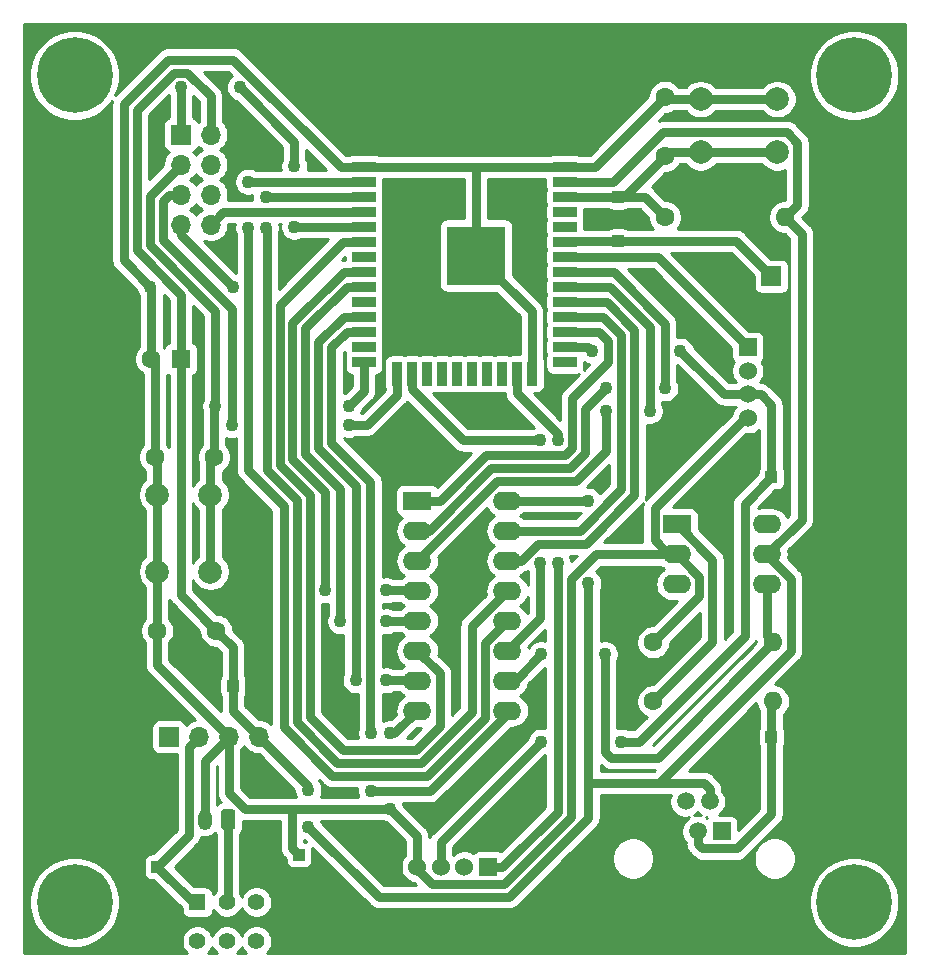
<source format=gbr>
%TF.GenerationSoftware,KiCad,Pcbnew,(5.1.8)-1*%
%TF.CreationDate,2021-01-04T15:21:09+00:00*%
%TF.ProjectId,main,6d61696e-2e6b-4696-9361-645f70636258,2.2*%
%TF.SameCoordinates,Original*%
%TF.FileFunction,Copper,L2,Bot*%
%TF.FilePolarity,Positive*%
%FSLAX46Y46*%
G04 Gerber Fmt 4.6, Leading zero omitted, Abs format (unit mm)*
G04 Created by KiCad (PCBNEW (5.1.8)-1) date 2021-01-04 15:21:09*
%MOMM*%
%LPD*%
G01*
G04 APERTURE LIST*
%TA.AperFunction,ComponentPad*%
%ADD10C,1.500000*%
%TD*%
%TA.AperFunction,ComponentPad*%
%ADD11R,1.500000X1.500000*%
%TD*%
%TA.AperFunction,ComponentPad*%
%ADD12C,1.524000*%
%TD*%
%TA.AperFunction,ComponentPad*%
%ADD13R,1.524000X1.524000*%
%TD*%
%TA.AperFunction,ComponentPad*%
%ADD14C,6.400000*%
%TD*%
%TA.AperFunction,SMDPad,CuDef*%
%ADD15R,2.000000X0.900000*%
%TD*%
%TA.AperFunction,SMDPad,CuDef*%
%ADD16R,0.900000X2.000000*%
%TD*%
%TA.AperFunction,SMDPad,CuDef*%
%ADD17R,5.000000X5.000000*%
%TD*%
%TA.AperFunction,ComponentPad*%
%ADD18O,2.400000X1.600000*%
%TD*%
%TA.AperFunction,ComponentPad*%
%ADD19R,2.400000X1.600000*%
%TD*%
%TA.AperFunction,ComponentPad*%
%ADD20C,2.000000*%
%TD*%
%TA.AperFunction,ComponentPad*%
%ADD21O,1.600000X1.600000*%
%TD*%
%TA.AperFunction,ComponentPad*%
%ADD22C,1.600000*%
%TD*%
%TA.AperFunction,ComponentPad*%
%ADD23R,1.600000X1.600000*%
%TD*%
%TA.AperFunction,SMDPad,CuDef*%
%ADD24R,1.000000X1.000000*%
%TD*%
%TA.AperFunction,ComponentPad*%
%ADD25C,1.400000*%
%TD*%
%TA.AperFunction,ComponentPad*%
%ADD26R,1.400000X1.400000*%
%TD*%
%TA.AperFunction,ComponentPad*%
%ADD27O,1.700000X1.700000*%
%TD*%
%TA.AperFunction,ComponentPad*%
%ADD28R,1.700000X1.700000*%
%TD*%
%TA.AperFunction,ComponentPad*%
%ADD29O,1.200000X1.750000*%
%TD*%
%TA.AperFunction,ViaPad*%
%ADD30C,1.100000*%
%TD*%
%TA.AperFunction,Conductor*%
%ADD31C,0.800000*%
%TD*%
%TA.AperFunction,NonConductor*%
%ADD32C,0.254000*%
%TD*%
%TA.AperFunction,NonConductor*%
%ADD33C,0.100000*%
%TD*%
G04 APERTURE END LIST*
D10*
%TO.P,J7,4*%
%TO.N,Net-(J7-Pad4)*%
X166740000Y-116460000D03*
%TO.P,J7,3*%
%TO.N,/Anemometer_Out*%
X167760000Y-119000000D03*
%TO.P,J7,2*%
%TO.N,+3V3*%
X168780000Y-116460000D03*
D11*
%TO.P,J7,1*%
%TO.N,Net-(J7-Pad1)*%
X169800000Y-119000000D03*
%TD*%
D12*
%TO.P,J6,4*%
%TO.N,GND*%
X144000000Y-122000000D03*
%TO.P,J6,3*%
%TO.N,/supply_on*%
X146000000Y-122000000D03*
%TO.P,J6,2*%
%TO.N,Net-(J6-Pad2)*%
X148000000Y-122000000D03*
D13*
%TO.P,J6,1*%
%TO.N,/DHT22_Data*%
X150000000Y-122000000D03*
%TD*%
D12*
%TO.P,J5,4*%
%TO.N,GND*%
X172000000Y-84000000D03*
%TO.P,J5,3*%
%TO.N,/supply_on*%
X172000000Y-82000000D03*
%TO.P,J5,2*%
%TO.N,Net-(J5-Pad2)*%
X172000000Y-80000000D03*
D13*
%TO.P,J5,1*%
%TO.N,/Sound_Signal*%
X172000000Y-78000000D03*
%TD*%
D14*
%TO.P,H4,1*%
%TO.N,N/C*%
X115000000Y-55000000D03*
%TD*%
%TO.P,H3,1*%
%TO.N,N/C*%
X181000000Y-55000000D03*
%TD*%
%TO.P,H2,1*%
%TO.N,N/C*%
X181000000Y-125000000D03*
%TD*%
%TO.P,H1,1*%
%TO.N,N/C*%
X115000000Y-125000000D03*
%TD*%
D15*
%TO.P,U3,38*%
%TO.N,GND*%
X139500000Y-62745000D03*
%TO.P,U3,37*%
%TO.N,/Microcontroller/IO23*%
X139500000Y-64015000D03*
%TO.P,U3,36*%
%TO.N,/Microcontroller/IO22*%
X139500000Y-65285000D03*
%TO.P,U3,35*%
%TO.N,/Microcontroller/TXD0*%
X139500000Y-66555000D03*
%TO.P,U3,34*%
%TO.N,/Microcontroller/RXD0*%
X139500000Y-67825000D03*
%TO.P,U3,33*%
%TO.N,/Microcontroller/I021*%
X139500000Y-69095000D03*
%TO.P,U3,32*%
%TO.N,Net-(U3-Pad32)*%
X139500000Y-70365000D03*
%TO.P,U3,31*%
%TO.N,/Microcontroller/IO19*%
X139500000Y-71635000D03*
%TO.P,U3,30*%
%TO.N,/Microcontroller/IO18*%
X139500000Y-72905000D03*
%TO.P,U3,29*%
%TO.N,/Microcontroller/IO5*%
X139500000Y-74175000D03*
%TO.P,U3,28*%
%TO.N,/Microcontroller/IO17*%
X139500000Y-75445000D03*
%TO.P,U3,27*%
%TO.N,/Microcontroller/IO16*%
X139500000Y-76715000D03*
%TO.P,U3,26*%
%TO.N,/Microcontroller/IO4*%
X139500000Y-77985000D03*
%TO.P,U3,25*%
%TO.N,/Microcontroller/IO0*%
X139500000Y-79255000D03*
D16*
%TO.P,U3,24*%
%TO.N,/Microcontroller/IO2*%
X142285000Y-80255000D03*
%TO.P,U3,23*%
%TO.N,/reset_counter*%
X143555000Y-80255000D03*
%TO.P,U3,22*%
%TO.N,Net-(U3-Pad22)*%
X144825000Y-80255000D03*
%TO.P,U3,21*%
%TO.N,Net-(U3-Pad21)*%
X146095000Y-80255000D03*
%TO.P,U3,20*%
%TO.N,Net-(U3-Pad20)*%
X147365000Y-80255000D03*
%TO.P,U3,19*%
%TO.N,Net-(U3-Pad19)*%
X148635000Y-80255000D03*
%TO.P,U3,18*%
%TO.N,Net-(U3-Pad18)*%
X149905000Y-80255000D03*
%TO.P,U3,17*%
%TO.N,Net-(U3-Pad17)*%
X151175000Y-80255000D03*
%TO.P,U3,16*%
%TO.N,/DHT22_Data*%
X152445000Y-80255000D03*
%TO.P,U3,15*%
%TO.N,GND*%
X153715000Y-80255000D03*
D15*
%TO.P,U3,14*%
%TO.N,/Microcontroller/IO12*%
X156500000Y-79255000D03*
%TO.P,U3,13*%
%TO.N,/supply_on*%
X156500000Y-77985000D03*
%TO.P,U3,12*%
%TO.N,/Microcontroller/IO27*%
X156500000Y-76715000D03*
%TO.P,U3,11*%
%TO.N,/Microcontroller/IO26*%
X156500000Y-75445000D03*
%TO.P,U3,10*%
%TO.N,/Microcontroller/IO25*%
X156500000Y-74175000D03*
%TO.P,U3,9*%
%TO.N,/Microcontroller/IO33*%
X156500000Y-72905000D03*
%TO.P,U3,8*%
%TO.N,/Microcontroller/IO32*%
X156500000Y-71635000D03*
%TO.P,U3,7*%
%TO.N,/Sound_Signal*%
X156500000Y-70365000D03*
%TO.P,U3,6*%
%TO.N,/Battery_status*%
X156500000Y-69095000D03*
%TO.P,U3,5*%
%TO.N,/Microcontroller/SENSOR_VN*%
X156500000Y-67825000D03*
%TO.P,U3,4*%
%TO.N,/Microcontroller/SENSOR_VP*%
X156500000Y-66555000D03*
%TO.P,U3,3*%
%TO.N,/Microcontroller/EN*%
X156500000Y-65285000D03*
%TO.P,U3,2*%
%TO.N,+3V3*%
X156500000Y-64015000D03*
%TO.P,U3,1*%
%TO.N,GND*%
X156500000Y-62745000D03*
D17*
%TO.P,U3,39*%
X149000000Y-70245000D03*
%TD*%
D18*
%TO.P,U1,16*%
%TO.N,+3V3*%
X151620000Y-91000000D03*
%TO.P,U1,8*%
%TO.N,GND*%
X144000000Y-108780000D03*
%TO.P,U1,15*%
%TO.N,/Microcontroller/IO26*%
X151620000Y-93540000D03*
%TO.P,U1,7*%
%TO.N,/Microcontroller/IO17*%
X144000000Y-106240000D03*
%TO.P,U1,14*%
%TO.N,/Microcontroller/IO25*%
X151620000Y-96080000D03*
%TO.P,U1,6*%
%TO.N,/Microcontroller/I021*%
X144000000Y-103700000D03*
%TO.P,U1,13*%
%TO.N,/Microcontroller/IO22*%
X151620000Y-98620000D03*
%TO.P,U1,5*%
%TO.N,/Microcontroller/IO18*%
X144000000Y-101160000D03*
%TO.P,U1,12*%
%TO.N,/Microcontroller/IO23*%
X151620000Y-101160000D03*
%TO.P,U1,4*%
%TO.N,/Microcontroller/IO19*%
X144000000Y-98620000D03*
%TO.P,U1,11*%
%TO.N,/reset_counter*%
X151620000Y-103700000D03*
%TO.P,U1,3*%
%TO.N,/Microcontroller/IO33*%
X144000000Y-96080000D03*
%TO.P,U1,10*%
%TO.N,/Opto_Anemometer_Out*%
X151620000Y-106240000D03*
%TO.P,U1,2*%
%TO.N,/Microcontroller/IO32*%
X144000000Y-93540000D03*
%TO.P,U1,9*%
%TO.N,/Microcontroller/IO16*%
X151620000Y-108780000D03*
D19*
%TO.P,U1,1*%
%TO.N,/Microcontroller/IO27*%
X144000000Y-91000000D03*
%TD*%
D20*
%TO.P,SW3,1*%
%TO.N,GND*%
X174500000Y-57000000D03*
%TO.P,SW3,2*%
%TO.N,/Microcontroller/EN*%
X174500000Y-61500000D03*
%TO.P,SW3,1*%
%TO.N,GND*%
X168000000Y-57000000D03*
%TO.P,SW3,2*%
%TO.N,/Microcontroller/EN*%
X168000000Y-61500000D03*
%TD*%
%TO.P,SW2,1*%
%TO.N,GND*%
X122000000Y-90500000D03*
%TO.P,SW2,2*%
%TO.N,/Microcontroller/IO0*%
X126500000Y-90500000D03*
%TO.P,SW2,1*%
%TO.N,GND*%
X122000000Y-97000000D03*
%TO.P,SW2,2*%
%TO.N,/Microcontroller/IO0*%
X126500000Y-97000000D03*
%TD*%
D21*
%TO.P,R3,2*%
%TO.N,+3V3*%
X175160000Y-67000000D03*
D22*
%TO.P,R3,1*%
%TO.N,/Microcontroller/EN*%
X165000000Y-67000000D03*
%TD*%
D21*
%TO.P,R2,2*%
%TO.N,/Anemometer_Out*%
X174160000Y-108000000D03*
D22*
%TO.P,R2,1*%
%TO.N,Net-(R2-Pad1)*%
X164000000Y-108000000D03*
%TD*%
D21*
%TO.P,R1,2*%
%TO.N,/Opto_Anemometer_Out*%
X174160000Y-103000000D03*
D22*
%TO.P,R1,1*%
%TO.N,GND*%
X164000000Y-103000000D03*
%TD*%
%TO.P,C4,2*%
%TO.N,+3V3*%
X127000000Y-102000000D03*
%TO.P,C4,1*%
%TO.N,GND*%
X122000000Y-102000000D03*
%TD*%
%TO.P,C3,2*%
%TO.N,GND*%
X121500000Y-79000000D03*
D23*
%TO.P,C3,1*%
%TO.N,+3V3*%
X124000000Y-79000000D03*
%TD*%
D22*
%TO.P,C2,2*%
%TO.N,GND*%
X165000000Y-56800000D03*
%TO.P,C2,1*%
%TO.N,/Microcontroller/EN*%
X165000000Y-61800000D03*
%TD*%
%TO.P,C1,2*%
%TO.N,/Microcontroller/IO0*%
X126800000Y-87300000D03*
%TO.P,C1,1*%
%TO.N,GND*%
X121800000Y-87300000D03*
%TD*%
D24*
%TO.P,TP7,1*%
%TO.N,/Microcontroller/EN*%
X161000000Y-65300000D03*
%TD*%
%TO.P,TP6,1*%
%TO.N,/Anemometer_Out*%
X174000000Y-111000000D03*
%TD*%
%TO.P,TP5,1*%
%TO.N,/supply_on*%
X174000000Y-89000000D03*
%TD*%
%TO.P,TP4,1*%
%TO.N,+3V3*%
X128400000Y-106700000D03*
%TD*%
%TO.P,TP3,1*%
%TO.N,GND*%
X134000000Y-121000000D03*
%TD*%
%TO.P,TP2,1*%
%TO.N,/Vin_Buck*%
X122000000Y-122000000D03*
%TD*%
%TO.P,TP1,1*%
%TO.N,/Battery_status*%
X161000000Y-69000000D03*
%TD*%
D25*
%TO.P,SW1,6*%
%TO.N,N/C*%
X130400000Y-128300000D03*
%TO.P,SW1,5*%
X127900000Y-128300000D03*
%TO.P,SW1,4*%
X125400000Y-128300000D03*
%TO.P,SW1,3*%
%TO.N,Net-(SW1-Pad3)*%
X130400000Y-125000000D03*
%TO.P,SW1,2*%
%TO.N,Net-(J1-Pad1)*%
X127900000Y-125000000D03*
D26*
%TO.P,SW1,1*%
%TO.N,/Vin_Buck*%
X125400000Y-125000000D03*
%TD*%
D18*
%TO.P,U2,6*%
%TO.N,Net-(U2-Pad6)*%
X173620000Y-93000000D03*
%TO.P,U2,3*%
%TO.N,Net-(U2-Pad3)*%
X166000000Y-98080000D03*
%TO.P,U2,5*%
%TO.N,+3V3*%
X173620000Y-95540000D03*
%TO.P,U2,2*%
%TO.N,GND*%
X166000000Y-95540000D03*
%TO.P,U2,4*%
%TO.N,/Opto_Anemometer_Out*%
X173620000Y-98080000D03*
D19*
%TO.P,U2,1*%
%TO.N,Net-(R2-Pad1)*%
X166000000Y-93000000D03*
%TD*%
D27*
%TO.P,J4,8*%
%TO.N,/Microcontroller/TXD0*%
X126540000Y-67620000D03*
%TO.P,J4,7*%
%TO.N,GND*%
X124000000Y-67620000D03*
%TO.P,J4,6*%
%TO.N,Net-(J4-Pad6)*%
X126540000Y-65080000D03*
%TO.P,J4,5*%
%TO.N,/Microcontroller/IO2*%
X124000000Y-65080000D03*
%TO.P,J4,4*%
%TO.N,Net-(J4-Pad4)*%
X126540000Y-62540000D03*
%TO.P,J4,3*%
%TO.N,/Microcontroller/IO0*%
X124000000Y-62540000D03*
%TO.P,J4,2*%
%TO.N,+3V3*%
X126540000Y-60000000D03*
D28*
%TO.P,J4,1*%
%TO.N,/Microcontroller/RXD0*%
X124000000Y-60000000D03*
%TD*%
%TO.P,J3,1*%
%TO.N,/Battery_status*%
X174000000Y-72000000D03*
%TD*%
D29*
%TO.P,J1,2*%
%TO.N,GND*%
X126000000Y-118000000D03*
%TO.P,J1,1*%
%TO.N,Net-(J1-Pad1)*%
%TA.AperFunction,ComponentPad*%
G36*
G01*
X128600000Y-117374999D02*
X128600000Y-118625001D01*
G75*
G02*
X128350001Y-118875000I-249999J0D01*
G01*
X127649999Y-118875000D01*
G75*
G02*
X127400000Y-118625001I0J249999D01*
G01*
X127400000Y-117374999D01*
G75*
G02*
X127649999Y-117125000I249999J0D01*
G01*
X128350001Y-117125000D01*
G75*
G02*
X128600000Y-117374999I0J-249999D01*
G01*
G37*
%TD.AperFunction*%
%TD*%
D27*
%TO.P,J2,4*%
%TO.N,+3V3*%
X130620000Y-111000000D03*
%TO.P,J2,3*%
%TO.N,GND*%
X128080000Y-111000000D03*
%TO.P,J2,2*%
%TO.N,/Vin_Buck*%
X125540000Y-111000000D03*
D28*
%TO.P,J2,1*%
%TO.N,Net-(J2-Pad1)*%
X123000000Y-111000000D03*
%TD*%
D30*
%TO.N,GND*%
X141700000Y-117100000D03*
X141700000Y-110700000D03*
X128400000Y-72900000D03*
X121400000Y-72900000D03*
%TO.N,/Microcontroller/IO0*%
X138200000Y-83000000D03*
X126900000Y-83000000D03*
%TO.N,+3V3*%
X134800000Y-115500000D03*
X134800000Y-118600000D03*
X158500000Y-91000000D03*
X158500000Y-98000000D03*
%TO.N,/DHT22_Data*%
X155900000Y-96300000D03*
X155900000Y-85900000D03*
%TO.N,/Microcontroller/IO2*%
X138200000Y-84600000D03*
X128300000Y-84600000D03*
%TO.N,/Microcontroller/RXD0*%
X124000000Y-56000000D03*
X129000000Y-56000000D03*
X133600000Y-67805000D03*
X133600000Y-62700000D03*
%TO.N,/Microcontroller/IO23*%
X129700000Y-67900000D03*
X129700000Y-64000000D03*
%TO.N,/Microcontroller/IO22*%
X131200000Y-67900000D03*
X131200000Y-65250000D03*
%TO.N,/Microcontroller/IO19*%
X136200000Y-98600000D03*
X141400000Y-98600000D03*
%TO.N,/Microcontroller/IO17*%
X138800000Y-106200000D03*
X141400000Y-106200000D03*
%TO.N,/Microcontroller/IO16*%
X140100000Y-110700000D03*
X140100000Y-115600000D03*
%TO.N,/Microcontroller/IO33*%
X160000000Y-83400000D03*
X163700000Y-83400000D03*
%TO.N,/Microcontroller/IO32*%
X160000000Y-81500000D03*
X165000000Y-81500000D03*
%TO.N,/supply_on*%
X166300000Y-78300000D03*
X158800000Y-78300000D03*
X161300000Y-111400000D03*
X154500000Y-111400000D03*
%TO.N,/Opto_Anemometer_Out*%
X159900000Y-104000000D03*
X154500000Y-104000000D03*
%TO.N,/Microcontroller/IO18*%
X137500000Y-101200000D03*
X141400000Y-101200000D03*
%TO.N,/reset_counter*%
X154400000Y-96300000D03*
X154400000Y-85900000D03*
%TD*%
D31*
%TO.N,GND*%
X126000000Y-113080000D02*
X128080000Y-111000000D01*
X126000000Y-118000000D02*
X126000000Y-113080000D01*
X124000000Y-68000000D02*
X124000000Y-67620000D01*
X139500000Y-62745000D02*
X139745000Y-62745000D01*
X149000000Y-63000000D02*
X148745000Y-62745000D01*
X149000000Y-70245000D02*
X149000000Y-63000000D01*
X148745000Y-62745000D02*
X156500000Y-62745000D01*
X139745000Y-62745000D02*
X148745000Y-62745000D01*
X153715000Y-74960000D02*
X153715000Y-80255000D01*
X149000000Y-70245000D02*
X153715000Y-74960000D01*
X128080000Y-115761480D02*
X128080000Y-111000000D01*
X129418520Y-117100000D02*
X128080000Y-115761480D01*
X133400000Y-120400000D02*
X133400000Y-117100000D01*
X134000000Y-121000000D02*
X133400000Y-120400000D01*
X133400000Y-117100000D02*
X129418520Y-117100000D01*
X142080000Y-110700000D02*
X144000000Y-108780000D01*
X141700000Y-110700000D02*
X142080000Y-110700000D01*
X141700000Y-117100000D02*
X133400000Y-117100000D01*
X174500000Y-57000000D02*
X168000000Y-57000000D01*
X122000000Y-97000000D02*
X122000000Y-90500000D01*
X122000000Y-87500000D02*
X121800000Y-87300000D01*
X122000000Y-90500000D02*
X122000000Y-87500000D01*
X144000000Y-119400000D02*
X141700000Y-117100000D01*
X144000000Y-122000000D02*
X144000000Y-119400000D01*
X167900010Y-99099990D02*
X164000000Y-103000000D01*
X167900010Y-97440010D02*
X167900010Y-99099990D01*
X166000000Y-95540000D02*
X167900010Y-97440010D01*
X144000000Y-122163762D02*
X144000000Y-122000000D01*
X145298239Y-123462001D02*
X144000000Y-122163762D01*
X151322002Y-123462001D02*
X145298239Y-123462001D01*
X157000010Y-117783993D02*
X151322002Y-123462001D01*
X165279998Y-95540000D02*
X164099999Y-94360001D01*
X166000000Y-95540000D02*
X165279998Y-95540000D01*
X159109998Y-95540000D02*
X166000000Y-95540000D01*
X157000010Y-97649988D02*
X159109998Y-95540000D01*
X157000010Y-117783993D02*
X157000010Y-97649988D01*
X165200000Y-57000000D02*
X165000000Y-56800000D01*
X168000000Y-57000000D02*
X165200000Y-57000000D01*
X159055000Y-62745000D02*
X156500000Y-62745000D01*
X165000000Y-56800000D02*
X159055000Y-62745000D01*
X137521002Y-62745000D02*
X139500000Y-62745000D01*
X119149970Y-57444380D02*
X122944360Y-53649989D01*
X128425991Y-53649989D02*
X137521002Y-62745000D01*
X122944360Y-53649989D02*
X128425991Y-53649989D01*
X122000000Y-102000000D02*
X122000000Y-97000000D01*
X122000000Y-104920000D02*
X122000000Y-102000000D01*
X128080000Y-111000000D02*
X122000000Y-104920000D01*
X124000000Y-68500000D02*
X128400000Y-72900000D01*
X124000000Y-67620000D02*
X124000000Y-68500000D01*
X121500000Y-73000000D02*
X121400000Y-72900000D01*
X121500000Y-79000000D02*
X121500000Y-73000000D01*
X121800000Y-79300000D02*
X121500000Y-79000000D01*
X121800000Y-87300000D02*
X121800000Y-79300000D01*
X119149969Y-70649969D02*
X119149969Y-57444380D01*
X121400000Y-72900000D02*
X119149969Y-70649969D01*
X171739998Y-84000000D02*
X172000000Y-84000000D01*
X164099999Y-91639999D02*
X171739998Y-84000000D01*
X164099999Y-94360001D02*
X164099999Y-91639999D01*
%TO.N,/Microcontroller/EN*%
X174500000Y-61500000D02*
X168000000Y-61500000D01*
X160985000Y-65285000D02*
X161000000Y-65300000D01*
X156500000Y-65285000D02*
X160985000Y-65285000D01*
X165300000Y-61500000D02*
X165000000Y-61800000D01*
X168000000Y-61500000D02*
X165300000Y-61500000D01*
X161500000Y-65300000D02*
X165000000Y-61800000D01*
X161000000Y-65300000D02*
X161500000Y-65300000D01*
X163300000Y-65300000D02*
X165000000Y-67000000D01*
X161000000Y-65300000D02*
X163300000Y-65300000D01*
%TO.N,/Microcontroller/IO0*%
X139500000Y-81700000D02*
X138200000Y-83000000D01*
X139500000Y-79255000D02*
X139500000Y-81700000D01*
X126500000Y-87600000D02*
X126800000Y-87300000D01*
X126500000Y-90500000D02*
X126500000Y-87600000D01*
X126500000Y-97000000D02*
X126500000Y-90500000D01*
X121349989Y-69349989D02*
X121349989Y-65190011D01*
X121349989Y-65190011D02*
X124000000Y-62540000D01*
X126900000Y-74899999D02*
X121349989Y-69349989D01*
X126900000Y-83000000D02*
X126900000Y-74899999D01*
X126800000Y-83100000D02*
X126900000Y-83000000D01*
X126800000Y-87300000D02*
X126800000Y-83100000D01*
%TO.N,+3V3*%
X128400000Y-108780000D02*
X130620000Y-111000000D01*
X128400000Y-106700000D02*
X128400000Y-108780000D01*
X134800000Y-115180000D02*
X130620000Y-111000000D01*
X134800000Y-115500000D02*
X134800000Y-115180000D01*
X151620000Y-91000000D02*
X158500000Y-91000000D01*
X158500000Y-98000000D02*
X158500000Y-105873998D01*
X140762011Y-124562011D02*
X134800000Y-118600000D01*
X151777641Y-124562011D02*
X140762011Y-124562011D01*
X158500000Y-117839651D02*
X151777641Y-124562011D01*
X176200001Y-65959999D02*
X175160000Y-67000000D01*
X176200001Y-60683999D02*
X176200001Y-65959999D01*
X175316001Y-59799999D02*
X176200001Y-60683999D01*
X164779999Y-59799999D02*
X175316001Y-59799999D01*
X160564998Y-64015000D02*
X164779999Y-59799999D01*
X156500000Y-64015000D02*
X160564998Y-64015000D01*
X176550001Y-68390001D02*
X175160000Y-67000000D01*
X176550001Y-92609999D02*
X176550001Y-68390001D01*
X173620000Y-95540000D02*
X176550001Y-92609999D01*
X158500000Y-114900000D02*
X158500000Y-117839651D01*
X158500000Y-105873998D02*
X158500000Y-114900000D01*
X175660001Y-97598667D02*
X175660001Y-103720001D01*
X175660001Y-103720001D02*
X164480002Y-114900000D01*
X173620000Y-95558666D02*
X175660001Y-97598667D01*
X173620000Y-95540000D02*
X173620000Y-95558666D01*
X164480002Y-114900000D02*
X158500000Y-114900000D01*
X126540000Y-56763998D02*
X126540000Y-60000000D01*
X124526001Y-54749999D02*
X126540000Y-56763998D01*
X123399999Y-54749999D02*
X124526001Y-54749999D01*
X120249979Y-57900019D02*
X123399999Y-54749999D01*
X120249979Y-69805628D02*
X120249979Y-57900019D01*
X124000000Y-73555649D02*
X120249979Y-69805628D01*
X124000000Y-79000000D02*
X124000000Y-73555649D01*
X124000000Y-99000000D02*
X124000000Y-79000000D01*
X127000000Y-102000000D02*
X124000000Y-99000000D01*
X128400000Y-103400000D02*
X127000000Y-102000000D01*
X128400000Y-106700000D02*
X128400000Y-103400000D01*
X168280660Y-114900000D02*
X164480002Y-114900000D01*
X168780000Y-115399340D02*
X168280660Y-114900000D01*
X168780000Y-116460000D02*
X168780000Y-115399340D01*
%TO.N,/DHT22_Data*%
X152445000Y-81922817D02*
X152445000Y-80255000D01*
X155900000Y-85377817D02*
X152445000Y-81922817D01*
X155900000Y-85900000D02*
X155900000Y-85377817D01*
X155900000Y-96300000D02*
X155900000Y-116100000D01*
X150000000Y-122000000D02*
X151228354Y-122000000D01*
X155900000Y-117328354D02*
X155900000Y-116100000D01*
X151228354Y-122000000D02*
X155900000Y-117328354D01*
%TO.N,/Sound_Signal*%
X164365000Y-70365000D02*
X156500000Y-70365000D01*
X172000000Y-78000000D02*
X164365000Y-70365000D01*
%TO.N,/Microcontroller/TXD0*%
X127605000Y-66555000D02*
X126540000Y-67620000D01*
X139500000Y-66555000D02*
X127605000Y-66555000D01*
%TO.N,/Microcontroller/IO2*%
X139740000Y-84600000D02*
X138200000Y-84600000D01*
X142285000Y-82055000D02*
X139740000Y-84600000D01*
X142285000Y-80255000D02*
X142285000Y-82055000D01*
X123980000Y-65100000D02*
X124000000Y-65080000D01*
X122995648Y-65100000D02*
X123980000Y-65100000D01*
X122449999Y-65645649D02*
X122995648Y-65100000D01*
X122449999Y-68894350D02*
X122449999Y-65645649D01*
X128300000Y-74744350D02*
X122449999Y-68894350D01*
X128300000Y-84600000D02*
X128300000Y-74744350D01*
%TO.N,/Microcontroller/RXD0*%
X124000000Y-60000000D02*
X124000000Y-56000000D01*
X133620000Y-67825000D02*
X133600000Y-67805000D01*
X139500000Y-67825000D02*
X133620000Y-67825000D01*
X133600000Y-60600000D02*
X129000000Y-56000000D01*
X133600000Y-62700000D02*
X133600000Y-60600000D01*
%TO.N,/Vin_Buck*%
X125000000Y-125000000D02*
X122000000Y-122000000D01*
X125400000Y-125000000D02*
X125000000Y-125000000D01*
X124690001Y-119309999D02*
X122000000Y-122000000D01*
X124690001Y-111849999D02*
X124690001Y-119309999D01*
X125540000Y-111000000D02*
X124690001Y-111849999D01*
%TO.N,/Microcontroller/IO23*%
X149719990Y-103060010D02*
X151620000Y-101160000D01*
X149719990Y-109391308D02*
X149719990Y-103060010D01*
X136800009Y-114300010D02*
X144811288Y-114300010D01*
X132699979Y-110199980D02*
X136800009Y-114300010D01*
X144811288Y-114300010D02*
X149719990Y-109391308D01*
X132699979Y-91411275D02*
X132699979Y-110199980D01*
X129700000Y-88411296D02*
X129700000Y-67900000D01*
X132699979Y-91411275D02*
X129700000Y-88411296D01*
X139485000Y-64000000D02*
X139500000Y-64015000D01*
X129700000Y-64000000D02*
X139485000Y-64000000D01*
%TO.N,/Microcontroller/IO22*%
X133799989Y-109744341D02*
X133799989Y-90955636D01*
X137255648Y-113200000D02*
X133799989Y-109744341D01*
X148619980Y-101620020D02*
X151620000Y-98620000D01*
X148619980Y-108935669D02*
X148619980Y-101620020D01*
X144355649Y-113200000D02*
X148619980Y-108935669D01*
X137255648Y-113200000D02*
X144355649Y-113200000D01*
X131249949Y-67949949D02*
X131200000Y-67900000D01*
X131249949Y-88405601D02*
X131249949Y-67949949D01*
X133799989Y-90955636D02*
X131249949Y-88405601D01*
X139465000Y-65250000D02*
X139500000Y-65285000D01*
X131200000Y-65250000D02*
X139465000Y-65250000D01*
%TO.N,/Microcontroller/IO19*%
X143980000Y-98600000D02*
X144000000Y-98620000D01*
X141400000Y-98600000D02*
X143980000Y-98600000D01*
X137774349Y-71635000D02*
X139500000Y-71635000D01*
X133449969Y-75959380D02*
X137774349Y-71635000D01*
X133449969Y-87494323D02*
X133449969Y-75959380D01*
X136200000Y-90244354D02*
X136200000Y-98600000D01*
X133449969Y-87494323D02*
X136200000Y-90244354D01*
%TO.N,/Anemometer_Out*%
X174000000Y-108160000D02*
X174160000Y-108000000D01*
X174000000Y-111000000D02*
X174000000Y-108160000D01*
X171110001Y-120450001D02*
X174000000Y-117560002D01*
X168149341Y-120450001D02*
X171110001Y-120450001D01*
X174000000Y-117560002D02*
X174000000Y-111000000D01*
X167760000Y-120060660D02*
X168149341Y-120450001D01*
X167760000Y-119000000D02*
X167760000Y-120060660D01*
%TO.N,/Microcontroller/IO17*%
X143960000Y-106200000D02*
X144000000Y-106240000D01*
X141400000Y-106200000D02*
X143960000Y-106200000D01*
X137774349Y-75445000D02*
X139500000Y-75445000D01*
X135649989Y-77569360D02*
X137774349Y-75445000D01*
X135649989Y-86583045D02*
X135649989Y-77569360D01*
X138800000Y-89733056D02*
X138800000Y-106200000D01*
X135649989Y-86583045D02*
X138800000Y-89733056D01*
%TO.N,/Microcontroller/IO16*%
X138059998Y-76715000D02*
X139500000Y-76715000D01*
X136749999Y-78024999D02*
X138059998Y-76715000D01*
X136749999Y-86127406D02*
X136749999Y-78024999D01*
X140050001Y-89427408D02*
X136749999Y-86127406D01*
X140050001Y-110650001D02*
X140100000Y-110700000D01*
X140050001Y-89427408D02*
X140050001Y-110650001D01*
X151620000Y-109046946D02*
X151620000Y-108780000D01*
X145066946Y-115600000D02*
X151620000Y-109046946D01*
X140100000Y-115600000D02*
X145066946Y-115600000D01*
%TO.N,/Microcontroller/IO27*%
X159415000Y-76715000D02*
X156500000Y-76715000D01*
X160200000Y-77500000D02*
X159415000Y-76715000D01*
X160200000Y-79268349D02*
X160200000Y-77500000D01*
X144000000Y-91000000D02*
X145968704Y-91000000D01*
X145968704Y-91000000D02*
X149818703Y-87150001D01*
X157150001Y-82318348D02*
X160200000Y-79268349D01*
X157150001Y-86500001D02*
X157150001Y-82318348D01*
X156500001Y-87150001D02*
X157150001Y-86500001D01*
X149818703Y-87150001D02*
X156500001Y-87150001D01*
%TO.N,/Microcontroller/IO26*%
X159776651Y-75445000D02*
X156500000Y-75445000D01*
X161300011Y-76968360D02*
X159776651Y-75445000D01*
X161300010Y-90049992D02*
X161300011Y-76968360D01*
X157810002Y-93540000D02*
X161300010Y-90049992D01*
X151620000Y-93540000D02*
X157810002Y-93540000D01*
%TO.N,/Microcontroller/IO25*%
X162400021Y-76512721D02*
X160062300Y-74175000D01*
X162400021Y-90505630D02*
X162400021Y-76512721D01*
X158265641Y-94640010D02*
X162400021Y-90505630D01*
X160062300Y-74175000D02*
X156500000Y-74175000D01*
X154209988Y-94640010D02*
X158265641Y-94640010D01*
X152769998Y-96080000D02*
X154209988Y-94640010D01*
X151620000Y-96080000D02*
X152769998Y-96080000D01*
%TO.N,/Microcontroller/IO33*%
X160000000Y-85461300D02*
X160000000Y-83400000D01*
X144000000Y-96080000D02*
X150729979Y-89350021D01*
X160347949Y-72905000D02*
X156500000Y-72905000D01*
X163700000Y-76257051D02*
X160347949Y-72905000D01*
X163700000Y-83400000D02*
X163700000Y-76257051D01*
X160000000Y-86761300D02*
X160000000Y-85461300D01*
X157411279Y-89350021D02*
X160000000Y-86761300D01*
X150729979Y-89350021D02*
X157411279Y-89350021D01*
%TO.N,/Microcontroller/IO32*%
X160633598Y-71635000D02*
X156500000Y-71635000D01*
X165000000Y-76001402D02*
X160633598Y-71635000D01*
X144984352Y-93540000D02*
X150274341Y-88250011D01*
X144000000Y-93540000D02*
X144984352Y-93540000D01*
X158250011Y-83249989D02*
X160000000Y-81500000D01*
X165000000Y-81500000D02*
X165000000Y-76001402D01*
X156955640Y-88250011D02*
X150274341Y-88250011D01*
X158250011Y-86955640D02*
X156955640Y-88250011D01*
X158250011Y-83249989D02*
X158250011Y-86955640D01*
%TO.N,/supply_on*%
X158485000Y-77985000D02*
X156500000Y-77985000D01*
X158800000Y-78300000D02*
X158485000Y-77985000D01*
X146000000Y-119900000D02*
X146000000Y-122000000D01*
X154500000Y-111400000D02*
X146000000Y-119900000D01*
X170000000Y-82000000D02*
X172000000Y-82000000D01*
X166300000Y-78300000D02*
X170000000Y-82000000D01*
X174000000Y-82922370D02*
X174000000Y-89000000D01*
X173077630Y-82000000D02*
X174000000Y-82922370D01*
X172000000Y-82000000D02*
X173077630Y-82000000D01*
X162820002Y-111400000D02*
X161300000Y-111400000D01*
X171719990Y-102500012D02*
X162820002Y-111400000D01*
X171719990Y-91280010D02*
X171719990Y-102500012D01*
X174000000Y-89000000D02*
X171719990Y-91280010D01*
%TO.N,/Battery_status*%
X156595000Y-69000000D02*
X156500000Y-69095000D01*
X161000000Y-69000000D02*
X156595000Y-69000000D01*
X171000000Y-69000000D02*
X174000000Y-72000000D01*
X161000000Y-69000000D02*
X171000000Y-69000000D01*
%TO.N,/Opto_Anemometer_Out*%
X173620000Y-102460000D02*
X174160000Y-103000000D01*
X173620000Y-98080000D02*
X173620000Y-102460000D01*
X151620000Y-106240000D02*
X152260000Y-106240000D01*
X152260000Y-106240000D02*
X154500000Y-104000000D01*
X164409999Y-112750001D02*
X174160000Y-103000000D01*
X160399999Y-112750001D02*
X164409999Y-112750001D01*
X159900000Y-104000000D02*
X159900000Y-110500000D01*
X159900000Y-112250002D02*
X159900000Y-110500000D01*
X160399999Y-112750001D02*
X159900000Y-112250002D01*
%TO.N,/Microcontroller/I021*%
X134899999Y-109288703D02*
X134899999Y-90499999D01*
X137711286Y-112099990D02*
X134899999Y-109288703D01*
X143900010Y-112099990D02*
X137711286Y-112099990D01*
X145900010Y-110099990D02*
X143900010Y-112099990D01*
X145900010Y-105600010D02*
X145900010Y-110099990D01*
X144000000Y-103700000D02*
X145900010Y-105600010D01*
X137705000Y-69095000D02*
X139500000Y-69095000D01*
X132349959Y-87949962D02*
X132349959Y-74450041D01*
X132349959Y-74450041D02*
X137705000Y-69095000D01*
X134899999Y-90499999D02*
X132349959Y-87949962D01*
%TO.N,/Microcontroller/IO18*%
X143960000Y-101200000D02*
X144000000Y-101160000D01*
X141400000Y-101200000D02*
X143960000Y-101200000D01*
X138059998Y-72905000D02*
X139500000Y-72905000D01*
X134549979Y-76415019D02*
X138059998Y-72905000D01*
X134549979Y-87038684D02*
X134549979Y-76415019D01*
X137500000Y-89988705D02*
X137500000Y-101200000D01*
X134549979Y-87038684D02*
X137500000Y-89988705D01*
%TO.N,/reset_counter*%
X154400000Y-100920000D02*
X151620000Y-103700000D01*
X154400000Y-96300000D02*
X154400000Y-100920000D01*
X143555000Y-81555000D02*
X143555000Y-80255000D01*
X147900000Y-85900000D02*
X143555000Y-81555000D01*
X154400000Y-85900000D02*
X147900000Y-85900000D01*
%TO.N,Net-(R2-Pad1)*%
X169000020Y-96000020D02*
X166000000Y-93000000D01*
X169000020Y-102999980D02*
X169000020Y-96000020D01*
X164000000Y-108000000D02*
X169000020Y-102999980D01*
%TO.N,Net-(J1-Pad1)*%
X128000000Y-124900000D02*
X127900000Y-125000000D01*
X128000000Y-118000000D02*
X128000000Y-124900000D01*
%TD*%
D32*
X129216939Y-128932359D02*
X129363038Y-129151013D01*
X129527025Y-129315000D01*
X128772975Y-129315000D01*
X128936962Y-129151013D01*
X129083061Y-128932359D01*
X129150000Y-128770754D01*
X129216939Y-128932359D01*
%TA.AperFunction,NonConductor*%
D33*
G36*
X129216939Y-128932359D02*
G01*
X129363038Y-129151013D01*
X129527025Y-129315000D01*
X128772975Y-129315000D01*
X128936962Y-129151013D01*
X129083061Y-128932359D01*
X129150000Y-128770754D01*
X129216939Y-128932359D01*
G37*
%TD.AperFunction*%
D32*
X185315001Y-129315000D02*
X131272975Y-129315000D01*
X131436962Y-129151013D01*
X131583061Y-128932359D01*
X131683696Y-128689405D01*
X131735000Y-128431486D01*
X131735000Y-128168514D01*
X131683696Y-127910595D01*
X131583061Y-127667641D01*
X131436962Y-127448987D01*
X131251013Y-127263038D01*
X131032359Y-127116939D01*
X130789405Y-127016304D01*
X130531486Y-126965000D01*
X130268514Y-126965000D01*
X130010595Y-127016304D01*
X129767641Y-127116939D01*
X129548987Y-127263038D01*
X129363038Y-127448987D01*
X129216939Y-127667641D01*
X129150000Y-127829246D01*
X129083061Y-127667641D01*
X128936962Y-127448987D01*
X128751013Y-127263038D01*
X128532359Y-127116939D01*
X128289405Y-127016304D01*
X128031486Y-126965000D01*
X127768514Y-126965000D01*
X127510595Y-127016304D01*
X127267641Y-127116939D01*
X127048987Y-127263038D01*
X126863038Y-127448987D01*
X126716939Y-127667641D01*
X126650000Y-127829246D01*
X126583061Y-127667641D01*
X126436962Y-127448987D01*
X126251013Y-127263038D01*
X126032359Y-127116939D01*
X125789405Y-127016304D01*
X125531486Y-126965000D01*
X125268514Y-126965000D01*
X125010595Y-127016304D01*
X124767641Y-127116939D01*
X124548987Y-127263038D01*
X124363038Y-127448987D01*
X124216939Y-127667641D01*
X124116304Y-127910595D01*
X124065000Y-128168514D01*
X124065000Y-128431486D01*
X124116304Y-128689405D01*
X124216939Y-128932359D01*
X124363038Y-129151013D01*
X124527025Y-129315000D01*
X110685000Y-129315000D01*
X110685000Y-124622285D01*
X111165000Y-124622285D01*
X111165000Y-125377715D01*
X111312377Y-126118628D01*
X111601467Y-126816554D01*
X112021161Y-127444670D01*
X112555330Y-127978839D01*
X113183446Y-128398533D01*
X113881372Y-128687623D01*
X114622285Y-128835000D01*
X115377715Y-128835000D01*
X116118628Y-128687623D01*
X116816554Y-128398533D01*
X117444670Y-127978839D01*
X117978839Y-127444670D01*
X118398533Y-126816554D01*
X118687623Y-126118628D01*
X118835000Y-125377715D01*
X118835000Y-124622285D01*
X118687623Y-123881372D01*
X118398533Y-123183446D01*
X117978839Y-122555330D01*
X117444670Y-122021161D01*
X116816554Y-121601467D01*
X116118628Y-121312377D01*
X115377715Y-121165000D01*
X114622285Y-121165000D01*
X113881372Y-121312377D01*
X113183446Y-121601467D01*
X112555330Y-122021161D01*
X112021161Y-122555330D01*
X111601467Y-123183446D01*
X111312377Y-123881372D01*
X111165000Y-124622285D01*
X110685000Y-124622285D01*
X110685000Y-54622285D01*
X111165000Y-54622285D01*
X111165000Y-55377715D01*
X111312377Y-56118628D01*
X111601467Y-56816554D01*
X112021161Y-57444670D01*
X112555330Y-57978839D01*
X113183446Y-58398533D01*
X113881372Y-58687623D01*
X114622285Y-58835000D01*
X115377715Y-58835000D01*
X116118628Y-58687623D01*
X116816554Y-58398533D01*
X117444670Y-57978839D01*
X117978839Y-57444670D01*
X118142704Y-57199430D01*
X118129946Y-57241485D01*
X118114970Y-57393542D01*
X118114970Y-57393552D01*
X118109964Y-57444380D01*
X118114970Y-57495208D01*
X118114969Y-70599141D01*
X118109963Y-70649969D01*
X118114969Y-70700797D01*
X118114969Y-70700806D01*
X118129945Y-70852863D01*
X118189128Y-71047961D01*
X118285235Y-71227766D01*
X118414573Y-71385365D01*
X118454066Y-71417776D01*
X120255225Y-73218936D01*
X120260539Y-73245652D01*
X120349866Y-73461308D01*
X120465001Y-73633620D01*
X120465000Y-78005604D01*
X120385363Y-78085241D01*
X120228320Y-78320273D01*
X120120147Y-78581426D01*
X120065000Y-78858665D01*
X120065000Y-79141335D01*
X120120147Y-79418574D01*
X120228320Y-79679727D01*
X120385363Y-79914759D01*
X120585241Y-80114637D01*
X120765001Y-80234748D01*
X120765000Y-86305604D01*
X120685363Y-86385241D01*
X120528320Y-86620273D01*
X120420147Y-86881426D01*
X120365000Y-87158665D01*
X120365000Y-87441335D01*
X120420147Y-87718574D01*
X120528320Y-87979727D01*
X120685363Y-88214759D01*
X120885241Y-88414637D01*
X120965001Y-88467931D01*
X120965000Y-89225167D01*
X120957748Y-89230013D01*
X120730013Y-89457748D01*
X120551082Y-89725537D01*
X120427832Y-90023088D01*
X120365000Y-90338967D01*
X120365000Y-90661033D01*
X120427832Y-90976912D01*
X120551082Y-91274463D01*
X120730013Y-91542252D01*
X120957748Y-91769987D01*
X120965001Y-91774833D01*
X120965000Y-95725167D01*
X120957748Y-95730013D01*
X120730013Y-95957748D01*
X120551082Y-96225537D01*
X120427832Y-96523088D01*
X120365000Y-96838967D01*
X120365000Y-97161033D01*
X120427832Y-97476912D01*
X120551082Y-97774463D01*
X120730013Y-98042252D01*
X120957748Y-98269987D01*
X120965001Y-98274833D01*
X120965000Y-101005604D01*
X120885363Y-101085241D01*
X120728320Y-101320273D01*
X120620147Y-101581426D01*
X120565000Y-101858665D01*
X120565000Y-102141335D01*
X120620147Y-102418574D01*
X120728320Y-102679727D01*
X120885363Y-102914759D01*
X120965001Y-102994397D01*
X120965000Y-104869172D01*
X120959994Y-104920000D01*
X120965000Y-104970828D01*
X120965000Y-104970837D01*
X120979976Y-105122894D01*
X121039159Y-105317992D01*
X121135266Y-105497797D01*
X121264604Y-105655396D01*
X121304097Y-105687807D01*
X125174833Y-109558544D01*
X125106842Y-109572068D01*
X124836589Y-109684010D01*
X124593368Y-109846525D01*
X124461513Y-109978380D01*
X124439502Y-109905820D01*
X124380537Y-109795506D01*
X124301185Y-109698815D01*
X124204494Y-109619463D01*
X124094180Y-109560498D01*
X123974482Y-109524188D01*
X123850000Y-109511928D01*
X122150000Y-109511928D01*
X122025518Y-109524188D01*
X121905820Y-109560498D01*
X121795506Y-109619463D01*
X121698815Y-109698815D01*
X121619463Y-109795506D01*
X121560498Y-109905820D01*
X121524188Y-110025518D01*
X121511928Y-110150000D01*
X121511928Y-111850000D01*
X121524188Y-111974482D01*
X121560498Y-112094180D01*
X121619463Y-112204494D01*
X121698815Y-112301185D01*
X121795506Y-112380537D01*
X121905820Y-112439502D01*
X122025518Y-112475812D01*
X122150000Y-112488072D01*
X123655001Y-112488072D01*
X123655002Y-118881287D01*
X121674362Y-120861928D01*
X121500000Y-120861928D01*
X121375518Y-120874188D01*
X121255820Y-120910498D01*
X121145506Y-120969463D01*
X121048815Y-121048815D01*
X120969463Y-121145506D01*
X120910498Y-121255820D01*
X120874188Y-121375518D01*
X120861928Y-121500000D01*
X120861928Y-122500000D01*
X120874188Y-122624482D01*
X120910498Y-122744180D01*
X120969463Y-122854494D01*
X121048815Y-122951185D01*
X121145506Y-123030537D01*
X121255820Y-123089502D01*
X121375518Y-123125812D01*
X121500000Y-123138072D01*
X121674362Y-123138072D01*
X124061928Y-125525639D01*
X124061928Y-125700000D01*
X124074188Y-125824482D01*
X124110498Y-125944180D01*
X124169463Y-126054494D01*
X124248815Y-126151185D01*
X124345506Y-126230537D01*
X124455820Y-126289502D01*
X124575518Y-126325812D01*
X124700000Y-126338072D01*
X126100000Y-126338072D01*
X126224482Y-126325812D01*
X126344180Y-126289502D01*
X126454494Y-126230537D01*
X126551185Y-126151185D01*
X126630537Y-126054494D01*
X126689502Y-125944180D01*
X126725812Y-125824482D01*
X126738072Y-125700000D01*
X126738072Y-125663987D01*
X126863038Y-125851013D01*
X127048987Y-126036962D01*
X127267641Y-126183061D01*
X127510595Y-126283696D01*
X127768514Y-126335000D01*
X128031486Y-126335000D01*
X128289405Y-126283696D01*
X128532359Y-126183061D01*
X128751013Y-126036962D01*
X128936962Y-125851013D01*
X129083061Y-125632359D01*
X129150000Y-125470754D01*
X129216939Y-125632359D01*
X129363038Y-125851013D01*
X129548987Y-126036962D01*
X129767641Y-126183061D01*
X130010595Y-126283696D01*
X130268514Y-126335000D01*
X130531486Y-126335000D01*
X130789405Y-126283696D01*
X131032359Y-126183061D01*
X131251013Y-126036962D01*
X131436962Y-125851013D01*
X131583061Y-125632359D01*
X131683696Y-125389405D01*
X131735000Y-125131486D01*
X131735000Y-124868514D01*
X131683696Y-124610595D01*
X131583061Y-124367641D01*
X131436962Y-124148987D01*
X131251013Y-123963038D01*
X131032359Y-123816939D01*
X130789405Y-123716304D01*
X130531486Y-123665000D01*
X130268514Y-123665000D01*
X130010595Y-123716304D01*
X129767641Y-123816939D01*
X129548987Y-123963038D01*
X129363038Y-124148987D01*
X129216939Y-124367641D01*
X129150000Y-124529246D01*
X129083061Y-124367641D01*
X129035000Y-124295712D01*
X129035000Y-119183461D01*
X129088405Y-119118387D01*
X129170472Y-118964851D01*
X129221008Y-118798255D01*
X129238072Y-118625001D01*
X129238072Y-118122235D01*
X129367682Y-118135000D01*
X129367691Y-118135000D01*
X129418519Y-118140006D01*
X129469347Y-118135000D01*
X132365001Y-118135000D01*
X132365000Y-120349172D01*
X132359994Y-120400000D01*
X132365000Y-120450828D01*
X132365000Y-120450837D01*
X132379976Y-120602894D01*
X132439159Y-120797992D01*
X132535266Y-120977797D01*
X132664604Y-121135396D01*
X132704097Y-121167807D01*
X132861928Y-121325638D01*
X132861928Y-121500000D01*
X132874188Y-121624482D01*
X132910498Y-121744180D01*
X132969463Y-121854494D01*
X133048815Y-121951185D01*
X133145506Y-122030537D01*
X133255820Y-122089502D01*
X133375518Y-122125812D01*
X133500000Y-122138072D01*
X134500000Y-122138072D01*
X134624482Y-122125812D01*
X134744180Y-122089502D01*
X134854494Y-122030537D01*
X134951185Y-121951185D01*
X135030537Y-121854494D01*
X135089502Y-121744180D01*
X135125812Y-121624482D01*
X135138072Y-121500000D01*
X135138072Y-120500000D01*
X135127342Y-120391052D01*
X139994208Y-125257919D01*
X140026615Y-125297407D01*
X140066103Y-125329814D01*
X140184213Y-125426745D01*
X140279726Y-125477797D01*
X140364018Y-125522852D01*
X140559116Y-125582035D01*
X140711173Y-125597011D01*
X140711176Y-125597011D01*
X140762011Y-125602018D01*
X140812846Y-125597011D01*
X151726813Y-125597011D01*
X151777641Y-125602017D01*
X151828469Y-125597011D01*
X151828479Y-125597011D01*
X151980536Y-125582035D01*
X152175634Y-125522852D01*
X152355438Y-125426745D01*
X152513037Y-125297407D01*
X152545448Y-125257914D01*
X153181077Y-124622285D01*
X177165000Y-124622285D01*
X177165000Y-125377715D01*
X177312377Y-126118628D01*
X177601467Y-126816554D01*
X178021161Y-127444670D01*
X178555330Y-127978839D01*
X179183446Y-128398533D01*
X179881372Y-128687623D01*
X180622285Y-128835000D01*
X181377715Y-128835000D01*
X182118628Y-128687623D01*
X182816554Y-128398533D01*
X183444670Y-127978839D01*
X183978839Y-127444670D01*
X184398533Y-126816554D01*
X184687623Y-126118628D01*
X184835000Y-125377715D01*
X184835000Y-124622285D01*
X184687623Y-123881372D01*
X184398533Y-123183446D01*
X183978839Y-122555330D01*
X183444670Y-122021161D01*
X182816554Y-121601467D01*
X182118628Y-121312377D01*
X181377715Y-121165000D01*
X180622285Y-121165000D01*
X179881372Y-121312377D01*
X179183446Y-121601467D01*
X178555330Y-122021161D01*
X178021161Y-122555330D01*
X177601467Y-123183446D01*
X177312377Y-123881372D01*
X177165000Y-124622285D01*
X153181077Y-124622285D01*
X156679169Y-121124193D01*
X160485000Y-121124193D01*
X160485000Y-121475807D01*
X160553596Y-121820665D01*
X160688153Y-122145515D01*
X160883500Y-122437871D01*
X161132129Y-122686500D01*
X161424485Y-122881847D01*
X161749335Y-123016404D01*
X162094193Y-123085000D01*
X162445807Y-123085000D01*
X162790665Y-123016404D01*
X163115515Y-122881847D01*
X163407871Y-122686500D01*
X163656500Y-122437871D01*
X163851847Y-122145515D01*
X163986404Y-121820665D01*
X164055000Y-121475807D01*
X164055000Y-121124193D01*
X163986404Y-120779335D01*
X163851847Y-120454485D01*
X163656500Y-120162129D01*
X163407871Y-119913500D01*
X163115515Y-119718153D01*
X162790665Y-119583596D01*
X162445807Y-119515000D01*
X162094193Y-119515000D01*
X161749335Y-119583596D01*
X161424485Y-119718153D01*
X161132129Y-119913500D01*
X160883500Y-120162129D01*
X160688153Y-120454485D01*
X160553596Y-120779335D01*
X160485000Y-121124193D01*
X156679169Y-121124193D01*
X159195908Y-118607454D01*
X159235396Y-118575047D01*
X159310701Y-118483288D01*
X159364734Y-118417449D01*
X159435529Y-118285000D01*
X159460841Y-118237644D01*
X159520024Y-118042546D01*
X159535000Y-117890489D01*
X159535000Y-117890487D01*
X159540007Y-117839651D01*
X159535000Y-117788816D01*
X159535000Y-115935000D01*
X164429174Y-115935000D01*
X164480002Y-115940006D01*
X164530830Y-115935000D01*
X165458349Y-115935000D01*
X165408225Y-116056011D01*
X165355000Y-116323589D01*
X165355000Y-116596411D01*
X165408225Y-116863989D01*
X165512629Y-117116043D01*
X165664201Y-117342886D01*
X165857114Y-117535799D01*
X166083957Y-117687371D01*
X166336011Y-117791775D01*
X166603589Y-117845000D01*
X166876411Y-117845000D01*
X167046188Y-117811229D01*
X166877114Y-117924201D01*
X166684201Y-118117114D01*
X166532629Y-118343957D01*
X166428225Y-118596011D01*
X166375000Y-118863589D01*
X166375000Y-119136411D01*
X166428225Y-119403989D01*
X166532629Y-119656043D01*
X166684201Y-119882886D01*
X166725001Y-119923686D01*
X166725001Y-120009823D01*
X166719994Y-120060660D01*
X166739977Y-120263555D01*
X166799160Y-120458653D01*
X166895266Y-120638457D01*
X166992197Y-120756567D01*
X167024605Y-120796056D01*
X167064093Y-120828463D01*
X167381534Y-121145904D01*
X167413945Y-121185397D01*
X167571544Y-121314735D01*
X167751348Y-121410842D01*
X167946446Y-121470025D01*
X168098503Y-121485001D01*
X168098512Y-121485001D01*
X168149340Y-121490007D01*
X168200168Y-121485001D01*
X171059173Y-121485001D01*
X171110001Y-121490007D01*
X171160829Y-121485001D01*
X171160839Y-121485001D01*
X171312896Y-121470025D01*
X171507994Y-121410842D01*
X171687798Y-121314735D01*
X171845397Y-121185397D01*
X171877808Y-121145904D01*
X171899519Y-121124193D01*
X172485000Y-121124193D01*
X172485000Y-121475807D01*
X172553596Y-121820665D01*
X172688153Y-122145515D01*
X172883500Y-122437871D01*
X173132129Y-122686500D01*
X173424485Y-122881847D01*
X173749335Y-123016404D01*
X174094193Y-123085000D01*
X174445807Y-123085000D01*
X174790665Y-123016404D01*
X175115515Y-122881847D01*
X175407871Y-122686500D01*
X175656500Y-122437871D01*
X175851847Y-122145515D01*
X175986404Y-121820665D01*
X176055000Y-121475807D01*
X176055000Y-121124193D01*
X175986404Y-120779335D01*
X175851847Y-120454485D01*
X175656500Y-120162129D01*
X175407871Y-119913500D01*
X175115515Y-119718153D01*
X174790665Y-119583596D01*
X174445807Y-119515000D01*
X174094193Y-119515000D01*
X173749335Y-119583596D01*
X173424485Y-119718153D01*
X173132129Y-119913500D01*
X172883500Y-120162129D01*
X172688153Y-120454485D01*
X172553596Y-120779335D01*
X172485000Y-121124193D01*
X171899519Y-121124193D01*
X174695908Y-118327805D01*
X174735396Y-118295398D01*
X174782793Y-118237645D01*
X174864734Y-118137800D01*
X174960840Y-117957996D01*
X174960841Y-117957995D01*
X175020024Y-117762897D01*
X175035000Y-117610840D01*
X175035000Y-117610837D01*
X175040007Y-117560002D01*
X175035000Y-117509167D01*
X175035000Y-111846144D01*
X175089502Y-111744180D01*
X175125812Y-111624482D01*
X175138072Y-111500000D01*
X175138072Y-110500000D01*
X175125812Y-110375518D01*
X175089502Y-110255820D01*
X175035000Y-110153856D01*
X175035000Y-109141203D01*
X175074759Y-109114637D01*
X175274637Y-108914759D01*
X175431680Y-108679727D01*
X175539853Y-108418574D01*
X175595000Y-108141335D01*
X175595000Y-107858665D01*
X175539853Y-107581426D01*
X175431680Y-107320273D01*
X175274637Y-107085241D01*
X175074759Y-106885363D01*
X174839727Y-106728320D01*
X174578574Y-106620147D01*
X174301335Y-106565000D01*
X174278713Y-106565000D01*
X176355909Y-104487804D01*
X176395397Y-104455397D01*
X176427804Y-104415909D01*
X176524735Y-104297799D01*
X176585238Y-104184604D01*
X176620842Y-104117994D01*
X176680025Y-103922896D01*
X176695001Y-103770839D01*
X176695001Y-103770830D01*
X176700007Y-103720002D01*
X176695001Y-103669174D01*
X176695001Y-97649494D01*
X176700007Y-97598666D01*
X176695001Y-97547838D01*
X176695001Y-97547829D01*
X176680025Y-97395772D01*
X176620842Y-97200674D01*
X176545638Y-97059976D01*
X176524735Y-97020869D01*
X176427804Y-96902759D01*
X176395397Y-96863271D01*
X176355909Y-96830864D01*
X175413782Y-95888738D01*
X175434236Y-95821309D01*
X175461943Y-95540000D01*
X175434236Y-95258691D01*
X175418126Y-95205584D01*
X177245909Y-93377802D01*
X177285397Y-93345395D01*
X177402344Y-93202895D01*
X177414735Y-93187797D01*
X177510841Y-93007993D01*
X177510842Y-93007992D01*
X177570025Y-92812894D01*
X177585001Y-92660837D01*
X177585001Y-92660828D01*
X177590007Y-92610000D01*
X177585001Y-92559172D01*
X177585001Y-68440828D01*
X177590007Y-68390000D01*
X177585001Y-68339172D01*
X177585001Y-68339163D01*
X177570025Y-68187106D01*
X177510842Y-67992008D01*
X177461188Y-67899111D01*
X177414735Y-67812203D01*
X177317804Y-67694093D01*
X177285397Y-67654605D01*
X177245909Y-67622198D01*
X176623711Y-67000000D01*
X176895909Y-66727802D01*
X176935397Y-66695395D01*
X176997272Y-66620000D01*
X177064735Y-66537797D01*
X177160842Y-66357993D01*
X177189171Y-66264604D01*
X177220025Y-66162894D01*
X177235001Y-66010837D01*
X177235001Y-66010834D01*
X177240008Y-65959999D01*
X177235001Y-65909164D01*
X177235001Y-60734834D01*
X177240008Y-60683999D01*
X177235001Y-60633161D01*
X177220025Y-60481104D01*
X177160842Y-60286006D01*
X177113798Y-60197992D01*
X177064735Y-60106201D01*
X176967804Y-59988091D01*
X176935397Y-59948603D01*
X176895909Y-59916196D01*
X176083808Y-59104096D01*
X176051397Y-59064603D01*
X175893798Y-58935265D01*
X175713994Y-58839158D01*
X175518896Y-58779975D01*
X175366839Y-58764999D01*
X175366829Y-58764999D01*
X175316001Y-58759993D01*
X175265173Y-58764999D01*
X164830834Y-58764999D01*
X164779999Y-58759992D01*
X164729164Y-58764999D01*
X164729161Y-58764999D01*
X164577104Y-58779975D01*
X164443079Y-58820631D01*
X165028711Y-58235000D01*
X165141335Y-58235000D01*
X165418574Y-58179853D01*
X165679727Y-58071680D01*
X165734623Y-58035000D01*
X166725167Y-58035000D01*
X166730013Y-58042252D01*
X166957748Y-58269987D01*
X167225537Y-58448918D01*
X167523088Y-58572168D01*
X167838967Y-58635000D01*
X168161033Y-58635000D01*
X168476912Y-58572168D01*
X168774463Y-58448918D01*
X169042252Y-58269987D01*
X169269987Y-58042252D01*
X169274833Y-58035000D01*
X173225167Y-58035000D01*
X173230013Y-58042252D01*
X173457748Y-58269987D01*
X173725537Y-58448918D01*
X174023088Y-58572168D01*
X174338967Y-58635000D01*
X174661033Y-58635000D01*
X174976912Y-58572168D01*
X175274463Y-58448918D01*
X175542252Y-58269987D01*
X175769987Y-58042252D01*
X175948918Y-57774463D01*
X176072168Y-57476912D01*
X176135000Y-57161033D01*
X176135000Y-56838967D01*
X176072168Y-56523088D01*
X175948918Y-56225537D01*
X175769987Y-55957748D01*
X175542252Y-55730013D01*
X175274463Y-55551082D01*
X174976912Y-55427832D01*
X174661033Y-55365000D01*
X174338967Y-55365000D01*
X174023088Y-55427832D01*
X173725537Y-55551082D01*
X173457748Y-55730013D01*
X173230013Y-55957748D01*
X173225167Y-55965000D01*
X169274833Y-55965000D01*
X169269987Y-55957748D01*
X169042252Y-55730013D01*
X168774463Y-55551082D01*
X168476912Y-55427832D01*
X168161033Y-55365000D01*
X167838967Y-55365000D01*
X167523088Y-55427832D01*
X167225537Y-55551082D01*
X166957748Y-55730013D01*
X166730013Y-55957748D01*
X166725167Y-55965000D01*
X166167930Y-55965000D01*
X166114637Y-55885241D01*
X165914759Y-55685363D01*
X165679727Y-55528320D01*
X165418574Y-55420147D01*
X165141335Y-55365000D01*
X164858665Y-55365000D01*
X164581426Y-55420147D01*
X164320273Y-55528320D01*
X164085241Y-55685363D01*
X163885363Y-55885241D01*
X163728320Y-56120273D01*
X163620147Y-56381426D01*
X163565000Y-56658665D01*
X163565000Y-56771289D01*
X158626290Y-61710000D01*
X157752603Y-61710000D01*
X157744180Y-61705498D01*
X157624482Y-61669188D01*
X157500000Y-61656928D01*
X155500000Y-61656928D01*
X155375518Y-61669188D01*
X155255820Y-61705498D01*
X155247397Y-61710000D01*
X148795828Y-61710000D01*
X148745000Y-61704994D01*
X148694172Y-61710000D01*
X140752603Y-61710000D01*
X140744180Y-61705498D01*
X140624482Y-61669188D01*
X140500000Y-61656928D01*
X138500000Y-61656928D01*
X138375518Y-61669188D01*
X138255820Y-61705498D01*
X138247397Y-61710000D01*
X137949713Y-61710000D01*
X130861998Y-54622285D01*
X177165000Y-54622285D01*
X177165000Y-55377715D01*
X177312377Y-56118628D01*
X177601467Y-56816554D01*
X178021161Y-57444670D01*
X178555330Y-57978839D01*
X179183446Y-58398533D01*
X179881372Y-58687623D01*
X180622285Y-58835000D01*
X181377715Y-58835000D01*
X182118628Y-58687623D01*
X182816554Y-58398533D01*
X183444670Y-57978839D01*
X183978839Y-57444670D01*
X184398533Y-56816554D01*
X184687623Y-56118628D01*
X184835000Y-55377715D01*
X184835000Y-54622285D01*
X184687623Y-53881372D01*
X184398533Y-53183446D01*
X183978839Y-52555330D01*
X183444670Y-52021161D01*
X182816554Y-51601467D01*
X182118628Y-51312377D01*
X181377715Y-51165000D01*
X180622285Y-51165000D01*
X179881372Y-51312377D01*
X179183446Y-51601467D01*
X178555330Y-52021161D01*
X178021161Y-52555330D01*
X177601467Y-53183446D01*
X177312377Y-53881372D01*
X177165000Y-54622285D01*
X130861998Y-54622285D01*
X129193798Y-52954086D01*
X129161387Y-52914593D01*
X129003788Y-52785255D01*
X128823984Y-52689148D01*
X128628886Y-52629965D01*
X128476829Y-52614989D01*
X128476819Y-52614989D01*
X128425991Y-52609983D01*
X128375163Y-52614989D01*
X122995195Y-52614989D01*
X122944360Y-52609982D01*
X122893525Y-52614989D01*
X122893522Y-52614989D01*
X122741465Y-52629965D01*
X122591775Y-52675374D01*
X122546366Y-52689148D01*
X122366562Y-52785255D01*
X122248452Y-52882186D01*
X122208964Y-52914593D01*
X122176557Y-52954081D01*
X118458246Y-56672394D01*
X118687623Y-56118628D01*
X118835000Y-55377715D01*
X118835000Y-54622285D01*
X118687623Y-53881372D01*
X118398533Y-53183446D01*
X117978839Y-52555330D01*
X117444670Y-52021161D01*
X116816554Y-51601467D01*
X116118628Y-51312377D01*
X115377715Y-51165000D01*
X114622285Y-51165000D01*
X113881372Y-51312377D01*
X113183446Y-51601467D01*
X112555330Y-52021161D01*
X112021161Y-52555330D01*
X111601467Y-53183446D01*
X111312377Y-53881372D01*
X111165000Y-54622285D01*
X110685000Y-54622285D01*
X110685000Y-50685000D01*
X185315000Y-50685000D01*
X185315001Y-129315000D01*
%TA.AperFunction,NonConductor*%
D33*
G36*
X185315001Y-129315000D02*
G01*
X131272975Y-129315000D01*
X131436962Y-129151013D01*
X131583061Y-128932359D01*
X131683696Y-128689405D01*
X131735000Y-128431486D01*
X131735000Y-128168514D01*
X131683696Y-127910595D01*
X131583061Y-127667641D01*
X131436962Y-127448987D01*
X131251013Y-127263038D01*
X131032359Y-127116939D01*
X130789405Y-127016304D01*
X130531486Y-126965000D01*
X130268514Y-126965000D01*
X130010595Y-127016304D01*
X129767641Y-127116939D01*
X129548987Y-127263038D01*
X129363038Y-127448987D01*
X129216939Y-127667641D01*
X129150000Y-127829246D01*
X129083061Y-127667641D01*
X128936962Y-127448987D01*
X128751013Y-127263038D01*
X128532359Y-127116939D01*
X128289405Y-127016304D01*
X128031486Y-126965000D01*
X127768514Y-126965000D01*
X127510595Y-127016304D01*
X127267641Y-127116939D01*
X127048987Y-127263038D01*
X126863038Y-127448987D01*
X126716939Y-127667641D01*
X126650000Y-127829246D01*
X126583061Y-127667641D01*
X126436962Y-127448987D01*
X126251013Y-127263038D01*
X126032359Y-127116939D01*
X125789405Y-127016304D01*
X125531486Y-126965000D01*
X125268514Y-126965000D01*
X125010595Y-127016304D01*
X124767641Y-127116939D01*
X124548987Y-127263038D01*
X124363038Y-127448987D01*
X124216939Y-127667641D01*
X124116304Y-127910595D01*
X124065000Y-128168514D01*
X124065000Y-128431486D01*
X124116304Y-128689405D01*
X124216939Y-128932359D01*
X124363038Y-129151013D01*
X124527025Y-129315000D01*
X110685000Y-129315000D01*
X110685000Y-124622285D01*
X111165000Y-124622285D01*
X111165000Y-125377715D01*
X111312377Y-126118628D01*
X111601467Y-126816554D01*
X112021161Y-127444670D01*
X112555330Y-127978839D01*
X113183446Y-128398533D01*
X113881372Y-128687623D01*
X114622285Y-128835000D01*
X115377715Y-128835000D01*
X116118628Y-128687623D01*
X116816554Y-128398533D01*
X117444670Y-127978839D01*
X117978839Y-127444670D01*
X118398533Y-126816554D01*
X118687623Y-126118628D01*
X118835000Y-125377715D01*
X118835000Y-124622285D01*
X118687623Y-123881372D01*
X118398533Y-123183446D01*
X117978839Y-122555330D01*
X117444670Y-122021161D01*
X116816554Y-121601467D01*
X116118628Y-121312377D01*
X115377715Y-121165000D01*
X114622285Y-121165000D01*
X113881372Y-121312377D01*
X113183446Y-121601467D01*
X112555330Y-122021161D01*
X112021161Y-122555330D01*
X111601467Y-123183446D01*
X111312377Y-123881372D01*
X111165000Y-124622285D01*
X110685000Y-124622285D01*
X110685000Y-54622285D01*
X111165000Y-54622285D01*
X111165000Y-55377715D01*
X111312377Y-56118628D01*
X111601467Y-56816554D01*
X112021161Y-57444670D01*
X112555330Y-57978839D01*
X113183446Y-58398533D01*
X113881372Y-58687623D01*
X114622285Y-58835000D01*
X115377715Y-58835000D01*
X116118628Y-58687623D01*
X116816554Y-58398533D01*
X117444670Y-57978839D01*
X117978839Y-57444670D01*
X118142704Y-57199430D01*
X118129946Y-57241485D01*
X118114970Y-57393542D01*
X118114970Y-57393552D01*
X118109964Y-57444380D01*
X118114970Y-57495208D01*
X118114969Y-70599141D01*
X118109963Y-70649969D01*
X118114969Y-70700797D01*
X118114969Y-70700806D01*
X118129945Y-70852863D01*
X118189128Y-71047961D01*
X118285235Y-71227766D01*
X118414573Y-71385365D01*
X118454066Y-71417776D01*
X120255225Y-73218936D01*
X120260539Y-73245652D01*
X120349866Y-73461308D01*
X120465001Y-73633620D01*
X120465000Y-78005604D01*
X120385363Y-78085241D01*
X120228320Y-78320273D01*
X120120147Y-78581426D01*
X120065000Y-78858665D01*
X120065000Y-79141335D01*
X120120147Y-79418574D01*
X120228320Y-79679727D01*
X120385363Y-79914759D01*
X120585241Y-80114637D01*
X120765001Y-80234748D01*
X120765000Y-86305604D01*
X120685363Y-86385241D01*
X120528320Y-86620273D01*
X120420147Y-86881426D01*
X120365000Y-87158665D01*
X120365000Y-87441335D01*
X120420147Y-87718574D01*
X120528320Y-87979727D01*
X120685363Y-88214759D01*
X120885241Y-88414637D01*
X120965001Y-88467931D01*
X120965000Y-89225167D01*
X120957748Y-89230013D01*
X120730013Y-89457748D01*
X120551082Y-89725537D01*
X120427832Y-90023088D01*
X120365000Y-90338967D01*
X120365000Y-90661033D01*
X120427832Y-90976912D01*
X120551082Y-91274463D01*
X120730013Y-91542252D01*
X120957748Y-91769987D01*
X120965001Y-91774833D01*
X120965000Y-95725167D01*
X120957748Y-95730013D01*
X120730013Y-95957748D01*
X120551082Y-96225537D01*
X120427832Y-96523088D01*
X120365000Y-96838967D01*
X120365000Y-97161033D01*
X120427832Y-97476912D01*
X120551082Y-97774463D01*
X120730013Y-98042252D01*
X120957748Y-98269987D01*
X120965001Y-98274833D01*
X120965000Y-101005604D01*
X120885363Y-101085241D01*
X120728320Y-101320273D01*
X120620147Y-101581426D01*
X120565000Y-101858665D01*
X120565000Y-102141335D01*
X120620147Y-102418574D01*
X120728320Y-102679727D01*
X120885363Y-102914759D01*
X120965001Y-102994397D01*
X120965000Y-104869172D01*
X120959994Y-104920000D01*
X120965000Y-104970828D01*
X120965000Y-104970837D01*
X120979976Y-105122894D01*
X121039159Y-105317992D01*
X121135266Y-105497797D01*
X121264604Y-105655396D01*
X121304097Y-105687807D01*
X125174833Y-109558544D01*
X125106842Y-109572068D01*
X124836589Y-109684010D01*
X124593368Y-109846525D01*
X124461513Y-109978380D01*
X124439502Y-109905820D01*
X124380537Y-109795506D01*
X124301185Y-109698815D01*
X124204494Y-109619463D01*
X124094180Y-109560498D01*
X123974482Y-109524188D01*
X123850000Y-109511928D01*
X122150000Y-109511928D01*
X122025518Y-109524188D01*
X121905820Y-109560498D01*
X121795506Y-109619463D01*
X121698815Y-109698815D01*
X121619463Y-109795506D01*
X121560498Y-109905820D01*
X121524188Y-110025518D01*
X121511928Y-110150000D01*
X121511928Y-111850000D01*
X121524188Y-111974482D01*
X121560498Y-112094180D01*
X121619463Y-112204494D01*
X121698815Y-112301185D01*
X121795506Y-112380537D01*
X121905820Y-112439502D01*
X122025518Y-112475812D01*
X122150000Y-112488072D01*
X123655001Y-112488072D01*
X123655002Y-118881287D01*
X121674362Y-120861928D01*
X121500000Y-120861928D01*
X121375518Y-120874188D01*
X121255820Y-120910498D01*
X121145506Y-120969463D01*
X121048815Y-121048815D01*
X120969463Y-121145506D01*
X120910498Y-121255820D01*
X120874188Y-121375518D01*
X120861928Y-121500000D01*
X120861928Y-122500000D01*
X120874188Y-122624482D01*
X120910498Y-122744180D01*
X120969463Y-122854494D01*
X121048815Y-122951185D01*
X121145506Y-123030537D01*
X121255820Y-123089502D01*
X121375518Y-123125812D01*
X121500000Y-123138072D01*
X121674362Y-123138072D01*
X124061928Y-125525639D01*
X124061928Y-125700000D01*
X124074188Y-125824482D01*
X124110498Y-125944180D01*
X124169463Y-126054494D01*
X124248815Y-126151185D01*
X124345506Y-126230537D01*
X124455820Y-126289502D01*
X124575518Y-126325812D01*
X124700000Y-126338072D01*
X126100000Y-126338072D01*
X126224482Y-126325812D01*
X126344180Y-126289502D01*
X126454494Y-126230537D01*
X126551185Y-126151185D01*
X126630537Y-126054494D01*
X126689502Y-125944180D01*
X126725812Y-125824482D01*
X126738072Y-125700000D01*
X126738072Y-125663987D01*
X126863038Y-125851013D01*
X127048987Y-126036962D01*
X127267641Y-126183061D01*
X127510595Y-126283696D01*
X127768514Y-126335000D01*
X128031486Y-126335000D01*
X128289405Y-126283696D01*
X128532359Y-126183061D01*
X128751013Y-126036962D01*
X128936962Y-125851013D01*
X129083061Y-125632359D01*
X129150000Y-125470754D01*
X129216939Y-125632359D01*
X129363038Y-125851013D01*
X129548987Y-126036962D01*
X129767641Y-126183061D01*
X130010595Y-126283696D01*
X130268514Y-126335000D01*
X130531486Y-126335000D01*
X130789405Y-126283696D01*
X131032359Y-126183061D01*
X131251013Y-126036962D01*
X131436962Y-125851013D01*
X131583061Y-125632359D01*
X131683696Y-125389405D01*
X131735000Y-125131486D01*
X131735000Y-124868514D01*
X131683696Y-124610595D01*
X131583061Y-124367641D01*
X131436962Y-124148987D01*
X131251013Y-123963038D01*
X131032359Y-123816939D01*
X130789405Y-123716304D01*
X130531486Y-123665000D01*
X130268514Y-123665000D01*
X130010595Y-123716304D01*
X129767641Y-123816939D01*
X129548987Y-123963038D01*
X129363038Y-124148987D01*
X129216939Y-124367641D01*
X129150000Y-124529246D01*
X129083061Y-124367641D01*
X129035000Y-124295712D01*
X129035000Y-119183461D01*
X129088405Y-119118387D01*
X129170472Y-118964851D01*
X129221008Y-118798255D01*
X129238072Y-118625001D01*
X129238072Y-118122235D01*
X129367682Y-118135000D01*
X129367691Y-118135000D01*
X129418519Y-118140006D01*
X129469347Y-118135000D01*
X132365001Y-118135000D01*
X132365000Y-120349172D01*
X132359994Y-120400000D01*
X132365000Y-120450828D01*
X132365000Y-120450837D01*
X132379976Y-120602894D01*
X132439159Y-120797992D01*
X132535266Y-120977797D01*
X132664604Y-121135396D01*
X132704097Y-121167807D01*
X132861928Y-121325638D01*
X132861928Y-121500000D01*
X132874188Y-121624482D01*
X132910498Y-121744180D01*
X132969463Y-121854494D01*
X133048815Y-121951185D01*
X133145506Y-122030537D01*
X133255820Y-122089502D01*
X133375518Y-122125812D01*
X133500000Y-122138072D01*
X134500000Y-122138072D01*
X134624482Y-122125812D01*
X134744180Y-122089502D01*
X134854494Y-122030537D01*
X134951185Y-121951185D01*
X135030537Y-121854494D01*
X135089502Y-121744180D01*
X135125812Y-121624482D01*
X135138072Y-121500000D01*
X135138072Y-120500000D01*
X135127342Y-120391052D01*
X139994208Y-125257919D01*
X140026615Y-125297407D01*
X140066103Y-125329814D01*
X140184213Y-125426745D01*
X140279726Y-125477797D01*
X140364018Y-125522852D01*
X140559116Y-125582035D01*
X140711173Y-125597011D01*
X140711176Y-125597011D01*
X140762011Y-125602018D01*
X140812846Y-125597011D01*
X151726813Y-125597011D01*
X151777641Y-125602017D01*
X151828469Y-125597011D01*
X151828479Y-125597011D01*
X151980536Y-125582035D01*
X152175634Y-125522852D01*
X152355438Y-125426745D01*
X152513037Y-125297407D01*
X152545448Y-125257914D01*
X153181077Y-124622285D01*
X177165000Y-124622285D01*
X177165000Y-125377715D01*
X177312377Y-126118628D01*
X177601467Y-126816554D01*
X178021161Y-127444670D01*
X178555330Y-127978839D01*
X179183446Y-128398533D01*
X179881372Y-128687623D01*
X180622285Y-128835000D01*
X181377715Y-128835000D01*
X182118628Y-128687623D01*
X182816554Y-128398533D01*
X183444670Y-127978839D01*
X183978839Y-127444670D01*
X184398533Y-126816554D01*
X184687623Y-126118628D01*
X184835000Y-125377715D01*
X184835000Y-124622285D01*
X184687623Y-123881372D01*
X184398533Y-123183446D01*
X183978839Y-122555330D01*
X183444670Y-122021161D01*
X182816554Y-121601467D01*
X182118628Y-121312377D01*
X181377715Y-121165000D01*
X180622285Y-121165000D01*
X179881372Y-121312377D01*
X179183446Y-121601467D01*
X178555330Y-122021161D01*
X178021161Y-122555330D01*
X177601467Y-123183446D01*
X177312377Y-123881372D01*
X177165000Y-124622285D01*
X153181077Y-124622285D01*
X156679169Y-121124193D01*
X160485000Y-121124193D01*
X160485000Y-121475807D01*
X160553596Y-121820665D01*
X160688153Y-122145515D01*
X160883500Y-122437871D01*
X161132129Y-122686500D01*
X161424485Y-122881847D01*
X161749335Y-123016404D01*
X162094193Y-123085000D01*
X162445807Y-123085000D01*
X162790665Y-123016404D01*
X163115515Y-122881847D01*
X163407871Y-122686500D01*
X163656500Y-122437871D01*
X163851847Y-122145515D01*
X163986404Y-121820665D01*
X164055000Y-121475807D01*
X164055000Y-121124193D01*
X163986404Y-120779335D01*
X163851847Y-120454485D01*
X163656500Y-120162129D01*
X163407871Y-119913500D01*
X163115515Y-119718153D01*
X162790665Y-119583596D01*
X162445807Y-119515000D01*
X162094193Y-119515000D01*
X161749335Y-119583596D01*
X161424485Y-119718153D01*
X161132129Y-119913500D01*
X160883500Y-120162129D01*
X160688153Y-120454485D01*
X160553596Y-120779335D01*
X160485000Y-121124193D01*
X156679169Y-121124193D01*
X159195908Y-118607454D01*
X159235396Y-118575047D01*
X159310701Y-118483288D01*
X159364734Y-118417449D01*
X159435529Y-118285000D01*
X159460841Y-118237644D01*
X159520024Y-118042546D01*
X159535000Y-117890489D01*
X159535000Y-117890487D01*
X159540007Y-117839651D01*
X159535000Y-117788816D01*
X159535000Y-115935000D01*
X164429174Y-115935000D01*
X164480002Y-115940006D01*
X164530830Y-115935000D01*
X165458349Y-115935000D01*
X165408225Y-116056011D01*
X165355000Y-116323589D01*
X165355000Y-116596411D01*
X165408225Y-116863989D01*
X165512629Y-117116043D01*
X165664201Y-117342886D01*
X165857114Y-117535799D01*
X166083957Y-117687371D01*
X166336011Y-117791775D01*
X166603589Y-117845000D01*
X166876411Y-117845000D01*
X167046188Y-117811229D01*
X166877114Y-117924201D01*
X166684201Y-118117114D01*
X166532629Y-118343957D01*
X166428225Y-118596011D01*
X166375000Y-118863589D01*
X166375000Y-119136411D01*
X166428225Y-119403989D01*
X166532629Y-119656043D01*
X166684201Y-119882886D01*
X166725001Y-119923686D01*
X166725001Y-120009823D01*
X166719994Y-120060660D01*
X166739977Y-120263555D01*
X166799160Y-120458653D01*
X166895266Y-120638457D01*
X166992197Y-120756567D01*
X167024605Y-120796056D01*
X167064093Y-120828463D01*
X167381534Y-121145904D01*
X167413945Y-121185397D01*
X167571544Y-121314735D01*
X167751348Y-121410842D01*
X167946446Y-121470025D01*
X168098503Y-121485001D01*
X168098512Y-121485001D01*
X168149340Y-121490007D01*
X168200168Y-121485001D01*
X171059173Y-121485001D01*
X171110001Y-121490007D01*
X171160829Y-121485001D01*
X171160839Y-121485001D01*
X171312896Y-121470025D01*
X171507994Y-121410842D01*
X171687798Y-121314735D01*
X171845397Y-121185397D01*
X171877808Y-121145904D01*
X171899519Y-121124193D01*
X172485000Y-121124193D01*
X172485000Y-121475807D01*
X172553596Y-121820665D01*
X172688153Y-122145515D01*
X172883500Y-122437871D01*
X173132129Y-122686500D01*
X173424485Y-122881847D01*
X173749335Y-123016404D01*
X174094193Y-123085000D01*
X174445807Y-123085000D01*
X174790665Y-123016404D01*
X175115515Y-122881847D01*
X175407871Y-122686500D01*
X175656500Y-122437871D01*
X175851847Y-122145515D01*
X175986404Y-121820665D01*
X176055000Y-121475807D01*
X176055000Y-121124193D01*
X175986404Y-120779335D01*
X175851847Y-120454485D01*
X175656500Y-120162129D01*
X175407871Y-119913500D01*
X175115515Y-119718153D01*
X174790665Y-119583596D01*
X174445807Y-119515000D01*
X174094193Y-119515000D01*
X173749335Y-119583596D01*
X173424485Y-119718153D01*
X173132129Y-119913500D01*
X172883500Y-120162129D01*
X172688153Y-120454485D01*
X172553596Y-120779335D01*
X172485000Y-121124193D01*
X171899519Y-121124193D01*
X174695908Y-118327805D01*
X174735396Y-118295398D01*
X174782793Y-118237645D01*
X174864734Y-118137800D01*
X174960840Y-117957996D01*
X174960841Y-117957995D01*
X175020024Y-117762897D01*
X175035000Y-117610840D01*
X175035000Y-117610837D01*
X175040007Y-117560002D01*
X175035000Y-117509167D01*
X175035000Y-111846144D01*
X175089502Y-111744180D01*
X175125812Y-111624482D01*
X175138072Y-111500000D01*
X175138072Y-110500000D01*
X175125812Y-110375518D01*
X175089502Y-110255820D01*
X175035000Y-110153856D01*
X175035000Y-109141203D01*
X175074759Y-109114637D01*
X175274637Y-108914759D01*
X175431680Y-108679727D01*
X175539853Y-108418574D01*
X175595000Y-108141335D01*
X175595000Y-107858665D01*
X175539853Y-107581426D01*
X175431680Y-107320273D01*
X175274637Y-107085241D01*
X175074759Y-106885363D01*
X174839727Y-106728320D01*
X174578574Y-106620147D01*
X174301335Y-106565000D01*
X174278713Y-106565000D01*
X176355909Y-104487804D01*
X176395397Y-104455397D01*
X176427804Y-104415909D01*
X176524735Y-104297799D01*
X176585238Y-104184604D01*
X176620842Y-104117994D01*
X176680025Y-103922896D01*
X176695001Y-103770839D01*
X176695001Y-103770830D01*
X176700007Y-103720002D01*
X176695001Y-103669174D01*
X176695001Y-97649494D01*
X176700007Y-97598666D01*
X176695001Y-97547838D01*
X176695001Y-97547829D01*
X176680025Y-97395772D01*
X176620842Y-97200674D01*
X176545638Y-97059976D01*
X176524735Y-97020869D01*
X176427804Y-96902759D01*
X176395397Y-96863271D01*
X176355909Y-96830864D01*
X175413782Y-95888738D01*
X175434236Y-95821309D01*
X175461943Y-95540000D01*
X175434236Y-95258691D01*
X175418126Y-95205584D01*
X177245909Y-93377802D01*
X177285397Y-93345395D01*
X177402344Y-93202895D01*
X177414735Y-93187797D01*
X177510841Y-93007993D01*
X177510842Y-93007992D01*
X177570025Y-92812894D01*
X177585001Y-92660837D01*
X177585001Y-92660828D01*
X177590007Y-92610000D01*
X177585001Y-92559172D01*
X177585001Y-68440828D01*
X177590007Y-68390000D01*
X177585001Y-68339172D01*
X177585001Y-68339163D01*
X177570025Y-68187106D01*
X177510842Y-67992008D01*
X177461188Y-67899111D01*
X177414735Y-67812203D01*
X177317804Y-67694093D01*
X177285397Y-67654605D01*
X177245909Y-67622198D01*
X176623711Y-67000000D01*
X176895909Y-66727802D01*
X176935397Y-66695395D01*
X176997272Y-66620000D01*
X177064735Y-66537797D01*
X177160842Y-66357993D01*
X177189171Y-66264604D01*
X177220025Y-66162894D01*
X177235001Y-66010837D01*
X177235001Y-66010834D01*
X177240008Y-65959999D01*
X177235001Y-65909164D01*
X177235001Y-60734834D01*
X177240008Y-60683999D01*
X177235001Y-60633161D01*
X177220025Y-60481104D01*
X177160842Y-60286006D01*
X177113798Y-60197992D01*
X177064735Y-60106201D01*
X176967804Y-59988091D01*
X176935397Y-59948603D01*
X176895909Y-59916196D01*
X176083808Y-59104096D01*
X176051397Y-59064603D01*
X175893798Y-58935265D01*
X175713994Y-58839158D01*
X175518896Y-58779975D01*
X175366839Y-58764999D01*
X175366829Y-58764999D01*
X175316001Y-58759993D01*
X175265173Y-58764999D01*
X164830834Y-58764999D01*
X164779999Y-58759992D01*
X164729164Y-58764999D01*
X164729161Y-58764999D01*
X164577104Y-58779975D01*
X164443079Y-58820631D01*
X165028711Y-58235000D01*
X165141335Y-58235000D01*
X165418574Y-58179853D01*
X165679727Y-58071680D01*
X165734623Y-58035000D01*
X166725167Y-58035000D01*
X166730013Y-58042252D01*
X166957748Y-58269987D01*
X167225537Y-58448918D01*
X167523088Y-58572168D01*
X167838967Y-58635000D01*
X168161033Y-58635000D01*
X168476912Y-58572168D01*
X168774463Y-58448918D01*
X169042252Y-58269987D01*
X169269987Y-58042252D01*
X169274833Y-58035000D01*
X173225167Y-58035000D01*
X173230013Y-58042252D01*
X173457748Y-58269987D01*
X173725537Y-58448918D01*
X174023088Y-58572168D01*
X174338967Y-58635000D01*
X174661033Y-58635000D01*
X174976912Y-58572168D01*
X175274463Y-58448918D01*
X175542252Y-58269987D01*
X175769987Y-58042252D01*
X175948918Y-57774463D01*
X176072168Y-57476912D01*
X176135000Y-57161033D01*
X176135000Y-56838967D01*
X176072168Y-56523088D01*
X175948918Y-56225537D01*
X175769987Y-55957748D01*
X175542252Y-55730013D01*
X175274463Y-55551082D01*
X174976912Y-55427832D01*
X174661033Y-55365000D01*
X174338967Y-55365000D01*
X174023088Y-55427832D01*
X173725537Y-55551082D01*
X173457748Y-55730013D01*
X173230013Y-55957748D01*
X173225167Y-55965000D01*
X169274833Y-55965000D01*
X169269987Y-55957748D01*
X169042252Y-55730013D01*
X168774463Y-55551082D01*
X168476912Y-55427832D01*
X168161033Y-55365000D01*
X167838967Y-55365000D01*
X167523088Y-55427832D01*
X167225537Y-55551082D01*
X166957748Y-55730013D01*
X166730013Y-55957748D01*
X166725167Y-55965000D01*
X166167930Y-55965000D01*
X166114637Y-55885241D01*
X165914759Y-55685363D01*
X165679727Y-55528320D01*
X165418574Y-55420147D01*
X165141335Y-55365000D01*
X164858665Y-55365000D01*
X164581426Y-55420147D01*
X164320273Y-55528320D01*
X164085241Y-55685363D01*
X163885363Y-55885241D01*
X163728320Y-56120273D01*
X163620147Y-56381426D01*
X163565000Y-56658665D01*
X163565000Y-56771289D01*
X158626290Y-61710000D01*
X157752603Y-61710000D01*
X157744180Y-61705498D01*
X157624482Y-61669188D01*
X157500000Y-61656928D01*
X155500000Y-61656928D01*
X155375518Y-61669188D01*
X155255820Y-61705498D01*
X155247397Y-61710000D01*
X148795828Y-61710000D01*
X148745000Y-61704994D01*
X148694172Y-61710000D01*
X140752603Y-61710000D01*
X140744180Y-61705498D01*
X140624482Y-61669188D01*
X140500000Y-61656928D01*
X138500000Y-61656928D01*
X138375518Y-61669188D01*
X138255820Y-61705498D01*
X138247397Y-61710000D01*
X137949713Y-61710000D01*
X130861998Y-54622285D01*
X177165000Y-54622285D01*
X177165000Y-55377715D01*
X177312377Y-56118628D01*
X177601467Y-56816554D01*
X178021161Y-57444670D01*
X178555330Y-57978839D01*
X179183446Y-58398533D01*
X179881372Y-58687623D01*
X180622285Y-58835000D01*
X181377715Y-58835000D01*
X182118628Y-58687623D01*
X182816554Y-58398533D01*
X183444670Y-57978839D01*
X183978839Y-57444670D01*
X184398533Y-56816554D01*
X184687623Y-56118628D01*
X184835000Y-55377715D01*
X184835000Y-54622285D01*
X184687623Y-53881372D01*
X184398533Y-53183446D01*
X183978839Y-52555330D01*
X183444670Y-52021161D01*
X182816554Y-51601467D01*
X182118628Y-51312377D01*
X181377715Y-51165000D01*
X180622285Y-51165000D01*
X179881372Y-51312377D01*
X179183446Y-51601467D01*
X178555330Y-52021161D01*
X178021161Y-52555330D01*
X177601467Y-53183446D01*
X177312377Y-53881372D01*
X177165000Y-54622285D01*
X130861998Y-54622285D01*
X129193798Y-52954086D01*
X129161387Y-52914593D01*
X129003788Y-52785255D01*
X128823984Y-52689148D01*
X128628886Y-52629965D01*
X128476829Y-52614989D01*
X128476819Y-52614989D01*
X128425991Y-52609983D01*
X128375163Y-52614989D01*
X122995195Y-52614989D01*
X122944360Y-52609982D01*
X122893525Y-52614989D01*
X122893522Y-52614989D01*
X122741465Y-52629965D01*
X122591775Y-52675374D01*
X122546366Y-52689148D01*
X122366562Y-52785255D01*
X122248452Y-52882186D01*
X122208964Y-52914593D01*
X122176557Y-52954081D01*
X118458246Y-56672394D01*
X118687623Y-56118628D01*
X118835000Y-55377715D01*
X118835000Y-54622285D01*
X118687623Y-53881372D01*
X118398533Y-53183446D01*
X117978839Y-52555330D01*
X117444670Y-52021161D01*
X116816554Y-51601467D01*
X116118628Y-51312377D01*
X115377715Y-51165000D01*
X114622285Y-51165000D01*
X113881372Y-51312377D01*
X113183446Y-51601467D01*
X112555330Y-52021161D01*
X112021161Y-52555330D01*
X111601467Y-53183446D01*
X111312377Y-53881372D01*
X111165000Y-54622285D01*
X110685000Y-54622285D01*
X110685000Y-50685000D01*
X185315000Y-50685000D01*
X185315001Y-129315000D01*
G37*
%TD.AperFunction*%
D32*
X126911595Y-119118387D02*
X126965000Y-119183461D01*
X126965001Y-124047024D01*
X126863038Y-124148987D01*
X126738072Y-124336013D01*
X126738072Y-124300000D01*
X126725812Y-124175518D01*
X126689502Y-124055820D01*
X126630537Y-123945506D01*
X126551185Y-123848815D01*
X126454494Y-123769463D01*
X126344180Y-123710498D01*
X126224482Y-123674188D01*
X126100000Y-123661928D01*
X125125639Y-123661928D01*
X123463710Y-122000000D01*
X125385909Y-120077802D01*
X125425397Y-120045395D01*
X125487713Y-119969463D01*
X125554735Y-119887797D01*
X125628388Y-119750000D01*
X125650842Y-119707992D01*
X125710025Y-119512894D01*
X125713399Y-119478631D01*
X125757898Y-119492130D01*
X126000000Y-119515975D01*
X126242101Y-119492130D01*
X126474900Y-119421511D01*
X126689448Y-119306833D01*
X126877502Y-119152502D01*
X126909191Y-119113889D01*
X126911595Y-119118387D01*
%TA.AperFunction,NonConductor*%
D33*
G36*
X126911595Y-119118387D02*
G01*
X126965000Y-119183461D01*
X126965001Y-124047024D01*
X126863038Y-124148987D01*
X126738072Y-124336013D01*
X126738072Y-124300000D01*
X126725812Y-124175518D01*
X126689502Y-124055820D01*
X126630537Y-123945506D01*
X126551185Y-123848815D01*
X126454494Y-123769463D01*
X126344180Y-123710498D01*
X126224482Y-123674188D01*
X126100000Y-123661928D01*
X125125639Y-123661928D01*
X123463710Y-122000000D01*
X125385909Y-120077802D01*
X125425397Y-120045395D01*
X125487713Y-119969463D01*
X125554735Y-119887797D01*
X125628388Y-119750000D01*
X125650842Y-119707992D01*
X125710025Y-119512894D01*
X125713399Y-119478631D01*
X125757898Y-119492130D01*
X126000000Y-119515975D01*
X126242101Y-119492130D01*
X126474900Y-119421511D01*
X126689448Y-119306833D01*
X126877502Y-119152502D01*
X126909191Y-119113889D01*
X126911595Y-119118387D01*
G37*
%TD.AperFunction*%
D32*
X141138692Y-118150134D02*
X141354348Y-118239461D01*
X141381065Y-118244775D01*
X142965001Y-119828712D01*
X142965000Y-121059345D01*
X142914880Y-121109465D01*
X142761995Y-121338273D01*
X142656686Y-121592510D01*
X142603000Y-121862408D01*
X142603000Y-122137592D01*
X142656686Y-122407490D01*
X142761995Y-122661727D01*
X142914880Y-122890535D01*
X143109465Y-123085120D01*
X143338273Y-123238005D01*
X143592510Y-123343314D01*
X143746465Y-123373938D01*
X143899539Y-123527011D01*
X141190722Y-123527011D01*
X135944775Y-118281065D01*
X135939461Y-118254348D01*
X135890026Y-118135000D01*
X141116042Y-118135000D01*
X141138692Y-118150134D01*
%TA.AperFunction,NonConductor*%
D33*
G36*
X141138692Y-118150134D02*
G01*
X141354348Y-118239461D01*
X141381065Y-118244775D01*
X142965001Y-119828712D01*
X142965000Y-121059345D01*
X142914880Y-121109465D01*
X142761995Y-121338273D01*
X142656686Y-121592510D01*
X142603000Y-121862408D01*
X142603000Y-122137592D01*
X142656686Y-122407490D01*
X142761995Y-122661727D01*
X142914880Y-122890535D01*
X143109465Y-123085120D01*
X143338273Y-123238005D01*
X143592510Y-123343314D01*
X143746465Y-123373938D01*
X143899539Y-123527011D01*
X141190722Y-123527011D01*
X135944775Y-118281065D01*
X135939461Y-118254348D01*
X135890026Y-118135000D01*
X141116042Y-118135000D01*
X141138692Y-118150134D01*
G37*
%TD.AperFunction*%
D32*
X154865001Y-116049162D02*
X154865000Y-116899643D01*
X151077841Y-120686802D01*
X151006180Y-120648498D01*
X150886482Y-120612188D01*
X150762000Y-120599928D01*
X149238000Y-120599928D01*
X149113518Y-120612188D01*
X148993820Y-120648498D01*
X148883506Y-120707463D01*
X148786815Y-120786815D01*
X148755670Y-120824766D01*
X148661727Y-120761995D01*
X148407490Y-120656686D01*
X148137592Y-120603000D01*
X147862408Y-120603000D01*
X147592510Y-120656686D01*
X147338273Y-120761995D01*
X147109465Y-120914880D01*
X147035000Y-120989345D01*
X147035000Y-120328710D01*
X154818936Y-112544775D01*
X154845652Y-112539461D01*
X154865001Y-112531447D01*
X154865001Y-116049162D01*
%TA.AperFunction,NonConductor*%
D33*
G36*
X154865001Y-116049162D02*
G01*
X154865000Y-116899643D01*
X151077841Y-120686802D01*
X151006180Y-120648498D01*
X150886482Y-120612188D01*
X150762000Y-120599928D01*
X149238000Y-120599928D01*
X149113518Y-120612188D01*
X148993820Y-120648498D01*
X148883506Y-120707463D01*
X148786815Y-120786815D01*
X148755670Y-120824766D01*
X148661727Y-120761995D01*
X148407490Y-120656686D01*
X148137592Y-120603000D01*
X147862408Y-120603000D01*
X147592510Y-120656686D01*
X147338273Y-120761995D01*
X147109465Y-120914880D01*
X147035000Y-120989345D01*
X147035000Y-120328710D01*
X154818936Y-112544775D01*
X154845652Y-112539461D01*
X154865001Y-112531447D01*
X154865001Y-116049162D01*
G37*
%TD.AperFunction*%
D32*
X134454348Y-119739461D02*
X134481065Y-119744775D01*
X134608948Y-119872658D01*
X134500000Y-119861928D01*
X134435000Y-119861928D01*
X134435000Y-119731447D01*
X134454348Y-119739461D01*
%TA.AperFunction,NonConductor*%
D33*
G36*
X134454348Y-119739461D02*
G01*
X134481065Y-119744775D01*
X134608948Y-119872658D01*
X134500000Y-119861928D01*
X134435000Y-119861928D01*
X134435000Y-119731447D01*
X134454348Y-119739461D01*
G37*
%TD.AperFunction*%
D32*
X154865001Y-110268553D02*
X154845652Y-110260539D01*
X154616712Y-110215000D01*
X154383288Y-110215000D01*
X154154348Y-110260539D01*
X153938692Y-110349866D01*
X153744606Y-110479550D01*
X153579550Y-110644606D01*
X153449866Y-110838692D01*
X153360539Y-111054348D01*
X153355225Y-111081064D01*
X145304097Y-119132193D01*
X145264604Y-119164604D01*
X145135266Y-119322203D01*
X145039159Y-119502008D01*
X145035000Y-119515718D01*
X145035000Y-119450827D01*
X145040006Y-119399999D01*
X145035000Y-119349171D01*
X145035000Y-119349162D01*
X145020024Y-119197105D01*
X144960841Y-119002007D01*
X144895444Y-118879658D01*
X144864734Y-118822202D01*
X144767803Y-118704092D01*
X144735396Y-118664604D01*
X144695908Y-118632197D01*
X142844775Y-116781065D01*
X142839461Y-116754348D01*
X142790026Y-116635000D01*
X145016118Y-116635000D01*
X145066946Y-116640006D01*
X145117774Y-116635000D01*
X145117784Y-116635000D01*
X145269841Y-116620024D01*
X145464939Y-116560841D01*
X145644743Y-116464734D01*
X145802342Y-116335396D01*
X145834753Y-116295903D01*
X151915657Y-110215000D01*
X152090492Y-110215000D01*
X152301309Y-110194236D01*
X152571808Y-110112182D01*
X152821101Y-109978932D01*
X153039608Y-109799608D01*
X153218932Y-109581101D01*
X153352182Y-109331808D01*
X153434236Y-109061309D01*
X153461943Y-108780000D01*
X153434236Y-108498691D01*
X153352182Y-108228192D01*
X153218932Y-107978899D01*
X153039608Y-107760392D01*
X152821101Y-107581068D01*
X152688142Y-107510000D01*
X152821101Y-107438932D01*
X153039608Y-107259608D01*
X153218932Y-107041101D01*
X153352182Y-106791808D01*
X153430681Y-106533030D01*
X154818936Y-105144775D01*
X154845652Y-105139461D01*
X154865000Y-105131447D01*
X154865001Y-110268553D01*
%TA.AperFunction,NonConductor*%
D33*
G36*
X154865001Y-110268553D02*
G01*
X154845652Y-110260539D01*
X154616712Y-110215000D01*
X154383288Y-110215000D01*
X154154348Y-110260539D01*
X153938692Y-110349866D01*
X153744606Y-110479550D01*
X153579550Y-110644606D01*
X153449866Y-110838692D01*
X153360539Y-111054348D01*
X153355225Y-111081064D01*
X145304097Y-119132193D01*
X145264604Y-119164604D01*
X145135266Y-119322203D01*
X145039159Y-119502008D01*
X145035000Y-119515718D01*
X145035000Y-119450827D01*
X145040006Y-119399999D01*
X145035000Y-119349171D01*
X145035000Y-119349162D01*
X145020024Y-119197105D01*
X144960841Y-119002007D01*
X144895444Y-118879658D01*
X144864734Y-118822202D01*
X144767803Y-118704092D01*
X144735396Y-118664604D01*
X144695908Y-118632197D01*
X142844775Y-116781065D01*
X142839461Y-116754348D01*
X142790026Y-116635000D01*
X145016118Y-116635000D01*
X145066946Y-116640006D01*
X145117774Y-116635000D01*
X145117784Y-116635000D01*
X145269841Y-116620024D01*
X145464939Y-116560841D01*
X145644743Y-116464734D01*
X145802342Y-116335396D01*
X145834753Y-116295903D01*
X151915657Y-110215000D01*
X152090492Y-110215000D01*
X152301309Y-110194236D01*
X152571808Y-110112182D01*
X152821101Y-109978932D01*
X153039608Y-109799608D01*
X153218932Y-109581101D01*
X153352182Y-109331808D01*
X153434236Y-109061309D01*
X153461943Y-108780000D01*
X153434236Y-108498691D01*
X153352182Y-108228192D01*
X153218932Y-107978899D01*
X153039608Y-107760392D01*
X152821101Y-107581068D01*
X152688142Y-107510000D01*
X152821101Y-107438932D01*
X153039608Y-107259608D01*
X153218932Y-107041101D01*
X153352182Y-106791808D01*
X153430681Y-106533030D01*
X154818936Y-105144775D01*
X154845652Y-105139461D01*
X154865000Y-105131447D01*
X154865001Y-110268553D01*
G37*
%TD.AperFunction*%
D32*
X172725000Y-108141335D02*
X172780147Y-108418574D01*
X172888320Y-108679727D01*
X172965001Y-108794488D01*
X172965000Y-110153855D01*
X172910498Y-110255820D01*
X172874188Y-110375518D01*
X172861928Y-110500000D01*
X172861928Y-111500000D01*
X172874188Y-111624482D01*
X172910498Y-111744180D01*
X172965001Y-111846146D01*
X172965000Y-117131291D01*
X171188072Y-118908220D01*
X171188072Y-118250000D01*
X171175812Y-118125518D01*
X171139502Y-118005820D01*
X171080537Y-117895506D01*
X171001185Y-117798815D01*
X170904494Y-117719463D01*
X170794180Y-117660498D01*
X170674482Y-117624188D01*
X170550000Y-117611928D01*
X169548951Y-117611928D01*
X169662886Y-117535799D01*
X169855799Y-117342886D01*
X170007371Y-117116043D01*
X170111775Y-116863989D01*
X170165000Y-116596411D01*
X170165000Y-116323589D01*
X170111775Y-116056011D01*
X170007371Y-115803957D01*
X169855799Y-115577114D01*
X169815000Y-115536315D01*
X169815000Y-115450167D01*
X169820006Y-115399339D01*
X169815000Y-115348511D01*
X169815000Y-115348502D01*
X169800024Y-115196445D01*
X169740841Y-115001347D01*
X169644734Y-114821543D01*
X169515396Y-114663944D01*
X169475903Y-114631533D01*
X169048467Y-114204097D01*
X169016056Y-114164604D01*
X168858457Y-114035266D01*
X168678653Y-113939159D01*
X168483555Y-113879976D01*
X168331498Y-113865000D01*
X168331488Y-113865000D01*
X168280660Y-113859994D01*
X168229832Y-113865000D01*
X166978712Y-113865000D01*
X172725000Y-108118713D01*
X172725000Y-108141335D01*
%TA.AperFunction,NonConductor*%
D33*
G36*
X172725000Y-108141335D02*
G01*
X172780147Y-108418574D01*
X172888320Y-108679727D01*
X172965001Y-108794488D01*
X172965000Y-110153855D01*
X172910498Y-110255820D01*
X172874188Y-110375518D01*
X172861928Y-110500000D01*
X172861928Y-111500000D01*
X172874188Y-111624482D01*
X172910498Y-111744180D01*
X172965001Y-111846146D01*
X172965000Y-117131291D01*
X171188072Y-118908220D01*
X171188072Y-118250000D01*
X171175812Y-118125518D01*
X171139502Y-118005820D01*
X171080537Y-117895506D01*
X171001185Y-117798815D01*
X170904494Y-117719463D01*
X170794180Y-117660498D01*
X170674482Y-117624188D01*
X170550000Y-117611928D01*
X169548951Y-117611928D01*
X169662886Y-117535799D01*
X169855799Y-117342886D01*
X170007371Y-117116043D01*
X170111775Y-116863989D01*
X170165000Y-116596411D01*
X170165000Y-116323589D01*
X170111775Y-116056011D01*
X170007371Y-115803957D01*
X169855799Y-115577114D01*
X169815000Y-115536315D01*
X169815000Y-115450167D01*
X169820006Y-115399339D01*
X169815000Y-115348511D01*
X169815000Y-115348502D01*
X169800024Y-115196445D01*
X169740841Y-115001347D01*
X169644734Y-114821543D01*
X169515396Y-114663944D01*
X169475903Y-114631533D01*
X169048467Y-114204097D01*
X169016056Y-114164604D01*
X168858457Y-114035266D01*
X168678653Y-113939159D01*
X168483555Y-113879976D01*
X168331498Y-113865000D01*
X168331488Y-113865000D01*
X168280660Y-113859994D01*
X168229832Y-113865000D01*
X166978712Y-113865000D01*
X172725000Y-108118713D01*
X172725000Y-108141335D01*
G37*
%TD.AperFunction*%
D32*
X168572515Y-117830862D02*
X168547965Y-117860776D01*
X168473812Y-117811229D01*
X168572515Y-117830862D01*
%TA.AperFunction,NonConductor*%
D33*
G36*
X168572515Y-117830862D02*
G01*
X168547965Y-117860776D01*
X168473812Y-117811229D01*
X168572515Y-117830862D01*
G37*
%TD.AperFunction*%
D32*
X167897114Y-117535799D02*
X168066188Y-117648771D01*
X167896411Y-117615000D01*
X167623589Y-117615000D01*
X167453812Y-117648771D01*
X167622886Y-117535799D01*
X167760000Y-117398685D01*
X167897114Y-117535799D01*
%TA.AperFunction,NonConductor*%
D33*
G36*
X167897114Y-117535799D02*
G01*
X168066188Y-117648771D01*
X167896411Y-117615000D01*
X167623589Y-117615000D01*
X167453812Y-117648771D01*
X167622886Y-117535799D01*
X167760000Y-117398685D01*
X167897114Y-117535799D01*
G37*
%TD.AperFunction*%
D32*
X127045000Y-115710652D02*
X127039994Y-115761480D01*
X127045000Y-115812308D01*
X127045000Y-115812317D01*
X127059976Y-115964374D01*
X127119159Y-116159472D01*
X127215266Y-116339277D01*
X127344604Y-116496876D01*
X127384097Y-116529287D01*
X127386252Y-116531442D01*
X127310149Y-116554528D01*
X127156613Y-116636595D01*
X127035000Y-116736400D01*
X127035000Y-113508710D01*
X127045000Y-113498710D01*
X127045000Y-115710652D01*
%TA.AperFunction,NonConductor*%
D33*
G36*
X127045000Y-115710652D02*
G01*
X127039994Y-115761480D01*
X127045000Y-115812308D01*
X127045000Y-115812317D01*
X127059976Y-115964374D01*
X127119159Y-116159472D01*
X127215266Y-116339277D01*
X127344604Y-116496876D01*
X127384097Y-116529287D01*
X127386252Y-116531442D01*
X127310149Y-116554528D01*
X127156613Y-116636595D01*
X127035000Y-116736400D01*
X127035000Y-113508710D01*
X127045000Y-113498710D01*
X127045000Y-115710652D01*
G37*
%TD.AperFunction*%
D32*
X129466525Y-111946632D02*
X129673368Y-112153475D01*
X129916589Y-112315990D01*
X130186842Y-112427932D01*
X130473740Y-112485000D01*
X130641290Y-112485000D01*
X133615000Y-115458711D01*
X133615000Y-115616712D01*
X133660539Y-115845652D01*
X133749866Y-116061308D01*
X133752333Y-116065000D01*
X133450838Y-116065000D01*
X133400000Y-116059993D01*
X133349162Y-116065000D01*
X129847231Y-116065000D01*
X129115000Y-115332770D01*
X129115000Y-112065107D01*
X129233475Y-111946632D01*
X129350000Y-111772240D01*
X129466525Y-111946632D01*
%TA.AperFunction,NonConductor*%
D33*
G36*
X129466525Y-111946632D02*
G01*
X129673368Y-112153475D01*
X129916589Y-112315990D01*
X130186842Y-112427932D01*
X130473740Y-112485000D01*
X130641290Y-112485000D01*
X133615000Y-115458711D01*
X133615000Y-115616712D01*
X133660539Y-115845652D01*
X133749866Y-116061308D01*
X133752333Y-116065000D01*
X133450838Y-116065000D01*
X133400000Y-116059993D01*
X133349162Y-116065000D01*
X129847231Y-116065000D01*
X129115000Y-115332770D01*
X129115000Y-112065107D01*
X129233475Y-111946632D01*
X129350000Y-111772240D01*
X129466525Y-111946632D01*
G37*
%TD.AperFunction*%
D32*
X136032206Y-114995918D02*
X136064613Y-115035406D01*
X136104101Y-115067813D01*
X136222211Y-115164744D01*
X136291926Y-115202007D01*
X136402016Y-115260851D01*
X136597114Y-115320034D01*
X136749171Y-115335010D01*
X136749180Y-115335010D01*
X136800008Y-115340016D01*
X136850836Y-115335010D01*
X138944494Y-115335010D01*
X138915000Y-115483288D01*
X138915000Y-115716712D01*
X138960539Y-115945652D01*
X139009974Y-116065000D01*
X135847667Y-116065000D01*
X135850134Y-116061308D01*
X135939461Y-115845652D01*
X135985000Y-115616712D01*
X135985000Y-115383288D01*
X135939461Y-115154348D01*
X135850134Y-114938692D01*
X135773646Y-114824219D01*
X135760841Y-114782008D01*
X135760840Y-114782006D01*
X135694868Y-114658580D01*
X136032206Y-114995918D01*
%TA.AperFunction,NonConductor*%
D33*
G36*
X136032206Y-114995918D02*
G01*
X136064613Y-115035406D01*
X136104101Y-115067813D01*
X136222211Y-115164744D01*
X136291926Y-115202007D01*
X136402016Y-115260851D01*
X136597114Y-115320034D01*
X136749171Y-115335010D01*
X136749180Y-115335010D01*
X136800008Y-115340016D01*
X136850836Y-115335010D01*
X138944494Y-115335010D01*
X138915000Y-115483288D01*
X138915000Y-115716712D01*
X138960539Y-115945652D01*
X139009974Y-116065000D01*
X135847667Y-116065000D01*
X135850134Y-116061308D01*
X135939461Y-115845652D01*
X135985000Y-115616712D01*
X135985000Y-115383288D01*
X135939461Y-115154348D01*
X135850134Y-114938692D01*
X135773646Y-114824219D01*
X135760841Y-114782008D01*
X135760840Y-114782006D01*
X135694868Y-114658580D01*
X136032206Y-114995918D01*
G37*
%TD.AperFunction*%
D32*
X159632192Y-113445904D02*
X159664603Y-113485397D01*
X159822202Y-113614735D01*
X160002006Y-113710842D01*
X160197104Y-113770025D01*
X160349161Y-113785001D01*
X160349170Y-113785001D01*
X160399998Y-113790007D01*
X160450826Y-113785001D01*
X164131291Y-113785001D01*
X164051292Y-113865000D01*
X159535000Y-113865000D01*
X159535000Y-113348712D01*
X159632192Y-113445904D01*
%TA.AperFunction,NonConductor*%
D33*
G36*
X159632192Y-113445904D02*
G01*
X159664603Y-113485397D01*
X159822202Y-113614735D01*
X160002006Y-113710842D01*
X160197104Y-113770025D01*
X160349161Y-113785001D01*
X160349170Y-113785001D01*
X160399998Y-113790007D01*
X160450826Y-113785001D01*
X164131291Y-113785001D01*
X164051292Y-113865000D01*
X159535000Y-113865000D01*
X159535000Y-113348712D01*
X159632192Y-113445904D01*
G37*
%TD.AperFunction*%
D32*
X172721557Y-102974732D02*
X163981289Y-111715001D01*
X163968711Y-111715001D01*
X172415898Y-103267815D01*
X172455386Y-103235408D01*
X172520631Y-103155907D01*
X172584724Y-103077810D01*
X172645233Y-102964604D01*
X172680689Y-102898271D01*
X172721557Y-102974732D01*
%TA.AperFunction,NonConductor*%
D33*
G36*
X172721557Y-102974732D02*
G01*
X163981289Y-111715001D01*
X163968711Y-111715001D01*
X172415898Y-103267815D01*
X172455386Y-103235408D01*
X172520631Y-103155907D01*
X172584724Y-103077810D01*
X172645233Y-102964604D01*
X172680689Y-102898271D01*
X172721557Y-102974732D01*
G37*
%TD.AperFunction*%
D32*
X143471300Y-111064990D02*
X143178720Y-111064990D01*
X144028711Y-110215000D01*
X144321289Y-110215000D01*
X143471300Y-111064990D01*
%TA.AperFunction,NonConductor*%
D33*
G36*
X143471300Y-111064990D02*
G01*
X143178720Y-111064990D01*
X144028711Y-110215000D01*
X144321289Y-110215000D01*
X143471300Y-111064990D01*
G37*
%TD.AperFunction*%
D32*
X136083288Y-99785000D02*
X136316712Y-99785000D01*
X136465001Y-99755504D01*
X136465001Y-100616041D01*
X136449866Y-100638692D01*
X136360539Y-100854348D01*
X136315000Y-101083288D01*
X136315000Y-101316712D01*
X136360539Y-101545652D01*
X136449866Y-101761308D01*
X136579550Y-101955394D01*
X136744606Y-102120450D01*
X136938692Y-102250134D01*
X137154348Y-102339461D01*
X137383288Y-102385000D01*
X137616712Y-102385000D01*
X137765001Y-102355504D01*
X137765001Y-105616041D01*
X137749866Y-105638692D01*
X137660539Y-105854348D01*
X137615000Y-106083288D01*
X137615000Y-106316712D01*
X137660539Y-106545652D01*
X137749866Y-106761308D01*
X137879550Y-106955394D01*
X138044606Y-107120450D01*
X138238692Y-107250134D01*
X138454348Y-107339461D01*
X138683288Y-107385000D01*
X138916712Y-107385000D01*
X139015002Y-107365449D01*
X139015002Y-110222862D01*
X138960539Y-110354348D01*
X138915000Y-110583288D01*
X138915000Y-110816712D01*
X138960539Y-111045652D01*
X138968549Y-111064990D01*
X138139997Y-111064990D01*
X135934999Y-108859993D01*
X135934999Y-99755503D01*
X136083288Y-99785000D01*
%TA.AperFunction,NonConductor*%
D33*
G36*
X136083288Y-99785000D02*
G01*
X136316712Y-99785000D01*
X136465001Y-99755504D01*
X136465001Y-100616041D01*
X136449866Y-100638692D01*
X136360539Y-100854348D01*
X136315000Y-101083288D01*
X136315000Y-101316712D01*
X136360539Y-101545652D01*
X136449866Y-101761308D01*
X136579550Y-101955394D01*
X136744606Y-102120450D01*
X136938692Y-102250134D01*
X137154348Y-102339461D01*
X137383288Y-102385000D01*
X137616712Y-102385000D01*
X137765001Y-102355504D01*
X137765001Y-105616041D01*
X137749866Y-105638692D01*
X137660539Y-105854348D01*
X137615000Y-106083288D01*
X137615000Y-106316712D01*
X137660539Y-106545652D01*
X137749866Y-106761308D01*
X137879550Y-106955394D01*
X138044606Y-107120450D01*
X138238692Y-107250134D01*
X138454348Y-107339461D01*
X138683288Y-107385000D01*
X138916712Y-107385000D01*
X139015002Y-107365449D01*
X139015002Y-110222862D01*
X138960539Y-110354348D01*
X138915000Y-110583288D01*
X138915000Y-110816712D01*
X138960539Y-111045652D01*
X138968549Y-111064990D01*
X138139997Y-111064990D01*
X135934999Y-108859993D01*
X135934999Y-99755503D01*
X136083288Y-99785000D01*
G37*
%TD.AperFunction*%
D32*
X164798899Y-96738932D02*
X164931858Y-96810000D01*
X164798899Y-96881068D01*
X164580392Y-97060392D01*
X164401068Y-97278899D01*
X164267818Y-97528192D01*
X164185764Y-97798691D01*
X164158057Y-98080000D01*
X164185764Y-98361309D01*
X164267818Y-98631808D01*
X164401068Y-98881101D01*
X164580392Y-99099608D01*
X164798899Y-99278932D01*
X165048192Y-99412182D01*
X165318691Y-99494236D01*
X165529508Y-99515000D01*
X166021289Y-99515000D01*
X163971290Y-101565000D01*
X163858665Y-101565000D01*
X163581426Y-101620147D01*
X163320273Y-101728320D01*
X163085241Y-101885363D01*
X162885363Y-102085241D01*
X162728320Y-102320273D01*
X162620147Y-102581426D01*
X162565000Y-102858665D01*
X162565000Y-103141335D01*
X162620147Y-103418574D01*
X162728320Y-103679727D01*
X162885363Y-103914759D01*
X163085241Y-104114637D01*
X163320273Y-104271680D01*
X163581426Y-104379853D01*
X163858665Y-104435000D01*
X164141335Y-104435000D01*
X164418574Y-104379853D01*
X164679727Y-104271680D01*
X164914759Y-104114637D01*
X165114637Y-103914759D01*
X165271680Y-103679727D01*
X165379853Y-103418574D01*
X165435000Y-103141335D01*
X165435000Y-103028710D01*
X167965020Y-100498690D01*
X167965020Y-102571269D01*
X163971290Y-106565000D01*
X163858665Y-106565000D01*
X163581426Y-106620147D01*
X163320273Y-106728320D01*
X163085241Y-106885363D01*
X162885363Y-107085241D01*
X162728320Y-107320273D01*
X162620147Y-107581426D01*
X162565000Y-107858665D01*
X162565000Y-108141335D01*
X162620147Y-108418574D01*
X162728320Y-108679727D01*
X162885363Y-108914759D01*
X163085241Y-109114637D01*
X163320273Y-109271680D01*
X163436478Y-109319814D01*
X162391292Y-110365000D01*
X161883958Y-110365000D01*
X161861308Y-110349866D01*
X161645652Y-110260539D01*
X161416712Y-110215000D01*
X161183288Y-110215000D01*
X160954348Y-110260539D01*
X160935000Y-110268553D01*
X160935000Y-104583958D01*
X160950134Y-104561308D01*
X161039461Y-104345652D01*
X161085000Y-104116712D01*
X161085000Y-103883288D01*
X161039461Y-103654348D01*
X160950134Y-103438692D01*
X160820450Y-103244606D01*
X160655394Y-103079550D01*
X160461308Y-102949866D01*
X160245652Y-102860539D01*
X160016712Y-102815000D01*
X159783288Y-102815000D01*
X159554348Y-102860539D01*
X159535000Y-102868553D01*
X159535000Y-98583958D01*
X159550134Y-98561308D01*
X159639461Y-98345652D01*
X159685000Y-98116712D01*
X159685000Y-97883288D01*
X159639461Y-97654348D01*
X159550134Y-97438692D01*
X159420450Y-97244606D01*
X159255394Y-97079550D01*
X159122773Y-96990936D01*
X159538709Y-96575000D01*
X164599147Y-96575000D01*
X164798899Y-96738932D01*
%TA.AperFunction,NonConductor*%
D33*
G36*
X164798899Y-96738932D02*
G01*
X164931858Y-96810000D01*
X164798899Y-96881068D01*
X164580392Y-97060392D01*
X164401068Y-97278899D01*
X164267818Y-97528192D01*
X164185764Y-97798691D01*
X164158057Y-98080000D01*
X164185764Y-98361309D01*
X164267818Y-98631808D01*
X164401068Y-98881101D01*
X164580392Y-99099608D01*
X164798899Y-99278932D01*
X165048192Y-99412182D01*
X165318691Y-99494236D01*
X165529508Y-99515000D01*
X166021289Y-99515000D01*
X163971290Y-101565000D01*
X163858665Y-101565000D01*
X163581426Y-101620147D01*
X163320273Y-101728320D01*
X163085241Y-101885363D01*
X162885363Y-102085241D01*
X162728320Y-102320273D01*
X162620147Y-102581426D01*
X162565000Y-102858665D01*
X162565000Y-103141335D01*
X162620147Y-103418574D01*
X162728320Y-103679727D01*
X162885363Y-103914759D01*
X163085241Y-104114637D01*
X163320273Y-104271680D01*
X163581426Y-104379853D01*
X163858665Y-104435000D01*
X164141335Y-104435000D01*
X164418574Y-104379853D01*
X164679727Y-104271680D01*
X164914759Y-104114637D01*
X165114637Y-103914759D01*
X165271680Y-103679727D01*
X165379853Y-103418574D01*
X165435000Y-103141335D01*
X165435000Y-103028710D01*
X167965020Y-100498690D01*
X167965020Y-102571269D01*
X163971290Y-106565000D01*
X163858665Y-106565000D01*
X163581426Y-106620147D01*
X163320273Y-106728320D01*
X163085241Y-106885363D01*
X162885363Y-107085241D01*
X162728320Y-107320273D01*
X162620147Y-107581426D01*
X162565000Y-107858665D01*
X162565000Y-108141335D01*
X162620147Y-108418574D01*
X162728320Y-108679727D01*
X162885363Y-108914759D01*
X163085241Y-109114637D01*
X163320273Y-109271680D01*
X163436478Y-109319814D01*
X162391292Y-110365000D01*
X161883958Y-110365000D01*
X161861308Y-110349866D01*
X161645652Y-110260539D01*
X161416712Y-110215000D01*
X161183288Y-110215000D01*
X160954348Y-110260539D01*
X160935000Y-110268553D01*
X160935000Y-104583958D01*
X160950134Y-104561308D01*
X161039461Y-104345652D01*
X161085000Y-104116712D01*
X161085000Y-103883288D01*
X161039461Y-103654348D01*
X160950134Y-103438692D01*
X160820450Y-103244606D01*
X160655394Y-103079550D01*
X160461308Y-102949866D01*
X160245652Y-102860539D01*
X160016712Y-102815000D01*
X159783288Y-102815000D01*
X159554348Y-102860539D01*
X159535000Y-102868553D01*
X159535000Y-98583958D01*
X159550134Y-98561308D01*
X159639461Y-98345652D01*
X159685000Y-98116712D01*
X159685000Y-97883288D01*
X159639461Y-97654348D01*
X159550134Y-97438692D01*
X159420450Y-97244606D01*
X159255394Y-97079550D01*
X159122773Y-96990936D01*
X159538709Y-96575000D01*
X164599147Y-96575000D01*
X164798899Y-96738932D01*
G37*
%TD.AperFunction*%
D32*
X127954348Y-85739461D02*
X128183288Y-85785000D01*
X128416712Y-85785000D01*
X128645652Y-85739461D01*
X128665000Y-85731447D01*
X128665000Y-88360468D01*
X128659994Y-88411296D01*
X128665000Y-88462124D01*
X128665000Y-88462133D01*
X128679976Y-88614190D01*
X128739159Y-88809288D01*
X128835266Y-88989093D01*
X128964604Y-89146692D01*
X129004097Y-89179103D01*
X131664979Y-91839986D01*
X131664980Y-109944873D01*
X131566632Y-109846525D01*
X131323411Y-109684010D01*
X131053158Y-109572068D01*
X130766260Y-109515000D01*
X130598711Y-109515000D01*
X129435000Y-108351290D01*
X129435000Y-107546144D01*
X129489502Y-107444180D01*
X129525812Y-107324482D01*
X129538072Y-107200000D01*
X129538072Y-106200000D01*
X129525812Y-106075518D01*
X129489502Y-105955820D01*
X129435000Y-105853856D01*
X129435000Y-103450835D01*
X129440007Y-103400000D01*
X129432594Y-103324734D01*
X129420024Y-103197105D01*
X129360841Y-103002007D01*
X129305729Y-102898899D01*
X129264734Y-102822202D01*
X129167803Y-102704092D01*
X129135396Y-102664604D01*
X129095908Y-102632197D01*
X128435000Y-101971289D01*
X128435000Y-101858665D01*
X128379853Y-101581426D01*
X128271680Y-101320273D01*
X128114637Y-101085241D01*
X127914759Y-100885363D01*
X127679727Y-100728320D01*
X127418574Y-100620147D01*
X127141335Y-100565000D01*
X127028711Y-100565000D01*
X125035000Y-98571290D01*
X125035000Y-97735638D01*
X125051082Y-97774463D01*
X125230013Y-98042252D01*
X125457748Y-98269987D01*
X125725537Y-98448918D01*
X126023088Y-98572168D01*
X126338967Y-98635000D01*
X126661033Y-98635000D01*
X126976912Y-98572168D01*
X127274463Y-98448918D01*
X127542252Y-98269987D01*
X127769987Y-98042252D01*
X127948918Y-97774463D01*
X128072168Y-97476912D01*
X128135000Y-97161033D01*
X128135000Y-96838967D01*
X128072168Y-96523088D01*
X127948918Y-96225537D01*
X127769987Y-95957748D01*
X127542252Y-95730013D01*
X127535000Y-95725167D01*
X127535000Y-91774833D01*
X127542252Y-91769987D01*
X127769987Y-91542252D01*
X127948918Y-91274463D01*
X128072168Y-90976912D01*
X128135000Y-90661033D01*
X128135000Y-90338967D01*
X128072168Y-90023088D01*
X127948918Y-89725537D01*
X127769987Y-89457748D01*
X127542252Y-89230013D01*
X127535000Y-89225167D01*
X127535000Y-88534748D01*
X127714759Y-88414637D01*
X127914637Y-88214759D01*
X128071680Y-87979727D01*
X128179853Y-87718574D01*
X128235000Y-87441335D01*
X128235000Y-87158665D01*
X128179853Y-86881426D01*
X128071680Y-86620273D01*
X127914637Y-86385241D01*
X127835000Y-86305604D01*
X127835000Y-85690026D01*
X127954348Y-85739461D01*
%TA.AperFunction,NonConductor*%
D33*
G36*
X127954348Y-85739461D02*
G01*
X128183288Y-85785000D01*
X128416712Y-85785000D01*
X128645652Y-85739461D01*
X128665000Y-85731447D01*
X128665000Y-88360468D01*
X128659994Y-88411296D01*
X128665000Y-88462124D01*
X128665000Y-88462133D01*
X128679976Y-88614190D01*
X128739159Y-88809288D01*
X128835266Y-88989093D01*
X128964604Y-89146692D01*
X129004097Y-89179103D01*
X131664979Y-91839986D01*
X131664980Y-109944873D01*
X131566632Y-109846525D01*
X131323411Y-109684010D01*
X131053158Y-109572068D01*
X130766260Y-109515000D01*
X130598711Y-109515000D01*
X129435000Y-108351290D01*
X129435000Y-107546144D01*
X129489502Y-107444180D01*
X129525812Y-107324482D01*
X129538072Y-107200000D01*
X129538072Y-106200000D01*
X129525812Y-106075518D01*
X129489502Y-105955820D01*
X129435000Y-105853856D01*
X129435000Y-103450835D01*
X129440007Y-103400000D01*
X129432594Y-103324734D01*
X129420024Y-103197105D01*
X129360841Y-103002007D01*
X129305729Y-102898899D01*
X129264734Y-102822202D01*
X129167803Y-102704092D01*
X129135396Y-102664604D01*
X129095908Y-102632197D01*
X128435000Y-101971289D01*
X128435000Y-101858665D01*
X128379853Y-101581426D01*
X128271680Y-101320273D01*
X128114637Y-101085241D01*
X127914759Y-100885363D01*
X127679727Y-100728320D01*
X127418574Y-100620147D01*
X127141335Y-100565000D01*
X127028711Y-100565000D01*
X125035000Y-98571290D01*
X125035000Y-97735638D01*
X125051082Y-97774463D01*
X125230013Y-98042252D01*
X125457748Y-98269987D01*
X125725537Y-98448918D01*
X126023088Y-98572168D01*
X126338967Y-98635000D01*
X126661033Y-98635000D01*
X126976912Y-98572168D01*
X127274463Y-98448918D01*
X127542252Y-98269987D01*
X127769987Y-98042252D01*
X127948918Y-97774463D01*
X128072168Y-97476912D01*
X128135000Y-97161033D01*
X128135000Y-96838967D01*
X128072168Y-96523088D01*
X127948918Y-96225537D01*
X127769987Y-95957748D01*
X127542252Y-95730013D01*
X127535000Y-95725167D01*
X127535000Y-91774833D01*
X127542252Y-91769987D01*
X127769987Y-91542252D01*
X127948918Y-91274463D01*
X128072168Y-90976912D01*
X128135000Y-90661033D01*
X128135000Y-90338967D01*
X128072168Y-90023088D01*
X127948918Y-89725537D01*
X127769987Y-89457748D01*
X127542252Y-89230013D01*
X127535000Y-89225167D01*
X127535000Y-88534748D01*
X127714759Y-88414637D01*
X127914637Y-88214759D01*
X128071680Y-87979727D01*
X128179853Y-87718574D01*
X128235000Y-87441335D01*
X128235000Y-87158665D01*
X128179853Y-86881426D01*
X128071680Y-86620273D01*
X127914637Y-86385241D01*
X127835000Y-86305604D01*
X127835000Y-85690026D01*
X127954348Y-85739461D01*
G37*
%TD.AperFunction*%
D32*
X142580392Y-107259608D02*
X142798899Y-107438932D01*
X142931858Y-107510000D01*
X142798899Y-107581068D01*
X142580392Y-107760392D01*
X142401068Y-107978899D01*
X142267818Y-108228192D01*
X142185764Y-108498691D01*
X142158057Y-108780000D01*
X142185764Y-109061309D01*
X142201874Y-109114416D01*
X141801290Y-109515000D01*
X141583288Y-109515000D01*
X141354348Y-109560539D01*
X141138692Y-109649866D01*
X141085001Y-109685741D01*
X141085001Y-107345558D01*
X141283288Y-107385000D01*
X141516712Y-107385000D01*
X141745652Y-107339461D01*
X141961308Y-107250134D01*
X141983958Y-107235000D01*
X142560197Y-107235000D01*
X142580392Y-107259608D01*
%TA.AperFunction,NonConductor*%
D33*
G36*
X142580392Y-107259608D02*
G01*
X142798899Y-107438932D01*
X142931858Y-107510000D01*
X142798899Y-107581068D01*
X142580392Y-107760392D01*
X142401068Y-107978899D01*
X142267818Y-108228192D01*
X142185764Y-108498691D01*
X142158057Y-108780000D01*
X142185764Y-109061309D01*
X142201874Y-109114416D01*
X141801290Y-109515000D01*
X141583288Y-109515000D01*
X141354348Y-109560539D01*
X141138692Y-109649866D01*
X141085001Y-109685741D01*
X141085001Y-107345558D01*
X141283288Y-107385000D01*
X141516712Y-107385000D01*
X141745652Y-107339461D01*
X141961308Y-107250134D01*
X141983958Y-107235000D01*
X142560197Y-107235000D01*
X142580392Y-107259608D01*
G37*
%TD.AperFunction*%
D32*
X150021068Y-91801101D02*
X150200392Y-92019608D01*
X150418899Y-92198932D01*
X150551858Y-92270000D01*
X150418899Y-92341068D01*
X150200392Y-92520392D01*
X150021068Y-92738899D01*
X149887818Y-92988192D01*
X149805764Y-93258691D01*
X149778057Y-93540000D01*
X149805764Y-93821309D01*
X149887818Y-94091808D01*
X150021068Y-94341101D01*
X150200392Y-94559608D01*
X150418899Y-94738932D01*
X150551858Y-94810000D01*
X150418899Y-94881068D01*
X150200392Y-95060392D01*
X150021068Y-95278899D01*
X149887818Y-95528192D01*
X149805764Y-95798691D01*
X149778057Y-96080000D01*
X149805764Y-96361309D01*
X149887818Y-96631808D01*
X150021068Y-96881101D01*
X150200392Y-97099608D01*
X150418899Y-97278932D01*
X150551858Y-97350000D01*
X150418899Y-97421068D01*
X150200392Y-97600392D01*
X150021068Y-97818899D01*
X149887818Y-98068192D01*
X149805764Y-98338691D01*
X149778057Y-98620000D01*
X149805764Y-98901309D01*
X149821874Y-98954416D01*
X147924072Y-100852218D01*
X147884585Y-100884624D01*
X147852178Y-100924112D01*
X147852177Y-100924113D01*
X147755246Y-101042223D01*
X147659140Y-101222027D01*
X147599957Y-101417125D01*
X147579974Y-101620020D01*
X147584981Y-101670858D01*
X147584980Y-108506958D01*
X146935010Y-109156928D01*
X146935010Y-105650845D01*
X146940017Y-105600010D01*
X146934510Y-105544093D01*
X146920034Y-105397115D01*
X146860851Y-105202017D01*
X146779668Y-105050134D01*
X146764744Y-105022212D01*
X146667813Y-104904102D01*
X146635406Y-104864614D01*
X146595918Y-104832207D01*
X145798126Y-104034416D01*
X145814236Y-103981309D01*
X145841943Y-103700000D01*
X145814236Y-103418691D01*
X145732182Y-103148192D01*
X145598932Y-102898899D01*
X145419608Y-102680392D01*
X145201101Y-102501068D01*
X145068142Y-102430000D01*
X145201101Y-102358932D01*
X145419608Y-102179608D01*
X145598932Y-101961101D01*
X145732182Y-101711808D01*
X145814236Y-101441309D01*
X145841943Y-101160000D01*
X145814236Y-100878691D01*
X145732182Y-100608192D01*
X145598932Y-100358899D01*
X145419608Y-100140392D01*
X145201101Y-99961068D01*
X145068142Y-99890000D01*
X145201101Y-99818932D01*
X145419608Y-99639608D01*
X145598932Y-99421101D01*
X145732182Y-99171808D01*
X145814236Y-98901309D01*
X145841943Y-98620000D01*
X145814236Y-98338691D01*
X145732182Y-98068192D01*
X145598932Y-97818899D01*
X145419608Y-97600392D01*
X145201101Y-97421068D01*
X145068142Y-97350000D01*
X145201101Y-97278932D01*
X145419608Y-97099608D01*
X145598932Y-96881101D01*
X145732182Y-96631808D01*
X145814236Y-96361309D01*
X145841943Y-96080000D01*
X145814236Y-95798691D01*
X145798126Y-95745584D01*
X149924074Y-91619637D01*
X150021068Y-91801101D01*
%TA.AperFunction,NonConductor*%
D33*
G36*
X150021068Y-91801101D02*
G01*
X150200392Y-92019608D01*
X150418899Y-92198932D01*
X150551858Y-92270000D01*
X150418899Y-92341068D01*
X150200392Y-92520392D01*
X150021068Y-92738899D01*
X149887818Y-92988192D01*
X149805764Y-93258691D01*
X149778057Y-93540000D01*
X149805764Y-93821309D01*
X149887818Y-94091808D01*
X150021068Y-94341101D01*
X150200392Y-94559608D01*
X150418899Y-94738932D01*
X150551858Y-94810000D01*
X150418899Y-94881068D01*
X150200392Y-95060392D01*
X150021068Y-95278899D01*
X149887818Y-95528192D01*
X149805764Y-95798691D01*
X149778057Y-96080000D01*
X149805764Y-96361309D01*
X149887818Y-96631808D01*
X150021068Y-96881101D01*
X150200392Y-97099608D01*
X150418899Y-97278932D01*
X150551858Y-97350000D01*
X150418899Y-97421068D01*
X150200392Y-97600392D01*
X150021068Y-97818899D01*
X149887818Y-98068192D01*
X149805764Y-98338691D01*
X149778057Y-98620000D01*
X149805764Y-98901309D01*
X149821874Y-98954416D01*
X147924072Y-100852218D01*
X147884585Y-100884624D01*
X147852178Y-100924112D01*
X147852177Y-100924113D01*
X147755246Y-101042223D01*
X147659140Y-101222027D01*
X147599957Y-101417125D01*
X147579974Y-101620020D01*
X147584981Y-101670858D01*
X147584980Y-108506958D01*
X146935010Y-109156928D01*
X146935010Y-105650845D01*
X146940017Y-105600010D01*
X146934510Y-105544093D01*
X146920034Y-105397115D01*
X146860851Y-105202017D01*
X146779668Y-105050134D01*
X146764744Y-105022212D01*
X146667813Y-104904102D01*
X146635406Y-104864614D01*
X146595918Y-104832207D01*
X145798126Y-104034416D01*
X145814236Y-103981309D01*
X145841943Y-103700000D01*
X145814236Y-103418691D01*
X145732182Y-103148192D01*
X145598932Y-102898899D01*
X145419608Y-102680392D01*
X145201101Y-102501068D01*
X145068142Y-102430000D01*
X145201101Y-102358932D01*
X145419608Y-102179608D01*
X145598932Y-101961101D01*
X145732182Y-101711808D01*
X145814236Y-101441309D01*
X145841943Y-101160000D01*
X145814236Y-100878691D01*
X145732182Y-100608192D01*
X145598932Y-100358899D01*
X145419608Y-100140392D01*
X145201101Y-99961068D01*
X145068142Y-99890000D01*
X145201101Y-99818932D01*
X145419608Y-99639608D01*
X145598932Y-99421101D01*
X145732182Y-99171808D01*
X145814236Y-98901309D01*
X145841943Y-98620000D01*
X145814236Y-98338691D01*
X145732182Y-98068192D01*
X145598932Y-97818899D01*
X145419608Y-97600392D01*
X145201101Y-97421068D01*
X145068142Y-97350000D01*
X145201101Y-97278932D01*
X145419608Y-97099608D01*
X145598932Y-96881101D01*
X145732182Y-96631808D01*
X145814236Y-96361309D01*
X145841943Y-96080000D01*
X145814236Y-95798691D01*
X145798126Y-95745584D01*
X149924074Y-91619637D01*
X150021068Y-91801101D01*
G37*
%TD.AperFunction*%
D32*
X123039159Y-99397992D02*
X123135266Y-99577797D01*
X123264604Y-99735396D01*
X123304097Y-99767807D01*
X125565000Y-102028711D01*
X125565000Y-102141335D01*
X125620147Y-102418574D01*
X125728320Y-102679727D01*
X125885363Y-102914759D01*
X126085241Y-103114637D01*
X126320273Y-103271680D01*
X126581426Y-103379853D01*
X126858665Y-103435000D01*
X126971289Y-103435000D01*
X127365001Y-103828712D01*
X127365000Y-105853855D01*
X127310498Y-105955820D01*
X127274188Y-106075518D01*
X127261928Y-106200000D01*
X127261928Y-107200000D01*
X127274188Y-107324482D01*
X127310498Y-107444180D01*
X127365000Y-107546145D01*
X127365001Y-108729162D01*
X127359994Y-108780000D01*
X127363958Y-108820247D01*
X123035000Y-104491290D01*
X123035000Y-102994396D01*
X123114637Y-102914759D01*
X123271680Y-102679727D01*
X123379853Y-102418574D01*
X123435000Y-102141335D01*
X123435000Y-101858665D01*
X123379853Y-101581426D01*
X123271680Y-101320273D01*
X123114637Y-101085241D01*
X123035000Y-101005604D01*
X123035000Y-99384282D01*
X123039159Y-99397992D01*
%TA.AperFunction,NonConductor*%
D33*
G36*
X123039159Y-99397992D02*
G01*
X123135266Y-99577797D01*
X123264604Y-99735396D01*
X123304097Y-99767807D01*
X125565000Y-102028711D01*
X125565000Y-102141335D01*
X125620147Y-102418574D01*
X125728320Y-102679727D01*
X125885363Y-102914759D01*
X126085241Y-103114637D01*
X126320273Y-103271680D01*
X126581426Y-103379853D01*
X126858665Y-103435000D01*
X126971289Y-103435000D01*
X127365001Y-103828712D01*
X127365000Y-105853855D01*
X127310498Y-105955820D01*
X127274188Y-106075518D01*
X127261928Y-106200000D01*
X127261928Y-107200000D01*
X127274188Y-107324482D01*
X127310498Y-107444180D01*
X127365000Y-107546145D01*
X127365001Y-108729162D01*
X127359994Y-108780000D01*
X127363958Y-108820247D01*
X123035000Y-104491290D01*
X123035000Y-102994396D01*
X123114637Y-102914759D01*
X123271680Y-102679727D01*
X123379853Y-102418574D01*
X123435000Y-102141335D01*
X123435000Y-101858665D01*
X123379853Y-101581426D01*
X123271680Y-101320273D01*
X123114637Y-101085241D01*
X123035000Y-101005604D01*
X123035000Y-99384282D01*
X123039159Y-99397992D01*
G37*
%TD.AperFunction*%
D32*
X142798899Y-102358932D02*
X142931858Y-102430000D01*
X142798899Y-102501068D01*
X142580392Y-102680392D01*
X142401068Y-102898899D01*
X142267818Y-103148192D01*
X142185764Y-103418691D01*
X142158057Y-103700000D01*
X142185764Y-103981309D01*
X142267818Y-104251808D01*
X142401068Y-104501101D01*
X142580392Y-104719608D01*
X142798899Y-104898932D01*
X142931858Y-104970000D01*
X142798899Y-105041068D01*
X142647887Y-105165000D01*
X141983958Y-105165000D01*
X141961308Y-105149866D01*
X141745652Y-105060539D01*
X141516712Y-105015000D01*
X141283288Y-105015000D01*
X141085001Y-105054442D01*
X141085001Y-102345558D01*
X141283288Y-102385000D01*
X141516712Y-102385000D01*
X141745652Y-102339461D01*
X141961308Y-102250134D01*
X141983958Y-102235000D01*
X142647887Y-102235000D01*
X142798899Y-102358932D01*
%TA.AperFunction,NonConductor*%
D33*
G36*
X142798899Y-102358932D02*
G01*
X142931858Y-102430000D01*
X142798899Y-102501068D01*
X142580392Y-102680392D01*
X142401068Y-102898899D01*
X142267818Y-103148192D01*
X142185764Y-103418691D01*
X142158057Y-103700000D01*
X142185764Y-103981309D01*
X142267818Y-104251808D01*
X142401068Y-104501101D01*
X142580392Y-104719608D01*
X142798899Y-104898932D01*
X142931858Y-104970000D01*
X142798899Y-105041068D01*
X142647887Y-105165000D01*
X141983958Y-105165000D01*
X141961308Y-105149866D01*
X141745652Y-105060539D01*
X141516712Y-105015000D01*
X141283288Y-105015000D01*
X141085001Y-105054442D01*
X141085001Y-102345558D01*
X141283288Y-102385000D01*
X141516712Y-102385000D01*
X141745652Y-102339461D01*
X141961308Y-102250134D01*
X141983958Y-102235000D01*
X142647887Y-102235000D01*
X142798899Y-102358932D01*
G37*
%TD.AperFunction*%
D32*
X154865000Y-102868553D02*
X154845652Y-102860539D01*
X154616712Y-102815000D01*
X154383288Y-102815000D01*
X154154348Y-102860539D01*
X153938692Y-102949866D01*
X153744606Y-103079550D01*
X153579550Y-103244606D01*
X153449866Y-103438692D01*
X153438830Y-103465335D01*
X153434236Y-103418691D01*
X153418126Y-103365584D01*
X154865000Y-101918711D01*
X154865000Y-102868553D01*
%TA.AperFunction,NonConductor*%
D33*
G36*
X154865000Y-102868553D02*
G01*
X154845652Y-102860539D01*
X154616712Y-102815000D01*
X154383288Y-102815000D01*
X154154348Y-102860539D01*
X153938692Y-102949866D01*
X153744606Y-103079550D01*
X153579550Y-103244606D01*
X153449866Y-103438692D01*
X153438830Y-103465335D01*
X153434236Y-103418691D01*
X153418126Y-103365584D01*
X154865000Y-101918711D01*
X154865000Y-102868553D01*
G37*
%TD.AperFunction*%
D32*
X172965001Y-88153854D02*
X172910498Y-88255820D01*
X172874188Y-88375518D01*
X172861928Y-88500000D01*
X172861928Y-88674361D01*
X171024087Y-90512203D01*
X170984594Y-90544614D01*
X170855256Y-90702213D01*
X170759149Y-90882018D01*
X170699966Y-91077116D01*
X170684990Y-91229173D01*
X170684990Y-91229182D01*
X170679984Y-91280010D01*
X170684990Y-91330838D01*
X170684991Y-102071300D01*
X170035020Y-102721271D01*
X170035020Y-96050855D01*
X170040027Y-96000020D01*
X170033918Y-95937993D01*
X170020044Y-95797125D01*
X169960861Y-95602027D01*
X169871726Y-95435266D01*
X169864754Y-95422222D01*
X169767823Y-95304112D01*
X169735416Y-95264624D01*
X169695928Y-95232217D01*
X167838072Y-93374362D01*
X167838072Y-92200000D01*
X167825812Y-92075518D01*
X167789502Y-91955820D01*
X167730537Y-91845506D01*
X167651185Y-91748815D01*
X167554494Y-91669463D01*
X167444180Y-91610498D01*
X167324482Y-91574188D01*
X167200000Y-91561928D01*
X165641780Y-91561928D01*
X171815950Y-85387759D01*
X171862408Y-85397000D01*
X172137592Y-85397000D01*
X172407490Y-85343314D01*
X172661727Y-85238005D01*
X172890535Y-85085120D01*
X172965000Y-85010655D01*
X172965001Y-88153854D01*
%TA.AperFunction,NonConductor*%
D33*
G36*
X172965001Y-88153854D02*
G01*
X172910498Y-88255820D01*
X172874188Y-88375518D01*
X172861928Y-88500000D01*
X172861928Y-88674361D01*
X171024087Y-90512203D01*
X170984594Y-90544614D01*
X170855256Y-90702213D01*
X170759149Y-90882018D01*
X170699966Y-91077116D01*
X170684990Y-91229173D01*
X170684990Y-91229182D01*
X170679984Y-91280010D01*
X170684990Y-91330838D01*
X170684991Y-102071300D01*
X170035020Y-102721271D01*
X170035020Y-96050855D01*
X170040027Y-96000020D01*
X170033918Y-95937993D01*
X170020044Y-95797125D01*
X169960861Y-95602027D01*
X169871726Y-95435266D01*
X169864754Y-95422222D01*
X169767823Y-95304112D01*
X169735416Y-95264624D01*
X169695928Y-95232217D01*
X167838072Y-93374362D01*
X167838072Y-92200000D01*
X167825812Y-92075518D01*
X167789502Y-91955820D01*
X167730537Y-91845506D01*
X167651185Y-91748815D01*
X167554494Y-91669463D01*
X167444180Y-91610498D01*
X167324482Y-91574188D01*
X167200000Y-91561928D01*
X165641780Y-91561928D01*
X171815950Y-85387759D01*
X171862408Y-85397000D01*
X172137592Y-85397000D01*
X172407490Y-85343314D01*
X172661727Y-85238005D01*
X172890535Y-85085120D01*
X172965000Y-85010655D01*
X172965001Y-88153854D01*
G37*
%TD.AperFunction*%
D32*
X153365001Y-100491288D02*
X153315926Y-100540363D01*
X153218932Y-100358899D01*
X153039608Y-100140392D01*
X152821101Y-99961068D01*
X152688142Y-99890000D01*
X152821101Y-99818932D01*
X153039608Y-99639608D01*
X153218932Y-99421101D01*
X153352182Y-99171808D01*
X153365001Y-99129550D01*
X153365001Y-100491288D01*
%TA.AperFunction,NonConductor*%
D33*
G36*
X153365001Y-100491288D02*
G01*
X153315926Y-100540363D01*
X153218932Y-100358899D01*
X153039608Y-100140392D01*
X152821101Y-99961068D01*
X152688142Y-99890000D01*
X152821101Y-99818932D01*
X153039608Y-99639608D01*
X153218932Y-99421101D01*
X153352182Y-99171808D01*
X153365001Y-99129550D01*
X153365001Y-100491288D01*
G37*
%TD.AperFunction*%
D32*
X142580392Y-99639608D02*
X142798899Y-99818932D01*
X142931858Y-99890000D01*
X142798899Y-99961068D01*
X142580392Y-100140392D01*
X142560197Y-100165000D01*
X141983958Y-100165000D01*
X141961308Y-100149866D01*
X141745652Y-100060539D01*
X141516712Y-100015000D01*
X141283288Y-100015000D01*
X141085001Y-100054442D01*
X141085001Y-99745558D01*
X141283288Y-99785000D01*
X141516712Y-99785000D01*
X141745652Y-99739461D01*
X141961308Y-99650134D01*
X141983958Y-99635000D01*
X142576610Y-99635000D01*
X142580392Y-99639608D01*
%TA.AperFunction,NonConductor*%
D33*
G36*
X142580392Y-99639608D02*
G01*
X142798899Y-99818932D01*
X142931858Y-99890000D01*
X142798899Y-99961068D01*
X142580392Y-100140392D01*
X142560197Y-100165000D01*
X141983958Y-100165000D01*
X141961308Y-100149866D01*
X141745652Y-100060539D01*
X141516712Y-100015000D01*
X141283288Y-100015000D01*
X141085001Y-100054442D01*
X141085001Y-99745558D01*
X141283288Y-99785000D01*
X141516712Y-99785000D01*
X141745652Y-99739461D01*
X141961308Y-99650134D01*
X141983958Y-99635000D01*
X142576610Y-99635000D01*
X142580392Y-99639608D01*
G37*
%TD.AperFunction*%
D32*
X153365000Y-98110449D02*
X153352182Y-98068192D01*
X153218932Y-97818899D01*
X153039608Y-97600392D01*
X152821101Y-97421068D01*
X152688142Y-97350000D01*
X152821101Y-97278932D01*
X153039608Y-97099608D01*
X153061268Y-97073216D01*
X153167991Y-97040841D01*
X153347795Y-96944734D01*
X153365000Y-96930614D01*
X153365000Y-98110449D01*
%TA.AperFunction,NonConductor*%
D33*
G36*
X153365000Y-98110449D02*
G01*
X153352182Y-98068192D01*
X153218932Y-97818899D01*
X153039608Y-97600392D01*
X152821101Y-97421068D01*
X152688142Y-97350000D01*
X152821101Y-97278932D01*
X153039608Y-97099608D01*
X153061268Y-97073216D01*
X153167991Y-97040841D01*
X153347795Y-96944734D01*
X153365000Y-96930614D01*
X153365000Y-98110449D01*
G37*
%TD.AperFunction*%
D32*
X147132197Y-86595908D02*
X147164604Y-86635396D01*
X147204092Y-86667803D01*
X147322202Y-86764734D01*
X147410888Y-86812137D01*
X147502007Y-86860841D01*
X147697105Y-86920024D01*
X147849162Y-86935000D01*
X147849164Y-86935000D01*
X147900000Y-86940007D01*
X147950835Y-86935000D01*
X148569993Y-86935000D01*
X145698511Y-89806483D01*
X145651185Y-89748815D01*
X145554494Y-89669463D01*
X145444180Y-89610498D01*
X145324482Y-89574188D01*
X145200000Y-89561928D01*
X142800000Y-89561928D01*
X142675518Y-89574188D01*
X142555820Y-89610498D01*
X142445506Y-89669463D01*
X142348815Y-89748815D01*
X142269463Y-89845506D01*
X142210498Y-89955820D01*
X142174188Y-90075518D01*
X142161928Y-90200000D01*
X142161928Y-91800000D01*
X142174188Y-91924482D01*
X142210498Y-92044180D01*
X142269463Y-92154494D01*
X142348815Y-92251185D01*
X142445506Y-92330537D01*
X142555820Y-92389502D01*
X142675518Y-92425812D01*
X142693482Y-92427581D01*
X142580392Y-92520392D01*
X142401068Y-92738899D01*
X142267818Y-92988192D01*
X142185764Y-93258691D01*
X142158057Y-93540000D01*
X142185764Y-93821309D01*
X142267818Y-94091808D01*
X142401068Y-94341101D01*
X142580392Y-94559608D01*
X142798899Y-94738932D01*
X142931858Y-94810000D01*
X142798899Y-94881068D01*
X142580392Y-95060392D01*
X142401068Y-95278899D01*
X142267818Y-95528192D01*
X142185764Y-95798691D01*
X142158057Y-96080000D01*
X142185764Y-96361309D01*
X142267818Y-96631808D01*
X142401068Y-96881101D01*
X142580392Y-97099608D01*
X142798899Y-97278932D01*
X142931858Y-97350000D01*
X142798899Y-97421068D01*
X142623517Y-97565000D01*
X141983958Y-97565000D01*
X141961308Y-97549866D01*
X141745652Y-97460539D01*
X141516712Y-97415000D01*
X141283288Y-97415000D01*
X141085001Y-97454442D01*
X141085001Y-89478243D01*
X141090008Y-89427408D01*
X141080913Y-89335063D01*
X141070025Y-89224513D01*
X141011010Y-89029969D01*
X141010842Y-89029414D01*
X140914735Y-88849610D01*
X140817804Y-88731500D01*
X140785397Y-88692012D01*
X140745909Y-88659605D01*
X137805552Y-85719249D01*
X137854348Y-85739461D01*
X138083288Y-85785000D01*
X138316712Y-85785000D01*
X138545652Y-85739461D01*
X138761308Y-85650134D01*
X138783958Y-85635000D01*
X139689172Y-85635000D01*
X139740000Y-85640006D01*
X139790828Y-85635000D01*
X139790838Y-85635000D01*
X139942895Y-85620024D01*
X140137993Y-85560841D01*
X140317797Y-85464734D01*
X140475396Y-85335396D01*
X140507807Y-85295903D01*
X142980908Y-82822803D01*
X143020396Y-82790396D01*
X143078149Y-82720024D01*
X143149734Y-82632798D01*
X143156475Y-82620186D01*
X147132197Y-86595908D01*
%TA.AperFunction,NonConductor*%
D33*
G36*
X147132197Y-86595908D02*
G01*
X147164604Y-86635396D01*
X147204092Y-86667803D01*
X147322202Y-86764734D01*
X147410888Y-86812137D01*
X147502007Y-86860841D01*
X147697105Y-86920024D01*
X147849162Y-86935000D01*
X147849164Y-86935000D01*
X147900000Y-86940007D01*
X147950835Y-86935000D01*
X148569993Y-86935000D01*
X145698511Y-89806483D01*
X145651185Y-89748815D01*
X145554494Y-89669463D01*
X145444180Y-89610498D01*
X145324482Y-89574188D01*
X145200000Y-89561928D01*
X142800000Y-89561928D01*
X142675518Y-89574188D01*
X142555820Y-89610498D01*
X142445506Y-89669463D01*
X142348815Y-89748815D01*
X142269463Y-89845506D01*
X142210498Y-89955820D01*
X142174188Y-90075518D01*
X142161928Y-90200000D01*
X142161928Y-91800000D01*
X142174188Y-91924482D01*
X142210498Y-92044180D01*
X142269463Y-92154494D01*
X142348815Y-92251185D01*
X142445506Y-92330537D01*
X142555820Y-92389502D01*
X142675518Y-92425812D01*
X142693482Y-92427581D01*
X142580392Y-92520392D01*
X142401068Y-92738899D01*
X142267818Y-92988192D01*
X142185764Y-93258691D01*
X142158057Y-93540000D01*
X142185764Y-93821309D01*
X142267818Y-94091808D01*
X142401068Y-94341101D01*
X142580392Y-94559608D01*
X142798899Y-94738932D01*
X142931858Y-94810000D01*
X142798899Y-94881068D01*
X142580392Y-95060392D01*
X142401068Y-95278899D01*
X142267818Y-95528192D01*
X142185764Y-95798691D01*
X142158057Y-96080000D01*
X142185764Y-96361309D01*
X142267818Y-96631808D01*
X142401068Y-96881101D01*
X142580392Y-97099608D01*
X142798899Y-97278932D01*
X142931858Y-97350000D01*
X142798899Y-97421068D01*
X142623517Y-97565000D01*
X141983958Y-97565000D01*
X141961308Y-97549866D01*
X141745652Y-97460539D01*
X141516712Y-97415000D01*
X141283288Y-97415000D01*
X141085001Y-97454442D01*
X141085001Y-89478243D01*
X141090008Y-89427408D01*
X141080913Y-89335063D01*
X141070025Y-89224513D01*
X141011010Y-89029969D01*
X141010842Y-89029414D01*
X140914735Y-88849610D01*
X140817804Y-88731500D01*
X140785397Y-88692012D01*
X140745909Y-88659605D01*
X137805552Y-85719249D01*
X137854348Y-85739461D01*
X138083288Y-85785000D01*
X138316712Y-85785000D01*
X138545652Y-85739461D01*
X138761308Y-85650134D01*
X138783958Y-85635000D01*
X139689172Y-85635000D01*
X139740000Y-85640006D01*
X139790828Y-85635000D01*
X139790838Y-85635000D01*
X139942895Y-85620024D01*
X140137993Y-85560841D01*
X140317797Y-85464734D01*
X140475396Y-85335396D01*
X140507807Y-85295903D01*
X142980908Y-82822803D01*
X143020396Y-82790396D01*
X143078149Y-82720024D01*
X143149734Y-82632798D01*
X143156475Y-82620186D01*
X147132197Y-86595908D01*
G37*
%TD.AperFunction*%
D32*
X125051082Y-91274463D02*
X125230013Y-91542252D01*
X125457748Y-91769987D01*
X125465001Y-91774833D01*
X125465000Y-95725167D01*
X125457748Y-95730013D01*
X125230013Y-95957748D01*
X125051082Y-96225537D01*
X125035000Y-96264362D01*
X125035000Y-91235638D01*
X125051082Y-91274463D01*
%TA.AperFunction,NonConductor*%
D33*
G36*
X125051082Y-91274463D02*
G01*
X125230013Y-91542252D01*
X125457748Y-91769987D01*
X125465001Y-91774833D01*
X125465000Y-95725167D01*
X125457748Y-95730013D01*
X125230013Y-95957748D01*
X125051082Y-96225537D01*
X125035000Y-96264362D01*
X125035000Y-91235638D01*
X125051082Y-91274463D01*
G37*
%TD.AperFunction*%
D32*
X157071395Y-96114892D02*
X157039461Y-95954348D01*
X156950134Y-95738692D01*
X156907583Y-95675010D01*
X157511277Y-95675010D01*
X157071395Y-96114892D01*
%TA.AperFunction,NonConductor*%
D33*
G36*
X157071395Y-96114892D02*
G01*
X157039461Y-95954348D01*
X156950134Y-95738692D01*
X156907583Y-95675010D01*
X157511277Y-95675010D01*
X157071395Y-96114892D01*
G37*
%TD.AperFunction*%
D32*
X163139159Y-91242006D02*
X163079976Y-91437104D01*
X163059993Y-91639999D01*
X163065000Y-91690837D01*
X163064999Y-94309173D01*
X163059993Y-94360001D01*
X163064999Y-94410829D01*
X163064999Y-94410838D01*
X163074273Y-94505000D01*
X159864361Y-94505000D01*
X163095929Y-91273433D01*
X163135417Y-91241026D01*
X163147650Y-91226120D01*
X163139159Y-91242006D01*
%TA.AperFunction,NonConductor*%
D33*
G36*
X163139159Y-91242006D02*
G01*
X163079976Y-91437104D01*
X163059993Y-91639999D01*
X163065000Y-91690837D01*
X163064999Y-94309173D01*
X163059993Y-94360001D01*
X163064999Y-94410829D01*
X163064999Y-94410838D01*
X163074273Y-94505000D01*
X159864361Y-94505000D01*
X163095929Y-91273433D01*
X163135417Y-91241026D01*
X163147650Y-91226120D01*
X163139159Y-91242006D01*
G37*
%TD.AperFunction*%
D32*
X157381292Y-92505000D02*
X153020853Y-92505000D01*
X152821101Y-92341068D01*
X152688142Y-92270000D01*
X152821101Y-92198932D01*
X153020853Y-92035000D01*
X157851292Y-92035000D01*
X157381292Y-92505000D01*
%TA.AperFunction,NonConductor*%
D33*
G36*
X157381292Y-92505000D02*
G01*
X153020853Y-92505000D01*
X152821101Y-92341068D01*
X152688142Y-92270000D01*
X152821101Y-92198932D01*
X153020853Y-92035000D01*
X157851292Y-92035000D01*
X157381292Y-92505000D01*
G37*
%TD.AperFunction*%
D32*
X166730013Y-62542252D02*
X166957748Y-62769987D01*
X167225537Y-62948918D01*
X167523088Y-63072168D01*
X167838967Y-63135000D01*
X168161033Y-63135000D01*
X168476912Y-63072168D01*
X168774463Y-62948918D01*
X169042252Y-62769987D01*
X169269987Y-62542252D01*
X169274833Y-62535000D01*
X173225167Y-62535000D01*
X173230013Y-62542252D01*
X173457748Y-62769987D01*
X173725537Y-62948918D01*
X174023088Y-63072168D01*
X174338967Y-63135000D01*
X174661033Y-63135000D01*
X174976912Y-63072168D01*
X175165001Y-62994259D01*
X175165002Y-65531287D01*
X175131289Y-65565000D01*
X175018665Y-65565000D01*
X174741426Y-65620147D01*
X174480273Y-65728320D01*
X174245241Y-65885363D01*
X174045363Y-66085241D01*
X173888320Y-66320273D01*
X173780147Y-66581426D01*
X173725000Y-66858665D01*
X173725000Y-67141335D01*
X173780147Y-67418574D01*
X173888320Y-67679727D01*
X174045363Y-67914759D01*
X174245241Y-68114637D01*
X174480273Y-68271680D01*
X174741426Y-68379853D01*
X175018665Y-68435000D01*
X175131289Y-68435000D01*
X175515002Y-68818713D01*
X175515001Y-92181288D01*
X175315926Y-92380363D01*
X175218932Y-92198899D01*
X175039608Y-91980392D01*
X174821101Y-91801068D01*
X174571808Y-91667818D01*
X174301309Y-91585764D01*
X174090492Y-91565000D01*
X173149508Y-91565000D01*
X172938691Y-91585764D01*
X172851496Y-91612214D01*
X174325639Y-90138072D01*
X174500000Y-90138072D01*
X174624482Y-90125812D01*
X174744180Y-90089502D01*
X174854494Y-90030537D01*
X174951185Y-89951185D01*
X175030537Y-89854494D01*
X175089502Y-89744180D01*
X175125812Y-89624482D01*
X175138072Y-89500000D01*
X175138072Y-88500000D01*
X175125812Y-88375518D01*
X175089502Y-88255820D01*
X175035000Y-88153856D01*
X175035000Y-82973197D01*
X175040006Y-82922369D01*
X175035000Y-82871541D01*
X175035000Y-82871532D01*
X175020024Y-82719475D01*
X174960841Y-82524377D01*
X174886479Y-82385255D01*
X174864734Y-82344572D01*
X174767803Y-82226462D01*
X174735396Y-82186974D01*
X174695908Y-82154567D01*
X173845437Y-81304097D01*
X173813026Y-81264604D01*
X173655427Y-81135266D01*
X173475623Y-81039159D01*
X173280525Y-80979976D01*
X173128468Y-80965000D01*
X173128458Y-80965000D01*
X173077630Y-80959994D01*
X173026802Y-80965000D01*
X173010655Y-80965000D01*
X173085120Y-80890535D01*
X173238005Y-80661727D01*
X173343314Y-80407490D01*
X173397000Y-80137592D01*
X173397000Y-79862408D01*
X173343314Y-79592510D01*
X173238005Y-79338273D01*
X173175234Y-79244330D01*
X173213185Y-79213185D01*
X173292537Y-79116494D01*
X173351502Y-79006180D01*
X173387812Y-78886482D01*
X173400072Y-78762000D01*
X173400072Y-77238000D01*
X173387812Y-77113518D01*
X173351502Y-76993820D01*
X173292537Y-76883506D01*
X173213185Y-76786815D01*
X173116494Y-76707463D01*
X173006180Y-76648498D01*
X172886482Y-76612188D01*
X172762000Y-76599928D01*
X172063639Y-76599928D01*
X165498710Y-70035000D01*
X170571290Y-70035000D01*
X172511928Y-71975639D01*
X172511928Y-72850000D01*
X172524188Y-72974482D01*
X172560498Y-73094180D01*
X172619463Y-73204494D01*
X172698815Y-73301185D01*
X172795506Y-73380537D01*
X172905820Y-73439502D01*
X173025518Y-73475812D01*
X173150000Y-73488072D01*
X174850000Y-73488072D01*
X174974482Y-73475812D01*
X175094180Y-73439502D01*
X175204494Y-73380537D01*
X175301185Y-73301185D01*
X175380537Y-73204494D01*
X175439502Y-73094180D01*
X175475812Y-72974482D01*
X175488072Y-72850000D01*
X175488072Y-71150000D01*
X175475812Y-71025518D01*
X175439502Y-70905820D01*
X175380537Y-70795506D01*
X175301185Y-70698815D01*
X175204494Y-70619463D01*
X175094180Y-70560498D01*
X174974482Y-70524188D01*
X174850000Y-70511928D01*
X173975639Y-70511928D01*
X171767807Y-68304097D01*
X171735396Y-68264604D01*
X171577797Y-68135266D01*
X171397993Y-68039159D01*
X171202895Y-67979976D01*
X171050838Y-67965000D01*
X171050828Y-67965000D01*
X171000000Y-67959994D01*
X170949172Y-67965000D01*
X166064396Y-67965000D01*
X166114637Y-67914759D01*
X166271680Y-67679727D01*
X166379853Y-67418574D01*
X166435000Y-67141335D01*
X166435000Y-66858665D01*
X166379853Y-66581426D01*
X166271680Y-66320273D01*
X166114637Y-66085241D01*
X165914759Y-65885363D01*
X165679727Y-65728320D01*
X165418574Y-65620147D01*
X165141335Y-65565000D01*
X165028711Y-65565000D01*
X164067807Y-64604097D01*
X164035396Y-64564604D01*
X163877797Y-64435266D01*
X163845635Y-64418075D01*
X165028711Y-63235000D01*
X165141335Y-63235000D01*
X165418574Y-63179853D01*
X165679727Y-63071680D01*
X165914759Y-62914637D01*
X166114637Y-62714759D01*
X166234748Y-62535000D01*
X166725167Y-62535000D01*
X166730013Y-62542252D01*
%TA.AperFunction,NonConductor*%
D33*
G36*
X166730013Y-62542252D02*
G01*
X166957748Y-62769987D01*
X167225537Y-62948918D01*
X167523088Y-63072168D01*
X167838967Y-63135000D01*
X168161033Y-63135000D01*
X168476912Y-63072168D01*
X168774463Y-62948918D01*
X169042252Y-62769987D01*
X169269987Y-62542252D01*
X169274833Y-62535000D01*
X173225167Y-62535000D01*
X173230013Y-62542252D01*
X173457748Y-62769987D01*
X173725537Y-62948918D01*
X174023088Y-63072168D01*
X174338967Y-63135000D01*
X174661033Y-63135000D01*
X174976912Y-63072168D01*
X175165001Y-62994259D01*
X175165002Y-65531287D01*
X175131289Y-65565000D01*
X175018665Y-65565000D01*
X174741426Y-65620147D01*
X174480273Y-65728320D01*
X174245241Y-65885363D01*
X174045363Y-66085241D01*
X173888320Y-66320273D01*
X173780147Y-66581426D01*
X173725000Y-66858665D01*
X173725000Y-67141335D01*
X173780147Y-67418574D01*
X173888320Y-67679727D01*
X174045363Y-67914759D01*
X174245241Y-68114637D01*
X174480273Y-68271680D01*
X174741426Y-68379853D01*
X175018665Y-68435000D01*
X175131289Y-68435000D01*
X175515002Y-68818713D01*
X175515001Y-92181288D01*
X175315926Y-92380363D01*
X175218932Y-92198899D01*
X175039608Y-91980392D01*
X174821101Y-91801068D01*
X174571808Y-91667818D01*
X174301309Y-91585764D01*
X174090492Y-91565000D01*
X173149508Y-91565000D01*
X172938691Y-91585764D01*
X172851496Y-91612214D01*
X174325639Y-90138072D01*
X174500000Y-90138072D01*
X174624482Y-90125812D01*
X174744180Y-90089502D01*
X174854494Y-90030537D01*
X174951185Y-89951185D01*
X175030537Y-89854494D01*
X175089502Y-89744180D01*
X175125812Y-89624482D01*
X175138072Y-89500000D01*
X175138072Y-88500000D01*
X175125812Y-88375518D01*
X175089502Y-88255820D01*
X175035000Y-88153856D01*
X175035000Y-82973197D01*
X175040006Y-82922369D01*
X175035000Y-82871541D01*
X175035000Y-82871532D01*
X175020024Y-82719475D01*
X174960841Y-82524377D01*
X174886479Y-82385255D01*
X174864734Y-82344572D01*
X174767803Y-82226462D01*
X174735396Y-82186974D01*
X174695908Y-82154567D01*
X173845437Y-81304097D01*
X173813026Y-81264604D01*
X173655427Y-81135266D01*
X173475623Y-81039159D01*
X173280525Y-80979976D01*
X173128468Y-80965000D01*
X173128458Y-80965000D01*
X173077630Y-80959994D01*
X173026802Y-80965000D01*
X173010655Y-80965000D01*
X173085120Y-80890535D01*
X173238005Y-80661727D01*
X173343314Y-80407490D01*
X173397000Y-80137592D01*
X173397000Y-79862408D01*
X173343314Y-79592510D01*
X173238005Y-79338273D01*
X173175234Y-79244330D01*
X173213185Y-79213185D01*
X173292537Y-79116494D01*
X173351502Y-79006180D01*
X173387812Y-78886482D01*
X173400072Y-78762000D01*
X173400072Y-77238000D01*
X173387812Y-77113518D01*
X173351502Y-76993820D01*
X173292537Y-76883506D01*
X173213185Y-76786815D01*
X173116494Y-76707463D01*
X173006180Y-76648498D01*
X172886482Y-76612188D01*
X172762000Y-76599928D01*
X172063639Y-76599928D01*
X165498710Y-70035000D01*
X170571290Y-70035000D01*
X172511928Y-71975639D01*
X172511928Y-72850000D01*
X172524188Y-72974482D01*
X172560498Y-73094180D01*
X172619463Y-73204494D01*
X172698815Y-73301185D01*
X172795506Y-73380537D01*
X172905820Y-73439502D01*
X173025518Y-73475812D01*
X173150000Y-73488072D01*
X174850000Y-73488072D01*
X174974482Y-73475812D01*
X175094180Y-73439502D01*
X175204494Y-73380537D01*
X175301185Y-73301185D01*
X175380537Y-73204494D01*
X175439502Y-73094180D01*
X175475812Y-72974482D01*
X175488072Y-72850000D01*
X175488072Y-71150000D01*
X175475812Y-71025518D01*
X175439502Y-70905820D01*
X175380537Y-70795506D01*
X175301185Y-70698815D01*
X175204494Y-70619463D01*
X175094180Y-70560498D01*
X174974482Y-70524188D01*
X174850000Y-70511928D01*
X173975639Y-70511928D01*
X171767807Y-68304097D01*
X171735396Y-68264604D01*
X171577797Y-68135266D01*
X171397993Y-68039159D01*
X171202895Y-67979976D01*
X171050838Y-67965000D01*
X171050828Y-67965000D01*
X171000000Y-67959994D01*
X170949172Y-67965000D01*
X166064396Y-67965000D01*
X166114637Y-67914759D01*
X166271680Y-67679727D01*
X166379853Y-67418574D01*
X166435000Y-67141335D01*
X166435000Y-66858665D01*
X166379853Y-66581426D01*
X166271680Y-66320273D01*
X166114637Y-66085241D01*
X165914759Y-65885363D01*
X165679727Y-65728320D01*
X165418574Y-65620147D01*
X165141335Y-65565000D01*
X165028711Y-65565000D01*
X164067807Y-64604097D01*
X164035396Y-64564604D01*
X163877797Y-64435266D01*
X163845635Y-64418075D01*
X165028711Y-63235000D01*
X165141335Y-63235000D01*
X165418574Y-63179853D01*
X165679727Y-63071680D01*
X165914759Y-62914637D01*
X166114637Y-62714759D01*
X166234748Y-62535000D01*
X166725167Y-62535000D01*
X166730013Y-62542252D01*
G37*
%TD.AperFunction*%
D32*
X169232196Y-82695907D02*
X169264604Y-82735396D01*
X169304092Y-82767803D01*
X169422202Y-82864734D01*
X169456915Y-82883288D01*
X169602007Y-82960841D01*
X169797105Y-83020024D01*
X169949162Y-83035000D01*
X169949171Y-83035000D01*
X169999999Y-83040006D01*
X170050827Y-83035000D01*
X170989345Y-83035000D01*
X170914880Y-83109465D01*
X170761995Y-83338273D01*
X170656686Y-83592510D01*
X170649959Y-83626328D01*
X163404092Y-90872196D01*
X163364604Y-90904603D01*
X163352369Y-90919511D01*
X163354927Y-90914726D01*
X163360862Y-90903623D01*
X163420045Y-90708525D01*
X163435021Y-90556468D01*
X163435021Y-90556459D01*
X163440027Y-90505631D01*
X163435021Y-90454803D01*
X163435021Y-84555508D01*
X163583288Y-84585000D01*
X163816712Y-84585000D01*
X164045652Y-84539461D01*
X164261308Y-84450134D01*
X164455394Y-84320450D01*
X164620450Y-84155394D01*
X164750134Y-83961308D01*
X164839461Y-83745652D01*
X164885000Y-83516712D01*
X164885000Y-83283288D01*
X164839461Y-83054348D01*
X164750134Y-82838692D01*
X164735000Y-82816042D01*
X164735000Y-82655504D01*
X164883288Y-82685000D01*
X165116712Y-82685000D01*
X165345652Y-82639461D01*
X165561308Y-82550134D01*
X165755394Y-82420450D01*
X165920450Y-82255394D01*
X166050134Y-82061308D01*
X166139461Y-81845652D01*
X166185000Y-81616712D01*
X166185000Y-81383288D01*
X166139461Y-81154348D01*
X166050134Y-80938692D01*
X166035000Y-80916042D01*
X166035000Y-79498710D01*
X169232196Y-82695907D01*
%TA.AperFunction,NonConductor*%
D33*
G36*
X169232196Y-82695907D02*
G01*
X169264604Y-82735396D01*
X169304092Y-82767803D01*
X169422202Y-82864734D01*
X169456915Y-82883288D01*
X169602007Y-82960841D01*
X169797105Y-83020024D01*
X169949162Y-83035000D01*
X169949171Y-83035000D01*
X169999999Y-83040006D01*
X170050827Y-83035000D01*
X170989345Y-83035000D01*
X170914880Y-83109465D01*
X170761995Y-83338273D01*
X170656686Y-83592510D01*
X170649959Y-83626328D01*
X163404092Y-90872196D01*
X163364604Y-90904603D01*
X163352369Y-90919511D01*
X163354927Y-90914726D01*
X163360862Y-90903623D01*
X163420045Y-90708525D01*
X163435021Y-90556468D01*
X163435021Y-90556459D01*
X163440027Y-90505631D01*
X163435021Y-90454803D01*
X163435021Y-84555508D01*
X163583288Y-84585000D01*
X163816712Y-84585000D01*
X164045652Y-84539461D01*
X164261308Y-84450134D01*
X164455394Y-84320450D01*
X164620450Y-84155394D01*
X164750134Y-83961308D01*
X164839461Y-83745652D01*
X164885000Y-83516712D01*
X164885000Y-83283288D01*
X164839461Y-83054348D01*
X164750134Y-82838692D01*
X164735000Y-82816042D01*
X164735000Y-82655504D01*
X164883288Y-82685000D01*
X165116712Y-82685000D01*
X165345652Y-82639461D01*
X165561308Y-82550134D01*
X165755394Y-82420450D01*
X165920450Y-82255394D01*
X166050134Y-82061308D01*
X166139461Y-81845652D01*
X166185000Y-81616712D01*
X166185000Y-81383288D01*
X166139461Y-81154348D01*
X166050134Y-80938692D01*
X166035000Y-80916042D01*
X166035000Y-79498710D01*
X169232196Y-82695907D01*
G37*
%TD.AperFunction*%
D32*
X160265010Y-89621281D02*
X159509064Y-90377227D01*
X159420450Y-90244606D01*
X159255394Y-90079550D01*
X159061308Y-89949866D01*
X158845652Y-89860539D01*
X158616712Y-89815000D01*
X158410010Y-89815000D01*
X160265010Y-87960000D01*
X160265010Y-89621281D01*
%TA.AperFunction,NonConductor*%
D33*
G36*
X160265010Y-89621281D02*
G01*
X159509064Y-90377227D01*
X159420450Y-90244606D01*
X159255394Y-90079550D01*
X159061308Y-89949866D01*
X158845652Y-89860539D01*
X158616712Y-89815000D01*
X158410010Y-89815000D01*
X160265010Y-87960000D01*
X160265010Y-89621281D01*
G37*
%TD.AperFunction*%
D32*
X125865001Y-75328711D02*
X125865000Y-82416042D01*
X125849866Y-82438692D01*
X125760539Y-82654348D01*
X125715000Y-82883288D01*
X125715000Y-83116712D01*
X125760539Y-83345652D01*
X125765001Y-83356424D01*
X125765000Y-86305604D01*
X125685363Y-86385241D01*
X125528320Y-86620273D01*
X125420147Y-86881426D01*
X125365000Y-87158665D01*
X125365000Y-87441335D01*
X125420147Y-87718574D01*
X125465001Y-87826861D01*
X125465000Y-89225167D01*
X125457748Y-89230013D01*
X125230013Y-89457748D01*
X125051082Y-89725537D01*
X125035000Y-89764362D01*
X125035000Y-80392287D01*
X125044180Y-80389502D01*
X125154494Y-80330537D01*
X125251185Y-80251185D01*
X125330537Y-80154494D01*
X125389502Y-80044180D01*
X125425812Y-79924482D01*
X125438072Y-79800000D01*
X125438072Y-78200000D01*
X125425812Y-78075518D01*
X125389502Y-77955820D01*
X125330537Y-77845506D01*
X125251185Y-77748815D01*
X125154494Y-77669463D01*
X125044180Y-77610498D01*
X125035000Y-77607713D01*
X125035000Y-74498710D01*
X125865001Y-75328711D01*
%TA.AperFunction,NonConductor*%
D33*
G36*
X125865001Y-75328711D02*
G01*
X125865000Y-82416042D01*
X125849866Y-82438692D01*
X125760539Y-82654348D01*
X125715000Y-82883288D01*
X125715000Y-83116712D01*
X125760539Y-83345652D01*
X125765001Y-83356424D01*
X125765000Y-86305604D01*
X125685363Y-86385241D01*
X125528320Y-86620273D01*
X125420147Y-86881426D01*
X125365000Y-87158665D01*
X125365000Y-87441335D01*
X125420147Y-87718574D01*
X125465001Y-87826861D01*
X125465000Y-89225167D01*
X125457748Y-89230013D01*
X125230013Y-89457748D01*
X125051082Y-89725537D01*
X125035000Y-89764362D01*
X125035000Y-80392287D01*
X125044180Y-80389502D01*
X125154494Y-80330537D01*
X125251185Y-80251185D01*
X125330537Y-80154494D01*
X125389502Y-80044180D01*
X125425812Y-79924482D01*
X125438072Y-79800000D01*
X125438072Y-78200000D01*
X125425812Y-78075518D01*
X125389502Y-77955820D01*
X125330537Y-77845506D01*
X125251185Y-77748815D01*
X125154494Y-77669463D01*
X125044180Y-77610498D01*
X125035000Y-77607713D01*
X125035000Y-74498710D01*
X125865001Y-75328711D01*
G37*
%TD.AperFunction*%
D32*
X122845506Y-80330537D02*
X122955820Y-80389502D01*
X122965001Y-80392287D01*
X122965001Y-86460616D01*
X122914637Y-86385241D01*
X122835000Y-86305604D01*
X122835000Y-80321915D01*
X122845506Y-80330537D01*
%TA.AperFunction,NonConductor*%
D33*
G36*
X122845506Y-80330537D02*
G01*
X122955820Y-80389502D01*
X122965001Y-80392287D01*
X122965001Y-86460616D01*
X122914637Y-86385241D01*
X122835000Y-86305604D01*
X122835000Y-80321915D01*
X122845506Y-80330537D01*
G37*
%TD.AperFunction*%
D32*
X150600518Y-81880812D02*
X150725000Y-81893072D01*
X151407924Y-81893072D01*
X151404994Y-81922817D01*
X151410000Y-81973645D01*
X151410000Y-81973654D01*
X151424976Y-82125711D01*
X151484159Y-82320809D01*
X151580266Y-82500614D01*
X151709604Y-82658213D01*
X151749097Y-82690624D01*
X153887940Y-84829467D01*
X153838692Y-84849866D01*
X153816042Y-84865000D01*
X148328711Y-84865000D01*
X145349450Y-81885740D01*
X145399482Y-81880812D01*
X145460000Y-81862454D01*
X145520518Y-81880812D01*
X145645000Y-81893072D01*
X146545000Y-81893072D01*
X146669482Y-81880812D01*
X146730000Y-81862454D01*
X146790518Y-81880812D01*
X146915000Y-81893072D01*
X147815000Y-81893072D01*
X147939482Y-81880812D01*
X148000000Y-81862454D01*
X148060518Y-81880812D01*
X148185000Y-81893072D01*
X149085000Y-81893072D01*
X149209482Y-81880812D01*
X149270000Y-81862454D01*
X149330518Y-81880812D01*
X149455000Y-81893072D01*
X150355000Y-81893072D01*
X150479482Y-81880812D01*
X150540000Y-81862454D01*
X150600518Y-81880812D01*
%TA.AperFunction,NonConductor*%
D33*
G36*
X150600518Y-81880812D02*
G01*
X150725000Y-81893072D01*
X151407924Y-81893072D01*
X151404994Y-81922817D01*
X151410000Y-81973645D01*
X151410000Y-81973654D01*
X151424976Y-82125711D01*
X151484159Y-82320809D01*
X151580266Y-82500614D01*
X151709604Y-82658213D01*
X151749097Y-82690624D01*
X153887940Y-84829467D01*
X153838692Y-84849866D01*
X153816042Y-84865000D01*
X148328711Y-84865000D01*
X145349450Y-81885740D01*
X145399482Y-81880812D01*
X145460000Y-81862454D01*
X145520518Y-81880812D01*
X145645000Y-81893072D01*
X146545000Y-81893072D01*
X146669482Y-81880812D01*
X146730000Y-81862454D01*
X146790518Y-81880812D01*
X146915000Y-81893072D01*
X147815000Y-81893072D01*
X147939482Y-81880812D01*
X148000000Y-81862454D01*
X148060518Y-81880812D01*
X148185000Y-81893072D01*
X149085000Y-81893072D01*
X149209482Y-81880812D01*
X149270000Y-81862454D01*
X149330518Y-81880812D01*
X149455000Y-81893072D01*
X150355000Y-81893072D01*
X150479482Y-81880812D01*
X150540000Y-81862454D01*
X150600518Y-81880812D01*
G37*
%TD.AperFunction*%
D32*
X154861928Y-64465000D02*
X154874188Y-64589482D01*
X154892546Y-64650000D01*
X154874188Y-64710518D01*
X154861928Y-64835000D01*
X154861928Y-65735000D01*
X154874188Y-65859482D01*
X154892546Y-65920000D01*
X154874188Y-65980518D01*
X154861928Y-66105000D01*
X154861928Y-67005000D01*
X154874188Y-67129482D01*
X154892546Y-67190000D01*
X154874188Y-67250518D01*
X154861928Y-67375000D01*
X154861928Y-68275000D01*
X154874188Y-68399482D01*
X154892546Y-68460000D01*
X154874188Y-68520518D01*
X154861928Y-68645000D01*
X154861928Y-69545000D01*
X154874188Y-69669482D01*
X154892546Y-69730000D01*
X154874188Y-69790518D01*
X154861928Y-69915000D01*
X154861928Y-70815000D01*
X154874188Y-70939482D01*
X154892546Y-71000000D01*
X154874188Y-71060518D01*
X154861928Y-71185000D01*
X154861928Y-72085000D01*
X154874188Y-72209482D01*
X154892546Y-72270000D01*
X154874188Y-72330518D01*
X154861928Y-72455000D01*
X154861928Y-73355000D01*
X154874188Y-73479482D01*
X154892546Y-73540000D01*
X154874188Y-73600518D01*
X154861928Y-73725000D01*
X154861928Y-74625000D01*
X154874188Y-74749482D01*
X154892546Y-74810000D01*
X154874188Y-74870518D01*
X154861928Y-74995000D01*
X154861928Y-75895000D01*
X154874188Y-76019482D01*
X154892546Y-76080000D01*
X154874188Y-76140518D01*
X154861928Y-76265000D01*
X154861928Y-77165000D01*
X154874188Y-77289482D01*
X154892546Y-77350000D01*
X154874188Y-77410518D01*
X154861928Y-77535000D01*
X154861928Y-78435000D01*
X154874188Y-78559482D01*
X154892546Y-78620000D01*
X154874188Y-78680518D01*
X154861928Y-78805000D01*
X154861928Y-79705000D01*
X154874188Y-79829482D01*
X154910498Y-79949180D01*
X154969463Y-80059494D01*
X155048815Y-80156185D01*
X155145506Y-80235537D01*
X155255820Y-80294502D01*
X155375518Y-80330812D01*
X155500000Y-80343072D01*
X157500000Y-80343072D01*
X157624482Y-80330812D01*
X157695313Y-80309326D01*
X156454093Y-81550546D01*
X156414606Y-81582952D01*
X156382199Y-81622440D01*
X156382198Y-81622441D01*
X156285267Y-81740551D01*
X156189161Y-81920355D01*
X156129978Y-82115453D01*
X156109995Y-82318348D01*
X156115002Y-82369186D01*
X156115002Y-84129108D01*
X153878965Y-81893072D01*
X154165000Y-81893072D01*
X154289482Y-81880812D01*
X154409180Y-81844502D01*
X154519494Y-81785537D01*
X154616185Y-81706185D01*
X154695537Y-81609494D01*
X154754502Y-81499180D01*
X154790812Y-81379482D01*
X154803072Y-81255000D01*
X154803072Y-79255000D01*
X154790812Y-79130518D01*
X154754502Y-79010820D01*
X154750000Y-79002397D01*
X154750000Y-75010835D01*
X154755007Y-74960000D01*
X154745867Y-74867203D01*
X154735024Y-74757105D01*
X154675841Y-74562007D01*
X154594592Y-74410000D01*
X154579734Y-74382202D01*
X154482803Y-74264092D01*
X154450396Y-74224604D01*
X154410908Y-74192197D01*
X152138072Y-71919361D01*
X152138072Y-67745000D01*
X152125812Y-67620518D01*
X152089502Y-67500820D01*
X152030537Y-67390506D01*
X151951185Y-67293815D01*
X151854494Y-67214463D01*
X151744180Y-67155498D01*
X151624482Y-67119188D01*
X151500000Y-67106928D01*
X150035000Y-67106928D01*
X150035000Y-63780000D01*
X154861928Y-63780000D01*
X154861928Y-64465000D01*
%TA.AperFunction,NonConductor*%
D33*
G36*
X154861928Y-64465000D02*
G01*
X154874188Y-64589482D01*
X154892546Y-64650000D01*
X154874188Y-64710518D01*
X154861928Y-64835000D01*
X154861928Y-65735000D01*
X154874188Y-65859482D01*
X154892546Y-65920000D01*
X154874188Y-65980518D01*
X154861928Y-66105000D01*
X154861928Y-67005000D01*
X154874188Y-67129482D01*
X154892546Y-67190000D01*
X154874188Y-67250518D01*
X154861928Y-67375000D01*
X154861928Y-68275000D01*
X154874188Y-68399482D01*
X154892546Y-68460000D01*
X154874188Y-68520518D01*
X154861928Y-68645000D01*
X154861928Y-69545000D01*
X154874188Y-69669482D01*
X154892546Y-69730000D01*
X154874188Y-69790518D01*
X154861928Y-69915000D01*
X154861928Y-70815000D01*
X154874188Y-70939482D01*
X154892546Y-71000000D01*
X154874188Y-71060518D01*
X154861928Y-71185000D01*
X154861928Y-72085000D01*
X154874188Y-72209482D01*
X154892546Y-72270000D01*
X154874188Y-72330518D01*
X154861928Y-72455000D01*
X154861928Y-73355000D01*
X154874188Y-73479482D01*
X154892546Y-73540000D01*
X154874188Y-73600518D01*
X154861928Y-73725000D01*
X154861928Y-74625000D01*
X154874188Y-74749482D01*
X154892546Y-74810000D01*
X154874188Y-74870518D01*
X154861928Y-74995000D01*
X154861928Y-75895000D01*
X154874188Y-76019482D01*
X154892546Y-76080000D01*
X154874188Y-76140518D01*
X154861928Y-76265000D01*
X154861928Y-77165000D01*
X154874188Y-77289482D01*
X154892546Y-77350000D01*
X154874188Y-77410518D01*
X154861928Y-77535000D01*
X154861928Y-78435000D01*
X154874188Y-78559482D01*
X154892546Y-78620000D01*
X154874188Y-78680518D01*
X154861928Y-78805000D01*
X154861928Y-79705000D01*
X154874188Y-79829482D01*
X154910498Y-79949180D01*
X154969463Y-80059494D01*
X155048815Y-80156185D01*
X155145506Y-80235537D01*
X155255820Y-80294502D01*
X155375518Y-80330812D01*
X155500000Y-80343072D01*
X157500000Y-80343072D01*
X157624482Y-80330812D01*
X157695313Y-80309326D01*
X156454093Y-81550546D01*
X156414606Y-81582952D01*
X156382199Y-81622440D01*
X156382198Y-81622441D01*
X156285267Y-81740551D01*
X156189161Y-81920355D01*
X156129978Y-82115453D01*
X156109995Y-82318348D01*
X156115002Y-82369186D01*
X156115002Y-84129108D01*
X153878965Y-81893072D01*
X154165000Y-81893072D01*
X154289482Y-81880812D01*
X154409180Y-81844502D01*
X154519494Y-81785537D01*
X154616185Y-81706185D01*
X154695537Y-81609494D01*
X154754502Y-81499180D01*
X154790812Y-81379482D01*
X154803072Y-81255000D01*
X154803072Y-79255000D01*
X154790812Y-79130518D01*
X154754502Y-79010820D01*
X154750000Y-79002397D01*
X154750000Y-75010835D01*
X154755007Y-74960000D01*
X154745867Y-74867203D01*
X154735024Y-74757105D01*
X154675841Y-74562007D01*
X154594592Y-74410000D01*
X154579734Y-74382202D01*
X154482803Y-74264092D01*
X154450396Y-74224604D01*
X154410908Y-74192197D01*
X152138072Y-71919361D01*
X152138072Y-67745000D01*
X152125812Y-67620518D01*
X152089502Y-67500820D01*
X152030537Y-67390506D01*
X151951185Y-67293815D01*
X151854494Y-67214463D01*
X151744180Y-67155498D01*
X151624482Y-67119188D01*
X151500000Y-67106928D01*
X150035000Y-67106928D01*
X150035000Y-63780000D01*
X154861928Y-63780000D01*
X154861928Y-64465000D01*
G37*
%TD.AperFunction*%
D32*
X147965000Y-67106928D02*
X146500000Y-67106928D01*
X146375518Y-67119188D01*
X146255820Y-67155498D01*
X146145506Y-67214463D01*
X146048815Y-67293815D01*
X145969463Y-67390506D01*
X145910498Y-67500820D01*
X145874188Y-67620518D01*
X145861928Y-67745000D01*
X145861928Y-72745000D01*
X145874188Y-72869482D01*
X145910498Y-72989180D01*
X145969463Y-73099494D01*
X146048815Y-73196185D01*
X146145506Y-73275537D01*
X146255820Y-73334502D01*
X146375518Y-73370812D01*
X146500000Y-73383072D01*
X150674361Y-73383072D01*
X152680000Y-75388711D01*
X152680001Y-78616928D01*
X151995000Y-78616928D01*
X151870518Y-78629188D01*
X151810000Y-78647546D01*
X151749482Y-78629188D01*
X151625000Y-78616928D01*
X150725000Y-78616928D01*
X150600518Y-78629188D01*
X150540000Y-78647546D01*
X150479482Y-78629188D01*
X150355000Y-78616928D01*
X149455000Y-78616928D01*
X149330518Y-78629188D01*
X149270000Y-78647546D01*
X149209482Y-78629188D01*
X149085000Y-78616928D01*
X148185000Y-78616928D01*
X148060518Y-78629188D01*
X148000000Y-78647546D01*
X147939482Y-78629188D01*
X147815000Y-78616928D01*
X146915000Y-78616928D01*
X146790518Y-78629188D01*
X146730000Y-78647546D01*
X146669482Y-78629188D01*
X146545000Y-78616928D01*
X145645000Y-78616928D01*
X145520518Y-78629188D01*
X145460000Y-78647546D01*
X145399482Y-78629188D01*
X145275000Y-78616928D01*
X144375000Y-78616928D01*
X144250518Y-78629188D01*
X144190000Y-78647546D01*
X144129482Y-78629188D01*
X144005000Y-78616928D01*
X143105000Y-78616928D01*
X142980518Y-78629188D01*
X142920000Y-78647546D01*
X142859482Y-78629188D01*
X142735000Y-78616928D01*
X141835000Y-78616928D01*
X141710518Y-78629188D01*
X141590820Y-78665498D01*
X141480506Y-78724463D01*
X141383815Y-78803815D01*
X141304463Y-78900506D01*
X141245498Y-79010820D01*
X141209188Y-79130518D01*
X141196928Y-79255000D01*
X141196928Y-81255000D01*
X141209188Y-81379482D01*
X141245498Y-81499180D01*
X141250001Y-81507604D01*
X141250001Y-81626288D01*
X139311290Y-83565000D01*
X139247667Y-83565000D01*
X139250134Y-83561308D01*
X139339461Y-83345652D01*
X139344775Y-83318935D01*
X140195908Y-82467803D01*
X140235396Y-82435396D01*
X140293387Y-82364734D01*
X140364734Y-82277798D01*
X140451508Y-82115453D01*
X140460841Y-82097993D01*
X140520024Y-81902895D01*
X140535000Y-81750838D01*
X140535000Y-81750835D01*
X140540007Y-81700000D01*
X140535000Y-81649165D01*
X140535000Y-80339625D01*
X140624482Y-80330812D01*
X140744180Y-80294502D01*
X140854494Y-80235537D01*
X140951185Y-80156185D01*
X141030537Y-80059494D01*
X141089502Y-79949180D01*
X141125812Y-79829482D01*
X141138072Y-79705000D01*
X141138072Y-78805000D01*
X141125812Y-78680518D01*
X141107454Y-78620000D01*
X141125812Y-78559482D01*
X141138072Y-78435000D01*
X141138072Y-77535000D01*
X141125812Y-77410518D01*
X141107454Y-77350000D01*
X141125812Y-77289482D01*
X141138072Y-77165000D01*
X141138072Y-76265000D01*
X141125812Y-76140518D01*
X141107454Y-76080000D01*
X141125812Y-76019482D01*
X141138072Y-75895000D01*
X141138072Y-74995000D01*
X141125812Y-74870518D01*
X141107454Y-74810000D01*
X141125812Y-74749482D01*
X141138072Y-74625000D01*
X141138072Y-73725000D01*
X141125812Y-73600518D01*
X141107454Y-73540000D01*
X141125812Y-73479482D01*
X141138072Y-73355000D01*
X141138072Y-72455000D01*
X141125812Y-72330518D01*
X141107454Y-72270000D01*
X141125812Y-72209482D01*
X141138072Y-72085000D01*
X141138072Y-71185000D01*
X141125812Y-71060518D01*
X141107454Y-71000000D01*
X141125812Y-70939482D01*
X141138072Y-70815000D01*
X141138072Y-69915000D01*
X141125812Y-69790518D01*
X141107454Y-69730000D01*
X141125812Y-69669482D01*
X141138072Y-69545000D01*
X141138072Y-68645000D01*
X141125812Y-68520518D01*
X141107454Y-68460000D01*
X141125812Y-68399482D01*
X141138072Y-68275000D01*
X141138072Y-67375000D01*
X141125812Y-67250518D01*
X141107454Y-67190000D01*
X141125812Y-67129482D01*
X141138072Y-67005000D01*
X141138072Y-66105000D01*
X141125812Y-65980518D01*
X141107454Y-65920000D01*
X141125812Y-65859482D01*
X141138072Y-65735000D01*
X141138072Y-64835000D01*
X141125812Y-64710518D01*
X141107454Y-64650000D01*
X141125812Y-64589482D01*
X141138072Y-64465000D01*
X141138072Y-63780000D01*
X147965001Y-63780000D01*
X147965000Y-67106928D01*
%TA.AperFunction,NonConductor*%
D33*
G36*
X147965000Y-67106928D02*
G01*
X146500000Y-67106928D01*
X146375518Y-67119188D01*
X146255820Y-67155498D01*
X146145506Y-67214463D01*
X146048815Y-67293815D01*
X145969463Y-67390506D01*
X145910498Y-67500820D01*
X145874188Y-67620518D01*
X145861928Y-67745000D01*
X145861928Y-72745000D01*
X145874188Y-72869482D01*
X145910498Y-72989180D01*
X145969463Y-73099494D01*
X146048815Y-73196185D01*
X146145506Y-73275537D01*
X146255820Y-73334502D01*
X146375518Y-73370812D01*
X146500000Y-73383072D01*
X150674361Y-73383072D01*
X152680000Y-75388711D01*
X152680001Y-78616928D01*
X151995000Y-78616928D01*
X151870518Y-78629188D01*
X151810000Y-78647546D01*
X151749482Y-78629188D01*
X151625000Y-78616928D01*
X150725000Y-78616928D01*
X150600518Y-78629188D01*
X150540000Y-78647546D01*
X150479482Y-78629188D01*
X150355000Y-78616928D01*
X149455000Y-78616928D01*
X149330518Y-78629188D01*
X149270000Y-78647546D01*
X149209482Y-78629188D01*
X149085000Y-78616928D01*
X148185000Y-78616928D01*
X148060518Y-78629188D01*
X148000000Y-78647546D01*
X147939482Y-78629188D01*
X147815000Y-78616928D01*
X146915000Y-78616928D01*
X146790518Y-78629188D01*
X146730000Y-78647546D01*
X146669482Y-78629188D01*
X146545000Y-78616928D01*
X145645000Y-78616928D01*
X145520518Y-78629188D01*
X145460000Y-78647546D01*
X145399482Y-78629188D01*
X145275000Y-78616928D01*
X144375000Y-78616928D01*
X144250518Y-78629188D01*
X144190000Y-78647546D01*
X144129482Y-78629188D01*
X144005000Y-78616928D01*
X143105000Y-78616928D01*
X142980518Y-78629188D01*
X142920000Y-78647546D01*
X142859482Y-78629188D01*
X142735000Y-78616928D01*
X141835000Y-78616928D01*
X141710518Y-78629188D01*
X141590820Y-78665498D01*
X141480506Y-78724463D01*
X141383815Y-78803815D01*
X141304463Y-78900506D01*
X141245498Y-79010820D01*
X141209188Y-79130518D01*
X141196928Y-79255000D01*
X141196928Y-81255000D01*
X141209188Y-81379482D01*
X141245498Y-81499180D01*
X141250001Y-81507604D01*
X141250001Y-81626288D01*
X139311290Y-83565000D01*
X139247667Y-83565000D01*
X139250134Y-83561308D01*
X139339461Y-83345652D01*
X139344775Y-83318935D01*
X140195908Y-82467803D01*
X140235396Y-82435396D01*
X140293387Y-82364734D01*
X140364734Y-82277798D01*
X140451508Y-82115453D01*
X140460841Y-82097993D01*
X140520024Y-81902895D01*
X140535000Y-81750838D01*
X140535000Y-81750835D01*
X140540007Y-81700000D01*
X140535000Y-81649165D01*
X140535000Y-80339625D01*
X140624482Y-80330812D01*
X140744180Y-80294502D01*
X140854494Y-80235537D01*
X140951185Y-80156185D01*
X141030537Y-80059494D01*
X141089502Y-79949180D01*
X141125812Y-79829482D01*
X141138072Y-79705000D01*
X141138072Y-78805000D01*
X141125812Y-78680518D01*
X141107454Y-78620000D01*
X141125812Y-78559482D01*
X141138072Y-78435000D01*
X141138072Y-77535000D01*
X141125812Y-77410518D01*
X141107454Y-77350000D01*
X141125812Y-77289482D01*
X141138072Y-77165000D01*
X141138072Y-76265000D01*
X141125812Y-76140518D01*
X141107454Y-76080000D01*
X141125812Y-76019482D01*
X141138072Y-75895000D01*
X141138072Y-74995000D01*
X141125812Y-74870518D01*
X141107454Y-74810000D01*
X141125812Y-74749482D01*
X141138072Y-74625000D01*
X141138072Y-73725000D01*
X141125812Y-73600518D01*
X141107454Y-73540000D01*
X141125812Y-73479482D01*
X141138072Y-73355000D01*
X141138072Y-72455000D01*
X141125812Y-72330518D01*
X141107454Y-72270000D01*
X141125812Y-72209482D01*
X141138072Y-72085000D01*
X141138072Y-71185000D01*
X141125812Y-71060518D01*
X141107454Y-71000000D01*
X141125812Y-70939482D01*
X141138072Y-70815000D01*
X141138072Y-69915000D01*
X141125812Y-69790518D01*
X141107454Y-69730000D01*
X141125812Y-69669482D01*
X141138072Y-69545000D01*
X141138072Y-68645000D01*
X141125812Y-68520518D01*
X141107454Y-68460000D01*
X141125812Y-68399482D01*
X141138072Y-68275000D01*
X141138072Y-67375000D01*
X141125812Y-67250518D01*
X141107454Y-67190000D01*
X141125812Y-67129482D01*
X141138072Y-67005000D01*
X141138072Y-66105000D01*
X141125812Y-65980518D01*
X141107454Y-65920000D01*
X141125812Y-65859482D01*
X141138072Y-65735000D01*
X141138072Y-64835000D01*
X141125812Y-64710518D01*
X141107454Y-64650000D01*
X141125812Y-64589482D01*
X141138072Y-64465000D01*
X141138072Y-63780000D01*
X147965001Y-63780000D01*
X147965000Y-67106928D01*
G37*
%TD.AperFunction*%
D32*
X137861928Y-78435000D02*
X137874188Y-78559482D01*
X137892546Y-78620000D01*
X137874188Y-78680518D01*
X137861928Y-78805000D01*
X137861928Y-79705000D01*
X137874188Y-79829482D01*
X137910498Y-79949180D01*
X137969463Y-80059494D01*
X138048815Y-80156185D01*
X138145506Y-80235537D01*
X138255820Y-80294502D01*
X138375518Y-80330812D01*
X138465000Y-80339625D01*
X138465001Y-81271288D01*
X137881065Y-81855225D01*
X137854348Y-81860539D01*
X137784999Y-81889264D01*
X137784999Y-78453709D01*
X137861928Y-78376780D01*
X137861928Y-78435000D01*
%TA.AperFunction,NonConductor*%
D33*
G36*
X137861928Y-78435000D02*
G01*
X137874188Y-78559482D01*
X137892546Y-78620000D01*
X137874188Y-78680518D01*
X137861928Y-78805000D01*
X137861928Y-79705000D01*
X137874188Y-79829482D01*
X137910498Y-79949180D01*
X137969463Y-80059494D01*
X138048815Y-80156185D01*
X138145506Y-80235537D01*
X138255820Y-80294502D01*
X138375518Y-80330812D01*
X138465000Y-80339625D01*
X138465001Y-81271288D01*
X137881065Y-81855225D01*
X137854348Y-81860539D01*
X137784999Y-81889264D01*
X137784999Y-78453709D01*
X137861928Y-78376780D01*
X137861928Y-78435000D01*
G37*
%TD.AperFunction*%
D32*
X170599928Y-78063639D02*
X170599928Y-78762000D01*
X170612188Y-78886482D01*
X170648498Y-79006180D01*
X170707463Y-79116494D01*
X170786815Y-79213185D01*
X170824766Y-79244330D01*
X170761995Y-79338273D01*
X170656686Y-79592510D01*
X170603000Y-79862408D01*
X170603000Y-80137592D01*
X170656686Y-80407490D01*
X170761995Y-80661727D01*
X170914880Y-80890535D01*
X170989345Y-80965000D01*
X170428711Y-80965000D01*
X167444775Y-77981065D01*
X167439461Y-77954348D01*
X167350134Y-77738692D01*
X167220450Y-77544606D01*
X167055394Y-77379550D01*
X166861308Y-77249866D01*
X166645652Y-77160539D01*
X166416712Y-77115000D01*
X166183288Y-77115000D01*
X166035000Y-77144496D01*
X166035000Y-76052237D01*
X166040007Y-76001402D01*
X166035000Y-75950564D01*
X166020024Y-75798507D01*
X165960841Y-75603409D01*
X165912064Y-75512153D01*
X165864734Y-75423604D01*
X165767803Y-75305494D01*
X165735396Y-75266006D01*
X165695908Y-75233599D01*
X161862308Y-71400000D01*
X163936290Y-71400000D01*
X170599928Y-78063639D01*
%TA.AperFunction,NonConductor*%
D33*
G36*
X170599928Y-78063639D02*
G01*
X170599928Y-78762000D01*
X170612188Y-78886482D01*
X170648498Y-79006180D01*
X170707463Y-79116494D01*
X170786815Y-79213185D01*
X170824766Y-79244330D01*
X170761995Y-79338273D01*
X170656686Y-79592510D01*
X170603000Y-79862408D01*
X170603000Y-80137592D01*
X170656686Y-80407490D01*
X170761995Y-80661727D01*
X170914880Y-80890535D01*
X170989345Y-80965000D01*
X170428711Y-80965000D01*
X167444775Y-77981065D01*
X167439461Y-77954348D01*
X167350134Y-77738692D01*
X167220450Y-77544606D01*
X167055394Y-77379550D01*
X166861308Y-77249866D01*
X166645652Y-77160539D01*
X166416712Y-77115000D01*
X166183288Y-77115000D01*
X166035000Y-77144496D01*
X166035000Y-76052237D01*
X166040007Y-76001402D01*
X166035000Y-75950564D01*
X166020024Y-75798507D01*
X165960841Y-75603409D01*
X165912064Y-75512153D01*
X165864734Y-75423604D01*
X165767803Y-75305494D01*
X165735396Y-75266006D01*
X165695908Y-75233599D01*
X161862308Y-71400000D01*
X163936290Y-71400000D01*
X170599928Y-78063639D01*
G37*
%TD.AperFunction*%
D32*
X158238692Y-79350134D02*
X158454348Y-79439461D01*
X158546790Y-79457849D01*
X158104326Y-79900313D01*
X158125812Y-79829482D01*
X158138072Y-79705000D01*
X158138072Y-79282902D01*
X158238692Y-79350134D01*
%TA.AperFunction,NonConductor*%
D33*
G36*
X158238692Y-79350134D02*
G01*
X158454348Y-79439461D01*
X158546790Y-79457849D01*
X158104326Y-79900313D01*
X158125812Y-79829482D01*
X158138072Y-79705000D01*
X158138072Y-79282902D01*
X158238692Y-79350134D01*
G37*
%TD.AperFunction*%
D32*
X122965001Y-73984361D02*
X122965000Y-77607713D01*
X122955820Y-77610498D01*
X122845506Y-77669463D01*
X122748815Y-77748815D01*
X122669463Y-77845506D01*
X122610498Y-77955820D01*
X122581339Y-78051943D01*
X122535000Y-78005604D01*
X122535000Y-73554360D01*
X122965001Y-73984361D01*
%TA.AperFunction,NonConductor*%
D33*
G36*
X122965001Y-73984361D02*
G01*
X122965000Y-77607713D01*
X122955820Y-77610498D01*
X122845506Y-77669463D01*
X122748815Y-77748815D01*
X122669463Y-77845506D01*
X122610498Y-77955820D01*
X122581339Y-78051943D01*
X122535000Y-78005604D01*
X122535000Y-73554360D01*
X122965001Y-73984361D01*
G37*
%TD.AperFunction*%
D32*
X132415000Y-67688288D02*
X132415000Y-67921712D01*
X132460539Y-68150652D01*
X132549866Y-68366308D01*
X132679550Y-68560394D01*
X132844606Y-68725450D01*
X133038692Y-68855134D01*
X133254348Y-68944461D01*
X133483288Y-68990000D01*
X133716712Y-68990000D01*
X133945652Y-68944461D01*
X134149560Y-68860000D01*
X136476289Y-68860000D01*
X132284949Y-73051341D01*
X132284949Y-68377257D01*
X132339461Y-68245652D01*
X132385000Y-68016712D01*
X132385000Y-67783288D01*
X132346553Y-67590000D01*
X132434551Y-67590000D01*
X132415000Y-67688288D01*
%TA.AperFunction,NonConductor*%
D33*
G36*
X132415000Y-67688288D02*
G01*
X132415000Y-67921712D01*
X132460539Y-68150652D01*
X132549866Y-68366308D01*
X132679550Y-68560394D01*
X132844606Y-68725450D01*
X133038692Y-68855134D01*
X133254348Y-68944461D01*
X133483288Y-68990000D01*
X133716712Y-68990000D01*
X133945652Y-68944461D01*
X134149560Y-68860000D01*
X136476289Y-68860000D01*
X132284949Y-73051341D01*
X132284949Y-68377257D01*
X132339461Y-68245652D01*
X132385000Y-68016712D01*
X132385000Y-67783288D01*
X132346553Y-67590000D01*
X132434551Y-67590000D01*
X132415000Y-67688288D01*
G37*
%TD.AperFunction*%
D32*
X128515000Y-67783288D02*
X128515000Y-68016712D01*
X128560539Y-68245652D01*
X128649866Y-68461308D01*
X128665001Y-68483959D01*
X128665001Y-71701290D01*
X125944326Y-68980616D01*
X126106842Y-69047932D01*
X126393740Y-69105000D01*
X126686260Y-69105000D01*
X126973158Y-69047932D01*
X127243411Y-68935990D01*
X127486632Y-68773475D01*
X127693475Y-68566632D01*
X127855990Y-68323411D01*
X127967932Y-68053158D01*
X128025000Y-67766260D01*
X128025000Y-67598711D01*
X128033711Y-67590000D01*
X128553447Y-67590000D01*
X128515000Y-67783288D01*
%TA.AperFunction,NonConductor*%
D33*
G36*
X128515000Y-67783288D02*
G01*
X128515000Y-68016712D01*
X128560539Y-68245652D01*
X128649866Y-68461308D01*
X128665001Y-68483959D01*
X128665001Y-71701290D01*
X125944326Y-68980616D01*
X126106842Y-69047932D01*
X126393740Y-69105000D01*
X126686260Y-69105000D01*
X126973158Y-69047932D01*
X127243411Y-68935990D01*
X127486632Y-68773475D01*
X127693475Y-68566632D01*
X127855990Y-68323411D01*
X127967932Y-68053158D01*
X128025000Y-67766260D01*
X128025000Y-67598711D01*
X128033711Y-67590000D01*
X128553447Y-67590000D01*
X128515000Y-67783288D01*
G37*
%TD.AperFunction*%
D32*
X137861928Y-70600000D02*
X137825184Y-70600000D01*
X137774349Y-70594993D01*
X137723514Y-70600000D01*
X137723511Y-70600000D01*
X137657178Y-70606533D01*
X137861928Y-70401783D01*
X137861928Y-70600000D01*
%TA.AperFunction,NonConductor*%
D33*
G36*
X137861928Y-70600000D02*
G01*
X137825184Y-70600000D01*
X137774349Y-70594993D01*
X137723514Y-70600000D01*
X137723511Y-70600000D01*
X137657178Y-70606533D01*
X137861928Y-70401783D01*
X137861928Y-70600000D01*
G37*
%TD.AperFunction*%
D32*
X160145506Y-66330537D02*
X160255820Y-66389502D01*
X160375518Y-66425812D01*
X160500000Y-66438072D01*
X161500000Y-66438072D01*
X161624482Y-66425812D01*
X161744180Y-66389502D01*
X161846144Y-66335000D01*
X162871290Y-66335000D01*
X163565000Y-67028711D01*
X163565000Y-67141335D01*
X163620147Y-67418574D01*
X163728320Y-67679727D01*
X163885363Y-67914759D01*
X163935604Y-67965000D01*
X161846144Y-67965000D01*
X161744180Y-67910498D01*
X161624482Y-67874188D01*
X161500000Y-67861928D01*
X160500000Y-67861928D01*
X160375518Y-67874188D01*
X160255820Y-67910498D01*
X160153856Y-67965000D01*
X158138072Y-67965000D01*
X158138072Y-67375000D01*
X158125812Y-67250518D01*
X158107454Y-67190000D01*
X158125812Y-67129482D01*
X158138072Y-67005000D01*
X158138072Y-66320000D01*
X160132667Y-66320000D01*
X160145506Y-66330537D01*
%TA.AperFunction,NonConductor*%
D33*
G36*
X160145506Y-66330537D02*
G01*
X160255820Y-66389502D01*
X160375518Y-66425812D01*
X160500000Y-66438072D01*
X161500000Y-66438072D01*
X161624482Y-66425812D01*
X161744180Y-66389502D01*
X161846144Y-66335000D01*
X162871290Y-66335000D01*
X163565000Y-67028711D01*
X163565000Y-67141335D01*
X163620147Y-67418574D01*
X163728320Y-67679727D01*
X163885363Y-67914759D01*
X163935604Y-67965000D01*
X161846144Y-67965000D01*
X161744180Y-67910498D01*
X161624482Y-67874188D01*
X161500000Y-67861928D01*
X160500000Y-67861928D01*
X160375518Y-67874188D01*
X160255820Y-67910498D01*
X160153856Y-67965000D01*
X158138072Y-67965000D01*
X158138072Y-67375000D01*
X158125812Y-67250518D01*
X158107454Y-67190000D01*
X158125812Y-67129482D01*
X158138072Y-67005000D01*
X158138072Y-66320000D01*
X160132667Y-66320000D01*
X160145506Y-66330537D01*
G37*
%TD.AperFunction*%
D32*
X125386525Y-66026632D02*
X125593368Y-66233475D01*
X125767760Y-66350000D01*
X125593368Y-66466525D01*
X125386525Y-66673368D01*
X125270000Y-66847760D01*
X125153475Y-66673368D01*
X124946632Y-66466525D01*
X124772240Y-66350000D01*
X124946632Y-66233475D01*
X125153475Y-66026632D01*
X125270000Y-65852240D01*
X125386525Y-66026632D01*
%TA.AperFunction,NonConductor*%
D33*
G36*
X125386525Y-66026632D02*
G01*
X125593368Y-66233475D01*
X125767760Y-66350000D01*
X125593368Y-66466525D01*
X125386525Y-66673368D01*
X125270000Y-66847760D01*
X125153475Y-66673368D01*
X124946632Y-66466525D01*
X124772240Y-66350000D01*
X124946632Y-66233475D01*
X125153475Y-66026632D01*
X125270000Y-65852240D01*
X125386525Y-66026632D01*
G37*
%TD.AperFunction*%
D32*
X128332868Y-55020576D02*
X128244606Y-55079550D01*
X128079550Y-55244606D01*
X127949866Y-55438692D01*
X127860539Y-55654348D01*
X127815000Y-55883288D01*
X127815000Y-56116712D01*
X127860539Y-56345652D01*
X127949866Y-56561308D01*
X128079550Y-56755394D01*
X128244606Y-56920450D01*
X128438692Y-57050134D01*
X128654348Y-57139461D01*
X128681065Y-57144775D01*
X132565001Y-61028712D01*
X132565000Y-62116042D01*
X132549866Y-62138692D01*
X132460539Y-62354348D01*
X132415000Y-62583288D01*
X132415000Y-62816712D01*
X132444496Y-62965000D01*
X130283958Y-62965000D01*
X130261308Y-62949866D01*
X130045652Y-62860539D01*
X129816712Y-62815000D01*
X129583288Y-62815000D01*
X129354348Y-62860539D01*
X129138692Y-62949866D01*
X128944606Y-63079550D01*
X128779550Y-63244606D01*
X128649866Y-63438692D01*
X128560539Y-63654348D01*
X128515000Y-63883288D01*
X128515000Y-64116712D01*
X128560539Y-64345652D01*
X128649866Y-64561308D01*
X128779550Y-64755394D01*
X128944606Y-64920450D01*
X129138692Y-65050134D01*
X129354348Y-65139461D01*
X129583288Y-65185000D01*
X129816712Y-65185000D01*
X130015000Y-65145558D01*
X130015000Y-65366712D01*
X130045491Y-65520000D01*
X127965098Y-65520000D01*
X127967932Y-65513158D01*
X128025000Y-65226260D01*
X128025000Y-64933740D01*
X127967932Y-64646842D01*
X127855990Y-64376589D01*
X127693475Y-64133368D01*
X127486632Y-63926525D01*
X127312240Y-63810000D01*
X127486632Y-63693475D01*
X127693475Y-63486632D01*
X127855990Y-63243411D01*
X127967932Y-62973158D01*
X128025000Y-62686260D01*
X128025000Y-62393740D01*
X127967932Y-62106842D01*
X127855990Y-61836589D01*
X127693475Y-61593368D01*
X127486632Y-61386525D01*
X127312240Y-61270000D01*
X127486632Y-61153475D01*
X127693475Y-60946632D01*
X127855990Y-60703411D01*
X127967932Y-60433158D01*
X128025000Y-60146260D01*
X128025000Y-59853740D01*
X127967932Y-59566842D01*
X127855990Y-59296589D01*
X127693475Y-59053368D01*
X127575000Y-58934893D01*
X127575000Y-56814833D01*
X127580007Y-56763998D01*
X127575000Y-56713160D01*
X127560024Y-56561103D01*
X127500841Y-56366005D01*
X127446641Y-56264604D01*
X127404734Y-56186200D01*
X127307803Y-56068090D01*
X127275396Y-56028602D01*
X127235908Y-55996195D01*
X125924701Y-54684989D01*
X127997281Y-54684989D01*
X128332868Y-55020576D01*
%TA.AperFunction,NonConductor*%
D33*
G36*
X128332868Y-55020576D02*
G01*
X128244606Y-55079550D01*
X128079550Y-55244606D01*
X127949866Y-55438692D01*
X127860539Y-55654348D01*
X127815000Y-55883288D01*
X127815000Y-56116712D01*
X127860539Y-56345652D01*
X127949866Y-56561308D01*
X128079550Y-56755394D01*
X128244606Y-56920450D01*
X128438692Y-57050134D01*
X128654348Y-57139461D01*
X128681065Y-57144775D01*
X132565001Y-61028712D01*
X132565000Y-62116042D01*
X132549866Y-62138692D01*
X132460539Y-62354348D01*
X132415000Y-62583288D01*
X132415000Y-62816712D01*
X132444496Y-62965000D01*
X130283958Y-62965000D01*
X130261308Y-62949866D01*
X130045652Y-62860539D01*
X129816712Y-62815000D01*
X129583288Y-62815000D01*
X129354348Y-62860539D01*
X129138692Y-62949866D01*
X128944606Y-63079550D01*
X128779550Y-63244606D01*
X128649866Y-63438692D01*
X128560539Y-63654348D01*
X128515000Y-63883288D01*
X128515000Y-64116712D01*
X128560539Y-64345652D01*
X128649866Y-64561308D01*
X128779550Y-64755394D01*
X128944606Y-64920450D01*
X129138692Y-65050134D01*
X129354348Y-65139461D01*
X129583288Y-65185000D01*
X129816712Y-65185000D01*
X130015000Y-65145558D01*
X130015000Y-65366712D01*
X130045491Y-65520000D01*
X127965098Y-65520000D01*
X127967932Y-65513158D01*
X128025000Y-65226260D01*
X128025000Y-64933740D01*
X127967932Y-64646842D01*
X127855990Y-64376589D01*
X127693475Y-64133368D01*
X127486632Y-63926525D01*
X127312240Y-63810000D01*
X127486632Y-63693475D01*
X127693475Y-63486632D01*
X127855990Y-63243411D01*
X127967932Y-62973158D01*
X128025000Y-62686260D01*
X128025000Y-62393740D01*
X127967932Y-62106842D01*
X127855990Y-61836589D01*
X127693475Y-61593368D01*
X127486632Y-61386525D01*
X127312240Y-61270000D01*
X127486632Y-61153475D01*
X127693475Y-60946632D01*
X127855990Y-60703411D01*
X127967932Y-60433158D01*
X128025000Y-60146260D01*
X128025000Y-59853740D01*
X127967932Y-59566842D01*
X127855990Y-59296589D01*
X127693475Y-59053368D01*
X127575000Y-58934893D01*
X127575000Y-56814833D01*
X127580007Y-56763998D01*
X127575000Y-56713160D01*
X127560024Y-56561103D01*
X127500841Y-56366005D01*
X127446641Y-56264604D01*
X127404734Y-56186200D01*
X127307803Y-56068090D01*
X127275396Y-56028602D01*
X127235908Y-55996195D01*
X125924701Y-54684989D01*
X127997281Y-54684989D01*
X128332868Y-55020576D01*
G37*
%TD.AperFunction*%
D32*
X125386525Y-63486632D02*
X125593368Y-63693475D01*
X125767760Y-63810000D01*
X125593368Y-63926525D01*
X125386525Y-64133368D01*
X125270000Y-64307760D01*
X125153475Y-64133368D01*
X124946632Y-63926525D01*
X124772240Y-63810000D01*
X124946632Y-63693475D01*
X125153475Y-63486632D01*
X125270000Y-63312240D01*
X125386525Y-63486632D01*
%TA.AperFunction,NonConductor*%
D33*
G36*
X125386525Y-63486632D02*
G01*
X125593368Y-63693475D01*
X125767760Y-63810000D01*
X125593368Y-63926525D01*
X125386525Y-64133368D01*
X125270000Y-64307760D01*
X125153475Y-64133368D01*
X124946632Y-63926525D01*
X124772240Y-63810000D01*
X124946632Y-63693475D01*
X125153475Y-63486632D01*
X125270000Y-63312240D01*
X125386525Y-63486632D01*
G37*
%TD.AperFunction*%
D32*
X122965000Y-58542546D02*
X122905820Y-58560498D01*
X122795506Y-58619463D01*
X122698815Y-58698815D01*
X122619463Y-58795506D01*
X122560498Y-58905820D01*
X122524188Y-59025518D01*
X122511928Y-59150000D01*
X122511928Y-60850000D01*
X122524188Y-60974482D01*
X122560498Y-61094180D01*
X122619463Y-61204494D01*
X122698815Y-61301185D01*
X122795506Y-61380537D01*
X122905820Y-61439502D01*
X122978380Y-61461513D01*
X122846525Y-61593368D01*
X122684010Y-61836589D01*
X122572068Y-62106842D01*
X122515000Y-62393740D01*
X122515000Y-62561289D01*
X121284979Y-63791311D01*
X121284979Y-58328729D01*
X122965001Y-56648708D01*
X122965000Y-58542546D01*
%TA.AperFunction,NonConductor*%
D33*
G36*
X122965000Y-58542546D02*
G01*
X122905820Y-58560498D01*
X122795506Y-58619463D01*
X122698815Y-58698815D01*
X122619463Y-58795506D01*
X122560498Y-58905820D01*
X122524188Y-59025518D01*
X122511928Y-59150000D01*
X122511928Y-60850000D01*
X122524188Y-60974482D01*
X122560498Y-61094180D01*
X122619463Y-61204494D01*
X122698815Y-61301185D01*
X122795506Y-61380537D01*
X122905820Y-61439502D01*
X122978380Y-61461513D01*
X122846525Y-61593368D01*
X122684010Y-61836589D01*
X122572068Y-62106842D01*
X122515000Y-62393740D01*
X122515000Y-62561289D01*
X121284979Y-63791311D01*
X121284979Y-58328729D01*
X122965001Y-56648708D01*
X122965000Y-58542546D01*
G37*
%TD.AperFunction*%
D32*
X136277291Y-62965000D02*
X134755504Y-62965000D01*
X134785000Y-62816712D01*
X134785000Y-62583288D01*
X134739461Y-62354348D01*
X134650134Y-62138692D01*
X134635000Y-62116042D01*
X134635000Y-61322709D01*
X136277291Y-62965000D01*
%TA.AperFunction,NonConductor*%
D33*
G36*
X136277291Y-62965000D02*
G01*
X134755504Y-62965000D01*
X134785000Y-62816712D01*
X134785000Y-62583288D01*
X134739461Y-62354348D01*
X134650134Y-62138692D01*
X134635000Y-62116042D01*
X134635000Y-61322709D01*
X136277291Y-62965000D01*
G37*
%TD.AperFunction*%
D32*
X125593368Y-61153475D02*
X125767760Y-61270000D01*
X125593368Y-61386525D01*
X125386525Y-61593368D01*
X125270000Y-61767760D01*
X125153475Y-61593368D01*
X125021620Y-61461513D01*
X125094180Y-61439502D01*
X125204494Y-61380537D01*
X125301185Y-61301185D01*
X125380537Y-61204494D01*
X125439502Y-61094180D01*
X125461513Y-61021620D01*
X125593368Y-61153475D01*
%TA.AperFunction,NonConductor*%
D33*
G36*
X125593368Y-61153475D02*
G01*
X125767760Y-61270000D01*
X125593368Y-61386525D01*
X125386525Y-61593368D01*
X125270000Y-61767760D01*
X125153475Y-61593368D01*
X125021620Y-61461513D01*
X125094180Y-61439502D01*
X125204494Y-61380537D01*
X125301185Y-61301185D01*
X125380537Y-61204494D01*
X125439502Y-61094180D01*
X125461513Y-61021620D01*
X125593368Y-61153475D01*
G37*
%TD.AperFunction*%
D32*
X125505000Y-57192709D02*
X125505001Y-58934892D01*
X125461513Y-58978380D01*
X125439502Y-58905820D01*
X125380537Y-58795506D01*
X125301185Y-58698815D01*
X125204494Y-58619463D01*
X125094180Y-58560498D01*
X125035000Y-58542546D01*
X125035000Y-56722709D01*
X125505000Y-57192709D01*
%TA.AperFunction,NonConductor*%
D33*
G36*
X125505000Y-57192709D02*
G01*
X125505001Y-58934892D01*
X125461513Y-58978380D01*
X125439502Y-58905820D01*
X125380537Y-58795506D01*
X125301185Y-58698815D01*
X125204494Y-58619463D01*
X125094180Y-58560498D01*
X125035000Y-58542546D01*
X125035000Y-56722709D01*
X125505000Y-57192709D01*
G37*
%TD.AperFunction*%
D32*
X126716939Y-128932359D02*
X126863038Y-129151013D01*
X127027025Y-129315000D01*
X126272975Y-129315000D01*
X126436962Y-129151013D01*
X126583061Y-128932359D01*
X126650000Y-128770754D01*
X126716939Y-128932359D01*
%TA.AperFunction,NonConductor*%
D33*
G36*
X126716939Y-128932359D02*
G01*
X126863038Y-129151013D01*
X127027025Y-129315000D01*
X126272975Y-129315000D01*
X126436962Y-129151013D01*
X126583061Y-128932359D01*
X126650000Y-128770754D01*
X126716939Y-128932359D01*
G37*
%TD.AperFunction*%
M02*

</source>
